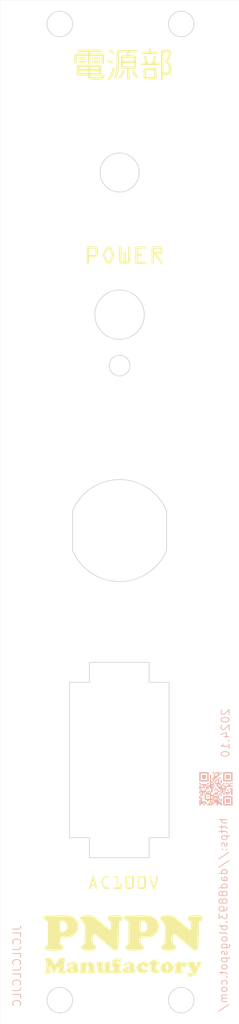
<source format=kicad_pcb>
(kicad_pcb (version 20240108) (generator "pcbnew") (generator_version "8.0")
  (title_block (title "ERK01_PWR_Panel") (date "2024-10-29") (rev "1.0") (company "PNPN Manufactory"))
  (layers (0 "F.Cu" signal) (31 "B.Cu" signal) (34 "B.Paste" user) (35 "F.Paste" user) (36 "B.SilkS" user "B.Silkscreen") (37 "F.SilkS" user "F.Silkscreen") (38 "B.Mask" user) (39 "F.Mask" user) (44 "Edge.Cuts" user))
  (net 0 "")
  (footprint "myfootprint:Silk_PNPN_Manufactory_400dpi" (layer "F.Cu") (at 143.51 155.702)
    (property "Reference" "G***" (hide yes))
    (property "Value" "LOGO" (hide yes))
  )
  (footprint "myfootprint:QR_Blog_5" (layer "B.Cu") (at 155.194 136.398 180)
    (property "Reference" "G***")
    (property "Value" "LOGO" (hide yes))
  )
  (gr_poly (pts (xy 148.08793 68.324453) (xy 148.108812 68.325828) (xy 148.129608 68.328105) (xy 148.150278 68.331273) (xy 148.191078 68.340233) (xy 148.230886 68.352611) (xy 148.250317 68.360053) (xy 148.269377 68.368313) (xy 148.288028 68.377381) (xy 148.306227 68.387244) (xy 148.323934 68.397891) (xy 148.34111 68.409309) (xy 148.357712 68.421486) (xy 148.3737 68.434412) (xy 148.389035 68.448073) (xy 148.403674 68.462459) (xy 148.417578 68.477556) (xy 148.430706 68.493354) (xy 148.443018 68.50984) (xy 148.454471 68.527002) (xy 148.465027 68.544829) (xy 148.474644 68.563309) (xy 148.483282 68.58243) (xy 148.4909 68.602179) (xy 148.497458 68.622546) (xy 148.502914 68.643517) (xy 148.507229 68.665082) (xy 148.510361 68.687228) (xy 148.51227 68.709944) (xy 148.512915 68.733217) (xy 148.512915 68.92795) (xy 148.512278 68.952408) (xy 148.510392 68.976107) (xy 148.507296 68.999044) (xy 148.50303 69.02122) (xy 148.497632 69.042633) (xy 148.491142 69.063282) (xy 148.483599 69.083165) (xy 148.475041 69.102283) (xy 148.465509 69.120632) (xy 148.45504 69.138214) (xy 148.443674 69.155026) (xy 148.43145 69.171067) (xy 148.418408 69.186336) (xy 148.404586 69.200832) (xy 148.390023 69.214555) (xy 148.374759 69.227502) (xy 148.358832 69.239673) (xy 148.342281 69.251067) (xy 148.325147 69.261683) (xy 148.307467 69.271519) (xy 148.289281 69.280575) (xy 148.270628 69.288848) (xy 148.251546 69.296339) (xy 148.232076 69.303047) (xy 148.212256 69.308969) (xy 148.192126 69.314105) (xy 148.171723 69.318454) (xy 148.151088 69.322015) (xy 148.13026 69.324786) (xy 148.109277 69.326767) (xy 148.067004 69.328353) (xy 147.808065 69.328353) (xy 148.442712 70.236754) (xy 148.454642 70.253122) (xy 148.466779 70.27039) (xy 148.472751 70.279324) (xy 148.478568 70.288436) (xy 148.484159 70.297711) (xy 148.489456 70.307134) (xy 148.494389 70.31669) (xy 148.498888 70.326362) (xy 148.502886 70.336135) (xy 148.506312 70.345994) (xy 148.509097 70.355923) (xy 148.511172 70.365907) (xy 148.511922 70.370915) (xy 148.512468 70.375931) (xy 148.512802 70.380952) (xy 148.512915 70.385978) (xy 148.512727 70.393311) (xy 148.512167 70.40049) (xy 148.511246 70.40751) (xy 148.509972 70.414365) (xy 148.508355 70.421051) (xy 148.506404 70.427563) (xy 148.504129 70.433894) (xy 148.501538 70.440041) (xy 148.498642 70.445997) (xy 148.495449 70.451758) (xy 148.491969 70.457319) (xy 148.48821 70.462674) (xy 148.484183 70.467818) (xy 148.479897 70.472746) (xy 148.47536 70.477453) (xy 148.470583 70.481933) (xy 148.465574 70.486182) (xy 148.460342 70.490195) (xy 148.454898 70.493965) (xy 148.449251 70.497489) (xy 148.443409 70.50076) (xy 148.437382 70.503774) (xy 148.431179 70.506525) (xy 148.42481 70.509009) (xy 148.418283 70.51122) (xy 148.411609 70.513153) (xy 148.404797 70.514802) (xy 148.397855 70.516164) (xy 148.390793 70.517232) (xy 148.383621 70.518001) (xy 148.376347 70.518466) (xy 148.368982 70.518622) (xy 148.363748 70.518524) (xy 148.358626 70.518231) (xy 148.353616 70.517748) (xy 148.348714 70.517079) (xy 148.343916 70.516228) (xy 148.339222 70.515199) (xy 148.334628 70.513997) (xy 148.330132 70.512625) (xy 148.321422 70.509389) (xy 148.313072 70.505525) (xy 148.305061 70.501066) (xy 148.297368 70.496045) (xy 148.289972 70.490494) (xy 148.282854 70.484447) (xy 148.275992 70.477938) (xy 148.269366 70.470998) (xy 148.262954 70.463662) (xy 148.256737 70.455961) (xy 148.250694 70.44793) (xy 148.244803 70.439602) (xy 147.466224 69.32835) (xy 147.400961 69.32835) (xy 147.400961 70.377511) (xy 147.400496 70.393979) (xy 147.39908 70.409503) (xy 147.398005 70.416907) (xy 147.396679 70.424069) (xy 147.395099 70.430987) (xy 147.39326 70.437659) (xy 147.391158 70.444083) (xy 147.388789 70.450257) (xy 147.386148 70.456179) (xy 147.383231 70.461846) (xy 147.380035 70.467258) (xy 147.376555 70.47241) (xy 147.372786 70.477303) (xy 147.368725 70.481933) (xy 147.364368 70.486298) (xy 147.359709 70.490397) (xy 147.354746 70.494227) (xy 147.349473 70.497786) (xy 147.343887 70.501072) (xy 147.337984 70.504084) (xy 147.331758 70.506818) (xy 147.325207 70.509273) (xy 147.318325 70.511448) (xy 147.311109 70.513339) (xy 147.303555 70.514944) (xy 147.295657 70.516263) (xy 147.287413 70.517292) (xy 147.278817 70.51803) (xy 147.269866 70.518474) (xy 147.260556 70.518622) (xy 147.251181 70.518474) (xy 147.242169 70.51803) (xy 147.233517 70.517292) (xy 147.22522 70.516263) (xy 147.217274 70.514945) (xy 147.209674 70.513339) (xy 147.202416 70.511448) (xy 147.195495 70.509274) (xy 147.188908 70.506818) (xy 147.18265 70.504084) (xy 147.176716 70.501073) (xy 147.171103 70.497787) (xy 147.165806 70.494227) (xy 147.16082 70.490398) (xy 147.156142 70.486299) (xy 147.151767 70.481934) (xy 147.14769 70.477304) (xy 147.143908 70.472412) (xy 147.140416 70.467259) (xy 147.13721 70.461848) (xy 147.134285 70.45618) (xy 147.131637 70.450258) (xy 147.129262 70.444084) (xy 147.127155 70.43766) (xy 147.125312 70.430988) (xy 147.123729 70.42407) (xy 147.122402 70.416908) (xy 147.121325 70.409504) (xy 147.119908 70.393979) (xy 147.119444 70.377511) (xy 147.119444 69.046129) (xy 147.400961 69.046129) (xy 148.027142 69.046129) (xy 148.058662 69.045667) (xy 148.075369 69.044866) (xy 148.092378 69.043489) (xy 148.109442 69.041386) (xy 148.126317 69.038409) (xy 148.142754 69.03441) (xy 148.158507 69.02924) (xy 148.16605 69.02617) (xy 148.17333 69.022752) (xy 148.180316 69.018967) (xy 148.186977 69.014797) (xy 148.193282 69.010223) (xy 148.1992 69.005226) (xy 148.204701 68.999788) (xy 148.209754 68.993891) (xy 148.214327 68.987516) (xy 148.218391 68.980645) (xy 148.221914 68.973258) (xy 148.224866 68.965338) (xy 148.227215 68.956865) (xy 148.228932 68.947822) (xy 148.229984 68.93819) (xy 148.230342 68.92795) (xy 148.230342 68.733217) (xy 148.230007 68.722921) (xy 148.229022 68.713187) (xy 148.227412 68.704002) (xy 148.225204 68.695348) (xy 148.222427 68.687212) (xy 148.219105 68.679577) (xy 148.215267 68.672427) (xy 148.210939 68.665748) (xy 148.206148 68.659523) (xy 148.200921 68.653738) (xy 148.195284 68.648377) (xy 148.189265 68.643423) (xy 148.182891 68.638863) (xy 148.176188 68.63468) (xy 148.169183 68.630858) (xy 148.161903 68.627383) (xy 148.154375 68.624238) (xy 148.146626 68.621409) (xy 148.138682 68.618879) (xy 148.130572 68.616634) (xy 148.12232 68.614657) (xy 148.113955 68.612934) (xy 148.096991 68.610185) (xy 148.079895 68.608262) (xy 148.062882 68.607043) (xy 148.046166 68.606402) (xy 148.029963 68.606216) (xy 147.400961 68.606216) (xy 147.400961 69.046129) (xy 147.119444 69.046129) (xy 147.119444 68.323992) (xy 148.067004 68.323992)) (stroke (width -0.000001)) (fill solid) (layer "F.SilkS"))
  (gr_poly (pts (xy 142.343774 45.861239) (xy 142.351552 45.861824) (xy 142.359212 45.862786) (xy 142.366744 45.864118) (xy 142.374141 45.865809) (xy 142.381392 45.867851) (xy 142.388487 45.870234) (xy 142.395419 45.872949) (xy 142.402176 45.875986) (xy 142.408751 45.879336) (xy 142.415134 45.88299) (xy 142.421315 45.886938) (xy 142.427285 45.891172) (xy 142.433035 45.895682) (xy 142.438556 45.900458) (xy 142.443837 45.905492) (xy 142.448871 45.910774) (xy 142.453648 45.916295) (xy 142.458157 45.922045) (xy 142.462391 45.928015) (xy 142.46634 45.934196) (xy 142.469994 45.940578) (xy 142.473344 45.947153) (xy 142.476381 45.953911) (xy 142.479095 45.960842) (xy 142.481478 45.967938) (xy 142.48352 45.975189) (xy 142.485211 45.982585) (xy 142.486543 45.990118) (xy 142.487506 45.997778) (xy 142.48809 46.005556) (xy 142.488287 46.013442) (xy 142.488279 46.015426) (xy 142.488221 46.018204) (xy 142.488064 46.021776) (xy 142.487758 46.026142) (xy 142.487534 46.028622) (xy 142.487254 46.031301) (xy 142.486911 46.034179) (xy 142.486501 46.037254) (xy 142.486016 46.040529) (xy 142.485451 46.044001) (xy 142.484799 46.047672) (xy 142.484054 46.051542) (xy 142.462748 46.158591) (xy 142.44001 46.261016) (xy 142.415698 46.359143) (xy 142.389669 46.4533) (xy 142.361783 46.543816) (xy 142.331896 46.631016) (xy 142.299866 46.71523) (xy 142.265552 46.796785) (xy 142.228811 46.876007) (xy 142.189502 46.953226) (xy 142.147481 47.028769) (xy 142.102607 47.102962) (xy 142.054738 47.176135) (xy 142.003732 47.248614) (xy 141.949447 47.320727) (xy 141.89174 47.392802) (xy 141.886037 47.399002) (xy 141.880049 47.404891) (xy 141.873788 47.410457) (xy 141.867266 47.415689) (xy 141.860497 47.420573) (xy 141.853492 47.425098) (xy 141.846263 47.429251) (xy 141.838824 47.433019) (xy 141.831186 47.436391) (xy 141.823362 47.439353) (xy 141.815365 47.441893) (xy 141.807206 47.443999) (xy 141.798899 47.445659) (xy 141.790455 47.44686) (xy 141.781887 47.44759) (xy 141.773207 47.447836) (xy 141.765321 47.447639) (xy 141.757543 47.447055) (xy 141.749883 47.446092) (xy 141.74235 47.44476) (xy 141.734954 47.443069) (xy 141.727703 47.441027) (xy 141.720607 47.438644) (xy 141.713676 47.43593) (xy 141.706918 47.432893) (xy 141.700344 47.429543) (xy 141.693961 47.425889) (xy 141.68778 47.42194) (xy 141.68181 47.417706) (xy 141.67606 47.413197) (xy 141.670539 47.40842) (xy 141.665257 47.403386) (xy 141.660224 47.398105) (xy 141.655447 47.392584) (xy 141.650937 47.386834) (xy 141.646703 47.380864) (xy 141.642755 47.374683) (xy 141.639101 47.3683) (xy 141.635751 47.361725) (xy 141.632714 47.354968) (xy 141.629999 47.348036) (xy 141.627616 47.340941) (xy 141.625574 47.33369) (xy 141.623883 47.326293) (xy 141.622551 47.31876) (xy 141.621589 47.3111) (xy 141.621004 47.303323) (xy 141.620807 47.295436) (xy 141.620956 47.288342) (xy 141.621403 47.281347) (xy 141.622147 47.274451) (xy 141.623189 47.267655) (xy 141.624528 47.260958) (xy 141.626165 47.25436) (xy 141.6281 47.247861) (xy 141.630333 47.241461) (xy 141.632863 47.235161) (xy 141.635691 47.22896) (xy 141.638816 47.222858) (xy 141.642239 47.216855) (xy 141.64596 47.210951) (xy 141.649978 47.205147) (xy 141.654295 47.199442) (xy 141.658908 47.193836) (xy 141.711169 47.129097) (xy 141.760105 47.06468) (xy 141.805872 47.000218) (xy 141.848626 46.935349) (xy 141.888523 46.869707) (xy 141.92572 46.802927) (xy 141.960372 46.734644) (xy 141.992636 46.664493) (xy 142.022667 46.59211) (xy 142.050622 46.51713) (xy 142.076657 46.439188) (xy 142.100927 46.357918) (xy 142.123589 46.272957) (xy 142.144799 46.18394) (xy 142.164714 46.090501) (xy 142.183488 45.992275) (xy 142.184826 45.985195) (xy 142.186455 45.978244) (xy 142.188368 45.97143) (xy 142.190557 45.964759) (xy 142.193016 45.958236) (xy 142.195738 45.951869) (xy 142.198716 45.945662) (xy 142.201942 45.939624) (xy 142.205411 45.933758) (xy 142.209114 45.928073) (xy 142.213045 45.922573) (xy 142.217197 45.917266) (xy 142.221563 45.912158) (xy 142.226136 45.907253) (xy 142.230909 45.90256) (xy 142.235875 45.898084) (xy 142.241027 45.893831) (xy 142.246358 45.889807) (xy 142.251861 45.88602) (xy 142.25753 45.882474) (xy 142.263356 45.879176) (xy 142.269333 45.876132) (xy 142.275455 45.873349) (xy 142.281714 45.870832) (xy 142.288103 45.868588) (xy 142.294616 45.866623) (xy 142.301244 45.864944) (xy 142.307982 45.863556) (xy 142.314822 45.862465) (xy 142.321758 45.861679) (xy 142.328782 45.861203) (xy 142.335887 45.861042)) (stroke (width -0.000001)) (fill solid) (layer "F.SilkS"))
  (gr_poly (pts (xy 146.942552 43.495514) (xy 146.950303 43.496101) (xy 146.95794 43.497068) (xy 146.965453 43.498406) (xy 146.972833 43.500105) (xy 146.98007 43.502155) (xy 146.987155 43.504547) (xy 146.994079 43.507272) (xy 147.000832 43.510319) (xy 147.007404 43.51368) (xy 147.013786 43.517345) (xy 147.019969 43.521305) (xy 147.025943 43.52555) (xy 147.031698 43.53007) (xy 147.037225 43.534856) (xy 147.042514 43.539898) (xy 147.047557 43.545188) (xy 147.052343 43.550715) (xy 147.056863 43.55647) (xy 147.061108 43.562444) (xy 147.065067 43.568626) (xy 147.068732 43.575008) (xy 147.072093 43.581581) (xy 147.075141 43.588333) (xy 147.077865 43.595257) (xy 147.080258 43.602343) (xy 147.082308 43.60958) (xy 147.084006 43.61696) (xy 147.085344 43.624473) (xy 147.086311 43.63211) (xy 147.086899 43.63986) (xy 147.087097 43.647715) (xy 147.087097 43.881254) (xy 147.814525 43.881254) (xy 147.822349 43.881452) (xy 147.830073 43.88204) (xy 147.837686 43.883007) (xy 147.845179 43.884345) (xy 147.852543 43.886043) (xy 147.859767 43.888093) (xy 147.866842 43.890486) (xy 147.873758 43.89321) (xy 147.880506 43.896258) (xy 147.887076 43.899619) (xy 147.893457 43.903284) (xy 147.899642 43.907244) (xy 147.905619 43.911488) (xy 147.911379 43.916008) (xy 147.916913 43.920794) (xy 147.92221 43.925837) (xy 147.927261 43.931126) (xy 147.932057 43.936653) (xy 147.936587 43.942409) (xy 147.940842 43.948382) (xy 147.944813 43.954565) (xy 147.948489 43.960947) (xy 147.951861 43.967519) (xy 147.954919 43.974272) (xy 147.957654 43.981196) (xy 147.960055 43.988281) (xy 147.962114 43.995519) (xy 147.96382 44.002899) (xy 147.965164 44.010412) (xy 147.966135 44.018048) (xy 147.966726 44.025799) (xy 147.966925 44.033654) (xy 147.966727 44.041509) (xy 147.966139 44.04926) (xy 147.965172 44.056897) (xy 147.963834 44.06441) (xy 147.962136 44.07179) (xy 147.960085 44.079027) (xy 147.957693 44.086113) (xy 147.954969 44.093037) (xy 147.951921 44.099789) (xy 147.94856 44.106362) (xy 147.944895 44.112744) (xy 147.940936 44.118926) (xy 147.936691 44.1249) (xy 147.932171 44.130655) (xy 147.927385 44.136182) (xy 147.922342 44.141472) (xy 147.917053 44.146514) (xy 147.911526 44.1513) (xy 147.905771 44.15582) (xy 147.899797 44.160065) (xy 147.893614 44.164024) (xy 147.887232 44.167689) (xy 147.88066 44.17105) (xy 147.873907 44.174098) (xy 147.866983 44.176823) (xy 147.859898 44.179215) (xy 147.852661 44.181265) (xy 147.845281 44.182963) (xy 147.837768 44.184301) (xy 147.830131 44.185268) (xy 147.82238 44.185856) (xy 147.814525 44.186054) (xy 146.055223 44.186054) (xy 146.047398 44.185856) (xy 146.039675 44.185268) (xy 146.032062 44.184301) (xy 146.024568 44.182963) (xy 146.017205 44.181265) (xy 146.009981 44.179215) (xy 146.002906 44.176822) (xy 145.995989 44.174098) (xy 145.989242 44.17105) (xy 145.982672 44.167689) (xy 145.97629 44.164024) (xy 145.970106 44.160065) (xy 145.964129 44.15582) (xy 145.958369 44.1513) (xy 145.952835 44.146514) (xy 145.947538 44.141471) (xy 145.942486 44.136182) (xy 145.937691 44.130655) (xy 145.93316 44.1249) (xy 145.928905 44.118926) (xy 145.924935 44.112743) (xy 145.921259 44.106361) (xy 145.917887 44.099789) (xy 145.914828 44.093036) (xy 145.912094 44.086112) (xy 145.909692 44.079027) (xy 145.907634 44.07179) (xy 145.905928 44.06441) (xy 145.904584 44.056897) (xy 145.903612 44.04926) (xy 145.903022 44.041509) (xy 145.902823 44.033654) (xy 145.903021 44.02583) (xy 145.903608 44.018106) (xy 145.904575 44.010493) (xy 145.905913 44.002999) (xy 145.907612 43.995636) (xy 145.909662 43.988412) (xy 145.912054 43.981337) (xy 145.914779 43.97442) (xy 145.917826 43.967672) (xy 145.921187 43.961103) (xy 145.924852 43.954721) (xy 145.928812 43.948537) (xy 145.933057 43.94256) (xy 145.937577 43.936799) (xy 145.942363 43.931266) (xy 145.947405 43.925969) (xy 145.952695 43.920917) (xy 145.958222 43.916122) (xy 145.963977 43.911591) (xy 145.96995 43.907336) (xy 145.976133 43.903366) (xy 145.982515 43.89969) (xy 145.989088 43.896318) (xy 145.99584 43.89326) (xy 146.002764 43.890525) (xy 146.009849 43.888124) (xy 146.017087 43.886065) (xy 146.024467 43.884359) (xy 146.03198 43.883015) (xy 146.039617 43.882043) (xy 146.047367 43.881453) (xy 146.055223 43.881254) (xy 146.782297 43.881254) (xy 146.782297 43.647715) (xy 146.782495 43.63986) (xy 146.783083 43.632109) (xy 146.78405 43.624473) (xy 146.785388 43.61696) (xy 146.787086 43.60958) (xy 146.789137 43.602342) (xy 146.791529 43.595257) (xy 146.794253 43.588333) (xy 146.797301 43.58158) (xy 146.800662 43.575008) (xy 146.804327 43.568626) (xy 146.808287 43.562443) (xy 146.812531 43.55647) (xy 146.817051 43.550715) (xy 146.821837 43.545188) (xy 146.82688 43.539898) (xy 146.83217 43.534855) (xy 146.837697 43.530069) (xy 146.843452 43.525549) (xy 146.849425 43.521305) (xy 146.855608 43.517345) (xy 146.86199 43.51368) (xy 146.868563 43.510319) (xy 146.875315 43.507272) (xy 146.882239 43.504547) (xy 146.889324 43.502155) (xy 146.896562 43.500105) (xy 146.903942 43.498406) (xy 146.911455 43.497068) (xy 146.919091 43.496101) (xy 146.926842 43.495514) (xy 146.934697 43.495316)) (stroke (width -0.000001)) (fill solid) (layer "F.SilkS"))
  (gr_poly (pts (xy 144.834939 46.195611) (xy 144.841538 46.196015) (xy 144.848054 46.196682) (xy 144.85448 46.197609) (xy 144.860813 46.198789) (xy 144.867046 46.200219) (xy 144.873173 46.201894) (xy 144.87919 46.20381) (xy 144.890868 46.208343) (xy 144.902038 46.213781) (xy 144.912655 46.220088) (xy 144.922675 46.227225) (xy 144.932054 46.235157) (xy 144.940749 46.243845) (xy 144.948715 46.253252) (xy 144.955908 46.263341) (xy 144.962285 46.274075) (xy 144.965153 46.279672) (xy 144.967801 46.285417) (xy 144.970223 46.291304) (xy 144.972413 46.297329) (xy 144.974366 46.303488) (xy 144.976077 46.309775) (xy 144.992414 46.363274) (xy 145.009737 46.414328) (xy 145.028139 46.463082) (xy 145.047713 46.509679) (xy 145.068552 46.554262) (xy 145.090749 46.596976) (xy 145.114397 46.637964) (xy 145.139589 46.677369) (xy 145.166419 46.715336) (xy 145.194978 46.752008) (xy 145.225361 46.787528) (xy 145.257659 46.822041) (xy 145.291967 46.85569) (xy 145.328377 46.888618) (xy 145.366983 46.92097) (xy 145.407876 46.952889) (xy 145.41481 46.958593) (xy 145.421442 46.964588) (xy 145.427753 46.970869) (xy 145.433722 46.977429) (xy 145.43933 46.984261) (xy 145.444556 46.991361) (xy 145.449379 46.99872) (xy 145.453781 47.006334) (xy 145.45774 47.014196) (xy 145.461237 47.0223) (xy 145.464251 47.03064) (xy 145.466762 47.039209) (xy 145.46875 47.048001) (xy 145.469542 47.052479) (xy 145.470195 47.05701) (xy 145.470708 47.061594) (xy 145.471077 47.06623) (xy 145.471301 47.070917) (xy 145.471376 47.075655) (xy 145.47118 47.083541) (xy 145.470598 47.091319) (xy 145.46964 47.098979) (xy 145.468314 47.106512) (xy 145.46663 47.113908) (xy 145.464597 47.121159) (xy 145.462224 47.128255) (xy 145.459519 47.135186) (xy 145.456493 47.141944) (xy 145.453153 47.148519) (xy 145.44951 47.154901) (xy 145.445573 47.161082) (xy 145.44135 47.167052) (xy 145.43685 47.172802) (xy 145.432083 47.178323) (xy 145.427058 47.183605) (xy 145.421784 47.188639) (xy 145.41627 47.193415) (xy 145.410525 47.197925) (xy 145.404558 47.202159) (xy 145.398379 47.206107) (xy 145.391996 47.209761) (xy 145.385419 47.213111) (xy 145.378656 47.216148) (xy 145.371717 47.218863) (xy 145.364611 47.221246) (xy 145.357347 47.223287) (xy 145.349934 47.224979) (xy 145.342382 47.226311) (xy 145.334698 47.227273) (xy 145.326893 47.227858) (xy 145.318976 47.228055) (xy 145.313313 47.227895) (xy 145.307572 47.22754) (xy 145.301758 47.226973) (xy 145.295875 47.226181) (xy 145.289928 47.225149) (xy 145.283921 47.223863) (xy 145.27786 47.222309) (xy 145.271748 47.220471) (xy 145.265591 47.218335) (xy 145.259393 47.215887) (xy 145.253159 47.213113) (xy 145.246894 47.209998) (xy 145.240602 47.206527) (xy 145.234287 47.202686) (xy 145.227955 47.19846) (xy 145.22161 47.193836) (xy 145.17204 47.15523) (xy 145.124889 47.115551) (xy 145.080095 47.074713) (xy 145.037597 47.032628) (xy 144.997334 46.989207) (xy 144.959244 46.944363) (xy 144.923265 46.898008) (xy 144.889337 46.850054) (xy 144.857397 46.800414) (xy 144.827384 46.748999) (xy 144.799236 46.695721) (xy 144.772893 46.640493) (xy 144.748292 46.583227) (xy 144.725372 46.523836) (xy 144.704071 46.46223) (xy 144.684329 46.398323) (xy 144.681486 46.387684) (xy 144.679294 46.377208) (xy 144.677737 46.366907) (xy 144.676796 46.35679) (xy 144.676454 46.34687) (xy 144.676692 46.337159) (xy 144.677493 46.327668) (xy 144.678839 46.318408) (xy 144.680712 46.30939) (xy 144.683094 46.300628) (xy 144.685967 46.292131) (xy 144.689315 46.283911) (xy 144.693118 46.27598) (xy 144.697359 46.26835) (xy 144.70202 46.261032) (xy 144.707083 46.254037) (xy 144.712531 46.247376) (xy 144.718346 46.241063) (xy 144.724509 46.235107) (xy 144.731003 46.22952) (xy 144.737811 46.224314) (xy 144.744914 46.219501) (xy 144.752294 46.215091) (xy 144.759934 46.211097) (xy 144.767816 46.20753) (xy 144.775921 46.204401) (xy 144.784234 46.201721) (xy 144.792734 46.199503) (xy 144.801405 46.197758) (xy 144.810228 46.196498) (xy 144.819187 46.195733) (xy 144.828262 46.195475)) (stroke (width -0.000001)) (fill solid) (layer "F.SilkS"))
  (gr_poly (pts (xy 139.951638 68.324237) (xy 139.974755 68.325028) (xy 139.997139 68.326447) (xy 140.018857 68.328578) (xy 140.039974 68.331502) (xy 140.06056 68.335303) (xy 140.080681 68.340062) (xy 140.100403 68.345864) (xy 140.119795 68.35279) (xy 140.138924 68.360923) (xy 140.157856 68.370346) (xy 140.176658 68.381142) (xy 140.195399 68.393393) (xy 140.214145 68.407182) (xy 140.232963 68.422591) (xy 140.251921 68.439704) (xy 140.273409 68.460785) (xy 140.292463 68.48175) (xy 140.309226 68.502681) (xy 140.316794 68.513159) (xy 140.323844 68.52366) (xy 140.330393 68.534193) (xy 140.33646 68.544769) (xy 140.347221 68.56609) (xy 140.35627 68.587706) (xy 140.363752 68.609699) (xy 140.369812 68.63215) (xy 140.374594 68.655143) (xy 140.378244 68.678758) (xy 140.380905 68.70308) (xy 140.382724 68.728188) (xy 140.383843 68.754166) (xy 140.384566 68.809061) (xy 140.384566 69.192529) (xy 140.383876 69.244615) (xy 140.382835 69.269367) (xy 140.38117 69.293369) (xy 140.37876 69.316706) (xy 140.375487 69.33946) (xy 140.371229 69.361717) (xy 140.365868 69.383559) (xy 140.359283 69.40507) (xy 140.351354 69.426335) (xy 140.341962 69.447436) (xy 140.330987 69.468458) (xy 140.318308 69.489483) (xy 140.303807 69.510597) (xy 140.287362 69.531882) (xy 140.268854 69.553423) (xy 140.258518 69.564736) (xy 140.248143 69.575408) (xy 140.237724 69.585454) (xy 140.227255 69.594896) (xy 140.21673 69.60375) (xy 140.206144 69.612036) (xy 140.195492 69.619771) (xy 140.184766 69.626976) (xy 140.173963 69.633668) (xy 140.163077 69.639866) (xy 140.14103 69.650855) (xy 140.118581 69.660091) (xy 140.095685 69.667722) (xy 140.072297 69.673899) (xy 140.048372 69.678769) (xy 140.023865 69.682482) (xy 139.998732 69.685186) (xy 139.972926 69.68703) (xy 139.946404 69.688162) (xy 139.89103 69.68889) (xy 139.273317 69.68889) (xy 139.273317 70.377511) (xy 139.273316 70.377511) (xy 139.272847 70.393979) (xy 139.27142 70.409503) (xy 139.270336 70.416907) (xy 139.269 70.424069) (xy 139.267408 70.430987) (xy 139.265555 70.437659) (xy 139.263437 70.444083) (xy 139.261051 70.450257) (xy 139.258392 70.456179) (xy 139.255456 70.461846) (xy 139.252239 70.467258) (xy 139.248737 70.47241) (xy 139.244945 70.477303) (xy 139.24086 70.481933) (xy 139.236477 70.486298) (xy 139.231793 70.490397) (xy 139.226802 70.494227) (xy 139.221502 70.497786) (xy 139.215887 70.501072) (xy 139.209954 70.504084) (xy 139.203698 70.506818) (xy 139.197116 70.509273) (xy 139.190203 70.511448) (xy 139.182955 70.513339) (xy 139.175368 70.514944) (xy 139.167438 70.516263) (xy 139.159161 70.517292) (xy 139.150532 70.51803) (xy 139.141548 70.518474) (xy 139.132205 70.518622) (xy 139.122861 70.518474) (xy 139.113877 70.51803) (xy 139.105248 70.517292) (xy 139.096971 70.516263) (xy 139.089041 70.514945) (xy 139.081454 70.513339) (xy 139.074206 70.511448) (xy 139.067294 70.509274) (xy 139.060711 70.506818) (xy 139.054456 70.504084) (xy 139.048523 70.501073) (xy 139.042908 70.497787) (xy 139.037607 70.494227) (xy 139.032617 70.490398) (xy 139.027932 70.486299) (xy 139.023549 70.481934) (xy 139.019464 70.477304) (xy 139.015672 70.472412) (xy 139.01217 70.467259) (xy 139.008953 70.461848) (xy 139.006017 70.45618) (xy 139.003358 70.450258) (xy 139.000972 70.444084) (xy 138.998855 70.43766) (xy 138.997002 70.430988) (xy 138.99541 70.42407) (xy 138.994074 70.416908) (xy 138.99299 70.409504) (xy 138.991562 70.393979) (xy 138.991094 70.377511) (xy 138.991094 69.40702) (xy 139.273316 69.40702) (xy 139.899496 69.40702) (xy 139.929218 69.406505) (xy 139.956034 69.404886) (xy 139.98008 69.402053) (xy 139.991107 69.400145) (xy 140.001493 69.397892) (xy 140.011254 69.395279) (xy 140.020409 69.392292) (xy 140.028973 69.388918) (xy 140.036964 69.385142) (xy 140.044399 69.380951) (xy 140.051295 69.37633) (xy 140.057669 69.371266) (xy 140.063538 69.365745) (xy 140.068919 69.359752) (xy 140.07383 69.353274) (xy 140.078287 69.346297) (xy 140.082307 69.338807) (xy 140.085907 69.33079) (xy 140.089105 69.322232) (xy 140.091918 69.313118) (xy 140.094362 69.303436) (xy 140.096455 69.293171) (xy 140.098213 69.282309) (xy 140.100795 69.258738) (xy 140.102244 69.232613) (xy 140.102696 69.203821) (xy 140.102696 68.809061) (xy 140.102244 68.780269) (xy 140.100795 68.754144) (xy 140.098213 68.730573) (xy 140.096455 68.719711) (xy 140.094362 68.709446) (xy 140.091918 68.699764) (xy 140.089105 68.69065) (xy 140.085907 68.682092) (xy 140.082307 68.674075) (xy 140.078287 68.666584) (xy 140.07383 68.659607) (xy 140.068919 68.65313) (xy 140.063538 68.647137) (xy 140.057669 68.641616) (xy 140.051295 68.636552) (xy 140.044399 68.631931) (xy 140.036964 68.62774) (xy 140.028973 68.623964) (xy 140.020409 68.62059) (xy 140.011254 68.617603) (xy 140.001493 68.61499) (xy 139.991107 68.612737) (xy 139.98008 68.610829) (xy 139.956034 68.607995) (xy 139.929218 68.606377) (xy 139.899496 68.605862) (xy 139.273316 68.605862) (xy 139.273316 69.40702) (xy 138.991094 69.40702) (xy 138.991094 68.323992) (xy 139.927719 68.323992)) (stroke (width -0.000001)) (fill solid) (layer "F.SilkS"))
  (gr_poly (pts (xy 138.753142 44.590536) (xy 138.760866 44.591123) (xy 138.768479 44.59209) (xy 138.775972 44.593428) (xy 138.783336 44.595127) (xy 138.79056 44.597177) (xy 138.797635 44.599569) (xy 138.804551 44.602294) (xy 138.811299 44.605341) (xy 138.817869 44.608702) (xy 138.824251 44.612367) (xy 138.830435 44.616327) (xy 138.836412 44.620571) (xy 138.842172 44.625092) (xy 138.847706 44.629878) (xy 138.853003 44.63492) (xy 138.858054 44.64021) (xy 138.86285 44.645737) (xy 138.86738 44.651492) (xy 138.871636 44.657466) (xy 138.875606 44.663648) (xy 138.879282 44.67003) (xy 138.882654 44.676603) (xy 138.885712 44.683355) (xy 138.888447 44.690279) (xy 138.890848 44.697365) (xy 138.892907 44.704602) (xy 138.894613 44.711982) (xy 138.895957 44.719495) (xy 138.896928 44.727132) (xy 138.897519 44.734882) (xy 138.897717 44.742737) (xy 138.89752 44.750562) (xy 138.896932 44.758285) (xy 138.895965 44.765899) (xy 138.894627 44.773392) (xy 138.892928 44.780756) (xy 138.890878 44.78798) (xy 138.888486 44.795055) (xy 138.885762 44.801971) (xy 138.882714 44.808719) (xy 138.879353 44.815289) (xy 138.875688 44.82167) (xy 138.871728 44.827855) (xy 138.867484 44.833832) (xy 138.862964 44.839592) (xy 138.858178 44.845126) (xy 138.853135 44.850423) (xy 138.847845 44.855474) (xy 138.842318 44.86027) (xy 138.836563 44.8648) (xy 138.83059 44.869055) (xy 138.824407 44.873026) (xy 138.818025 44.876702) (xy 138.811453 44.880074) (xy 138.8047 44.883132) (xy 138.797776 44.885866) (xy 138.790691 44.888268) (xy 138.783453 44.890326) (xy 138.776073 44.892032) (xy 138.76856 44.893376) (xy 138.760924 44.894348) (xy 138.753173 44.894938) (xy 138.745318 44.895137) (xy 138.111376 44.895137) (xy 138.103551 44.894939) (xy 138.095828 44.894352) (xy 138.088214 44.893385) (xy 138.080721 44.892047) (xy 138.073358 44.890348) (xy 138.066133 44.888298) (xy 138.059058 44.885906) (xy 138.052142 44.883181) (xy 138.045394 44.880134) (xy 138.038824 44.876772) (xy 138.032443 44.873107) (xy 138.026258 44.869148) (xy 138.020281 44.864903) (xy 138.014521 44.860383) (xy 138.008988 44.855597) (xy 138.00369 44.850555) (xy 137.998639 44.845265) (xy 137.993843 44.839738) (xy 137.989313 44.833983) (xy 137.985058 44.828009) (xy 137.981087 44.821827) (xy 137.977411 44.815444) (xy 137.974039 44.808872) (xy 137.970981 44.802119) (xy 137.968247 44.795196) (xy 137.965845 44.78811) (xy 137.963787 44.780873) (xy 137.962081 44.773493) (xy 137.960737 44.76598) (xy 137.959765 44.758343) (xy 137.959175 44.750593) (xy 137.958976 44.742737) (xy 137.959174 44.734882) (xy 137.959761 44.727131) (xy 137.960729 44.719495) (xy 137.962066 44.711982) (xy 137.963765 44.704602) (xy 137.965815 44.697364) (xy 137.968207 44.690279) (xy 137.970932 44.683355) (xy 137.97398 44.676602) (xy 137.977341 44.67003) (xy 137.981006 44.663648) (xy 137.984965 44.657465) (xy 137.98921 44.651492) (xy 137.99373 44.645737) (xy 137.998516 44.640209) (xy 138.003558 44.63492) (xy 138.008848 44.629877) (xy 138.014375 44.625091) (xy 138.02013 44.620571) (xy 138.026104 44.616327) (xy 138.032286 44.612367) (xy 138.038669 44.608702) (xy 138.045241 44.605341) (xy 138.051994 44.602294) (xy 138.058917 44.599569) (xy 138.066003 44.597177) (xy 138.07324 44.595127) (xy 138.08062 44.593428) (xy 138.088133 44.59209) (xy 138.09577 44.591123) (xy 138.10352 44.590536) (xy 138.111376 44.590338) (xy 138.745318 44.590338)) (stroke (width -0.000001)) (fill solid) (layer "F.SilkS"))
  (gr_poly (pts (xy 144.316477 68.323789) (xy 144.325488 68.324233) (xy 144.33414 68.324971) (xy 144.342437 68.326) (xy 144.350384 68.327318) (xy 144.357984 68.328924) (xy 144.365242 68.330815) (xy 144.372163 68.332989) (xy 144.37875 68.335445) (xy 144.385008 68.338179) (xy 144.390942 68.34119) (xy 144.396555 68.344476) (xy 144.401852 68.348036) (xy 144.406838 68.351865) (xy 144.411516 68.355964) (xy 144.415891 68.360329) (xy 144.419967 68.364959) (xy 144.423749 68.369851) (xy 144.427241 68.375004) (xy 144.430448 68.380415) (xy 144.433373 68.386083) (xy 144.436021 68.392005) (xy 144.438396 68.398179) (xy 144.440503 68.404603) (xy 144.442345 68.411275) (xy 144.443928 68.418193) (xy 144.445256 68.425355) (xy 144.446332 68.432759) (xy 144.447749 68.448284) (xy 144.448214 68.464752) (xy 144.448214 70.100936) (xy 144.448022 70.126437) (xy 144.447714 70.137164) (xy 144.447205 70.146791) (xy 144.446451 70.155507) (xy 144.445405 70.163499) (xy 144.444024 70.170955) (xy 144.442261 70.178062) (xy 144.440073 70.185007) (xy 144.437414 70.191979) (xy 144.434239 70.199165) (xy 144.430504 70.206752) (xy 144.426163 70.214928) (xy 144.421171 70.223881) (xy 144.409056 70.244867) (xy 144.310631 70.417022) (xy 144.301814 70.432115) (xy 144.293394 70.445696) (xy 144.285231 70.457837) (xy 144.277183 70.468615) (xy 144.273158 70.473516) (xy 144.26911 70.478103) (xy 144.265021 70.482386) (xy 144.260872 70.486375) (xy 144.256647 70.490079) (xy 144.252329 70.493507) (xy 144.247898 70.496668) (xy 144.243338 70.499572) (xy 144.238632 70.502227) (xy 144.233761 70.504644) (xy 144.228708 70.506832) (xy 144.223456 70.508799) (xy 144.217987 70.510556) (xy 144.212283 70.512111) (xy 144.206327 70.513473) (xy 144.200101 70.514653) (xy 144.193588 70.515659) (xy 144.18677 70.516501) (xy 144.172149 70.517729) (xy 144.156098 70.518411) (xy 144.138476 70.518622) (xy 143.926806 70.518622) (xy 143.909335 70.518376) (xy 143.892771 70.517575) (xy 143.877113 70.516129) (xy 143.862358 70.513948) (xy 143.848504 70.51094) (xy 143.83555 70.507014) (xy 143.829409 70.504678) (xy 143.823492 70.502079) (xy 143.817799 70.499205) (xy 143.81233 70.496045) (xy 143.807084 70.492587) (xy 143.80206 70.48882) (xy 143.79726 70.484732) (xy 143.792682 70.480313) (xy 143.788326 70.475551) (xy 143.784192 70.470434) (xy 143.78028 70.464951) (xy 143.776589 70.459091) (xy 143.77312 70.452843) (xy 143.769871 70.446194) (xy 143.766843 70.439134) (xy 143.764035 70.431651) (xy 143.761448 70.423735) (xy 143.75908 70.415373) (xy 143.756932 70.406554) (xy 143.755004 70.397267) (xy 143.749007 70.397267) (xy 143.747047 70.406554) (xy 143.744872 70.415373) (xy 143.742481 70.423735) (xy 143.739874 70.431651) (xy 143.73705 70.439134) (xy 143.734009 70.446194) (xy 143.73075 70.452843) (xy 143.727273 70.459091) (xy 143.723577 70.464951) (xy 143.719662 70.470434) (xy 143.715528 70.475551) (xy 143.711174 70.480313) (xy 143.706599 70.484732) (xy 143.701804 70.48882) (xy 143.696787 70.492587) (xy 143.691549 70.496045) (xy 143.686088 70.499205) (xy 143.680404 70.502079) (xy 143.674498 70.504678) (xy 143.668368 70.507014) (xy 143.662014 70.509097) (xy 143.655435 70.51094) (xy 143.648632 70.512553) (xy 143.641603 70.513948) (xy 143.626867 70.516129) (xy 143.611225 70.517575) (xy 143.594672 70.518376) (xy 143.577204 70.518622) (xy 143.365538 70.518622) (xy 143.347854 70.518411) (xy 143.331749 70.517729) (xy 143.317082 70.516501) (xy 143.303714 70.514654) (xy 143.291503 70.512111) (xy 143.285788 70.510556) (xy 143.280309 70.5088) (xy 143.27505 70.506832) (xy 143.269992 70.504645) (xy 143.265118 70.502228) (xy 143.26041 70.499573) (xy 143.255852 70.496669) (xy 143.251424 70.493508) (xy 143.24711 70.49008) (xy 143.242893 70.486376) (xy 143.238753 70.482388) (xy 143.234675 70.478104) (xy 143.226632 70.468616) (xy 143.218621 70.457838) (xy 143.210503 70.445696) (xy 143.202137 70.432115) (xy 143.193382 70.417022) (xy 143.094958 70.244867) (xy 143.082727 70.223981) (xy 143.077688 70.215057) (xy 143.073307 70.206898) (xy 143.069537 70.199318) (xy 143.066334 70.192131) (xy 143.063651 70.185151) (xy 143.061444 70.178191) (xy 143.059667 70.171066) (xy 143.058275 70.16359) (xy 143.057221 70.155576) (xy 143.056461 70.146839) (xy 143.055949 70.137193) (xy 143.05564 70.126451) (xy 143.055447 70.100936) (xy 143.055447 68.464752) (xy 143.055915 68.448284) (xy 143.057343 68.43276) (xy 143.058427 68.425356) (xy 143.059763 68.418194) (xy 143.061355 68.411276) (xy 143.063208 68.404604) (xy 143.065325 68.39818) (xy 143.067711 68.392006) (xy 143.07037 68.386084) (xy 143.073306 68.380417) (xy 143.076523 68.375005) (xy 143.080026 68.369853) (xy 143.083817 68.36496) (xy 143.087903 68.36033) (xy 143.092285 68.355965) (xy 143.09697 68.351866) (xy 143.101961 68.348036) (xy 143.107261 68.344477) (xy 143.112876 68.341191) (xy 143.118809 68.338179) (xy 143.125065 68.335445) (xy 143.131647 68.33299) (xy 143.13856 68.330815) (xy 143.145808 68.328924) (xy 143.153395 68.327319) (xy 143.161325 68.326) (xy 143.169602 68.324971) (xy 143.178231 68.324233) (xy 143.187215 68.323789) (xy 143.196559 68.323641) (xy 143.20587 68.323789) (xy 143.214825 68.324233) (xy 143.223425 68.324971) (xy 143.231676 68.326) (xy 143.239581 68.327318) (xy 143.247145 68.328924) (xy 143.254372 68.330815) (xy 143.261266 68.332989) (xy 143.26783 68.335445) (xy 143.274069 68.338179) (xy 143.279987 68.34119) (xy 143.285589 68.344476) (xy 143.290877 68.348036) (xy 143.295856 68.351865) (xy 143.300531 68.355964) (xy 143.304905 68.360329) (xy 143.308982 68.364959) (xy 143.312767 68.369851) (xy 143.316264 68.375004) (xy 143.319476 68.380415) (xy 143.322407 68.386083) (xy 143.325062 68.392005) (xy 143.327446 68.398179) (xy 143.329561 68.404603) (xy 143.331411 68.411275) (xy 143.333002 68.418193) (xy 143.334337 68.425355) (xy 143.335421 68.432759) (xy 143.336848 68.448284) (xy 143.337316 68.464752) (xy 143.337316 70.100936) (xy 143.413516 70.236403) (xy 143.534873 70.236403) (xy 143.611073 70.100936) (xy 143.611073 69.21229) (xy 143.611541 69.196001) (xy 143.612969 69.180015) (xy 143.615389 69.164434) (xy 143.618834 69.149362) (xy 143.623337 69.134901) (xy 143.628932 69.121156) (xy 143.632149 69.114584) (xy 143.635651 69.108229) (xy 143.639443 69.102105) (xy 143.643528 69.096225) (xy 143.647911 69.0906) (xy 143.652596 69.085245) (xy 143.657586 69.080172) (xy 143.662887 69.075394) (xy 143.668502 69.070924) (xy 143.674435 69.066776) (xy 143.680691 69.06296) (xy 143.687273 69.059492) (xy 143.694186 69.056383) (xy 143.701434 69.053647) (xy 143.709021 69.051297) (xy 143.716951 69.049344) (xy 143.725228 69.047803) (xy 143.733857 69.046687) (xy 143.742841 69.046007) (xy 143.752185 69.045778) (xy 143.761496 69.046007) (xy 143.77045 69.046687) (xy 143.77905 69.047803) (xy 143.787301 69.049344) (xy 143.795207 69.051297) (xy 143.802771 69.053647) (xy 143.809997 69.056383) (xy 143.816891 69.059492) (xy 143.823455 69.06296) (xy 143.829694 69.066776) (xy 143.835613 69.070924) (xy 143.841214 69.075394) (xy 143.846502 69.080172) (xy 143.851482 69.085245) (xy 143.856156 69.0906) (xy 143.86053 69.096225) (xy 143.864608 69.102105) (xy 143.868393 69.108229) (xy 143.871889 69.114584) (xy 143.875101 69.121156) (xy 143.878033 69.127933) (xy 143.880688 69.134901) (xy 143.883071 69.142049) (xy 143.885186 69.149362) (xy 143.887037 69.156828) (xy 143.888628 69.164434) (xy 143.891046 69.180015) (xy 143.892473 69.196001) (xy 143.892942 69.21229) (xy 143.892942 70.100936) (xy 143.968789 70.236403) (xy 144.090145 70.236403) (xy 144.166697 70.100936) (xy 144.166697 68.464752) (xy 144.167162 68.448284) (xy 144.168577 68.43276) (xy 144.169653 68.425356) (xy 144.170978 68.418194) (xy 144.172559 68.411276) (xy 144.174398 68.404604) (xy 144.1765 68.39818) (xy 144.178869 68.392006) (xy 144.18151 68.386084) (xy 144.184426 68.380417) (xy 144.187623 68.375005) (xy 144.191103 68.369853) (xy 144.194871 68.36496) (xy 144.198932 68.36033) (xy 144.20329 68.355965) (xy 144.207948 68.351866) (xy 144.212912 68.348036) (xy 144.218184 68.344477) (xy 144.22377 68.341191) (xy 144.229674 68.338179) (xy 144.235899 68.335445) (xy 144.242451 68.33299) (xy 144.249332 68.330815) (xy 144.256548 68.328924) (xy 144.264103 68.327319) (xy 144.272 68.326) (xy 144.280245 68.324971) (xy 144.28884 68.324233) (xy 144.297791 68.323789) (xy 144.307102 68.323641)) (stroke (width -0.000001)) (fill solid) (layer "F.SilkS"))
  (gr_poly (pts (xy 142.942754 148.751234) (xy 143.14807 148.751234) (xy 143.14807 148.324364) (xy 143.148398 148.313004) (xy 143.149406 148.302095) (xy 143.151126 148.291677) (xy 143.152264 148.286664) (xy 143.153593 148.281788) (xy 143.155118 148.277055) (xy 143.156842 148.272468) (xy 143.15877 148.268033) (xy 143.160907 148.263755) (xy 143.163255 148.259638) (xy 143.165821 148.255687) (xy 143.168607 148.251908) (xy 143.171618 148.248304) (xy 143.174859 148.244882) (xy 143.178334 148.241645) (xy 143.182046 148.238599) (xy 143.186001 148.235748) (xy 143.190202 148.233097) (xy 143.194654 148.230651) (xy 143.199361 148.228415) (xy 143.204327 148.226394) (xy 143.209557 148.224593) (xy 143.215055 148.223016) (xy 143.220825 148.221668) (xy 143.226871 148.220555) (xy 143.233197 148.21968) (xy 143.239809 148.21905) (xy 143.24671 148.218668) (xy 143.253904 148.21854) (xy 143.261097 148.218668) (xy 143.267995 148.21905) (xy 143.274601 148.21968) (xy 143.280922 148.220555) (xy 143.28696 148.221668) (xy 143.29272 148.223016) (xy 143.298207 148.224593) (xy 143.303425 148.226394) (xy 143.308378 148.228415) (xy 143.313072 148.230651) (xy 143.317509 148.233097) (xy 143.321695 148.235748) (xy 143.325634 148.238599) (xy 143.32933 148.241645) (xy 143.332789 148.244882) (xy 143.336013 148.248304) (xy 143.339008 148.251908) (xy 143.341777 148.255687) (xy 143.344327 148.259638) (xy 143.346659 148.263755) (xy 143.34878 148.268033) (xy 143.350694 148.272468) (xy 143.352404 148.277055) (xy 143.353916 148.281788) (xy 143.355233 148.286664) (xy 143.356361 148.291677) (xy 143.358064 148.302095) (xy 143.35906 148.313004) (xy 143.359384 148.324364) (xy 143.359384 148.857405) (xy 143.359237 148.864413) (xy 143.3588 148.871151) (xy 143.358083 148.877623) (xy 143.357094 148.883831) (xy 143.355842 148.889778) (xy 143.354335 148.895468) (xy 143.352583 148.900904) (xy 143.350592 148.906089) (xy 143.348373 148.911026) (xy 143.345933 148.915718) (xy 143.343282 148.920168) (xy 143.340427 148.924379) (xy 143.337378 148.928354) (xy 143.334143 148.932097) (xy 143.33073 148.935611) (xy 143.327149 148.938898) (xy 143.323407 148.941962) (xy 143.319514 148.944806) (xy 143.315478 148.947432) (xy 143.311308 148.949845) (xy 143.307011 148.952047) (xy 143.302598 148.954041) (xy 143.298075 148.955831) (xy 143.293453 148.957419) (xy 143.283943 148.960003) (xy 143.274135 148.961817) (xy 143.264099 148.962888) (xy 143.253904 148.963239) (xy 142.42029 148.963239) (xy 142.410032 148.962888) (xy 142.399942 148.961817) (xy 142.390087 148.960002) (xy 142.380537 148.957417) (xy 142.375897 148.955829) (xy 142.371358 148.954039) (xy 142.36693 148.952045) (xy 142.36262 148.949842) (xy 142.358437 148.947429) (xy 142.35439 148.944802) (xy 142.350487 148.941958) (xy 142.346736 148.938894) (xy 142.343147 148.935607) (xy 142.339728 148.932093) (xy 142.336487 148.92835) (xy 142.333433 148.924374) (xy 142.330574 148.920163) (xy 142.327919 148.915713) (xy 142.325476 148.911021) (xy 142.323255 148.906085) (xy 142.321262 148.9009) (xy 142.319508 148.895465) (xy 142.318 148.889775) (xy 142.316748 148.883828) (xy 142.315758 148.87762) (xy 142.315041 148.871149) (xy 142.314605 148.864412) (xy 142.314457 148.857405) (xy 142.314605 148.850397) (xy 142.315041 148.84366) (xy 142.315758 148.837189) (xy 142.316748 148.830982) (xy 142.318 148.825035) (xy 142.319508 148.819345) (xy 142.321262 148.81391) (xy 142.323255 148.808726) (xy 142.325476 148.80379) (xy 142.327919 148.799098) (xy 142.330574 148.794649) (xy 142.333433 148.790438) (xy 142.336487 148.786463) (xy 142.339728 148.78272) (xy 142.343147 148.779207) (xy 142.346736 148.77592) (xy 142.350487 148.772856) (xy 142.35439 148.770013) (xy 142.358437 148.767386) (xy 142.36262 148.764974) (xy 142.36693 148.762772) (xy 142.371358 148.760778) (xy 142.375897 148.758988) (xy 142.380537 148.7574) (xy 142.390087 148.754817) (xy 142.399942 148.753002) (xy 142.410032 148.751931) (xy 142.42029 148.75158) (xy 142.731087 148.75158) (xy 142.731087 147.528853) (xy 142.42029 147.528853) (xy 142.410032 147.528501) (xy 142.399942 147.52743) (xy 142.390087 147.525615) (xy 142.380537 147.52303) (xy 142.375897 147.521442) (xy 142.371358 147.519652) (xy 142.36693 147.517658) (xy 142.36262 147.515456) (xy 142.358437 147.513042) (xy 142.35439 147.510415) (xy 142.350487 147.507571) (xy 142.346736 147.504507) (xy 142.343147 147.50122) (xy 142.339728 147.497706) (xy 142.336487 147.493963) (xy 142.333433 147.489987) (xy 142.330574 147.485776) (xy 142.327919 147.481326) (xy 142.325476 147.476635) (xy 142.323255 147.471698) (xy 142.321262 147.466513) (xy 142.319508 147.461078) (xy 142.318 147.455388) (xy 142.316748 147.449441) (xy 142.315758 147.443233) (xy 142.315041 147.436762) (xy 142.314605 147.430025) (xy 142.314457 147.423018) (xy 142.314605 147.416011) (xy 142.315041 147.409273) (xy 142.315758 147.402802) (xy 142.316748 147.396595) (xy 142.318 147.390648) (xy 142.319508 147.384959) (xy 142.321262 147.379523) (xy 142.323255 147.374339) (xy 142.325476 147.369403) (xy 142.327919 147.364711) (xy 142.330574 147.360262) (xy 142.333433 147.356051) (xy 142.336487 147.352076) (xy 142.339728 147.348333) (xy 142.343147 147.34482) (xy 142.346736 147.341533) (xy 142.350487 147.33847) (xy 142.35439 147.335626) (xy 142.358437 147.332999) (xy 142.36262 147.330587) (xy 142.36693 147.328385) (xy 142.371358 147.326391) (xy 142.375897 147.324601) (xy 142.380537 147.323014) (xy 142.390087 147.32043) (xy 142.399942 147.318615) (xy 142.410032 147.317544) (xy 142.42029 147.317193) (xy 142.942754 147.317193)) (stroke (width -0.000001)) (fill solid) (layer "F.SilkS"))
  (gr_poly (pts (xy 141.759313 44.96861) (xy 141.795581 44.969957) (xy 141.831261 44.972209) (xy 141.866402 44.975372) (xy 141.901053 44.979454) (xy 141.935263 44.984459) (xy 141.969081 44.990395) (xy 142.002557 44.997267) (xy 142.035739 45.005081) (xy 142.068677 45.013844) (xy 142.10142 45.023563) (xy 142.134017 45.034242) (xy 142.166516 45.045889) (xy 142.198967 45.058509) (xy 142.231419 45.07211) (xy 142.263922 45.086696) (xy 142.269403 45.089163) (xy 142.274735 45.091799) (xy 142.279914 45.0946) (xy 142.28494 45.09756) (xy 142.28981 45.100676) (xy 142.294524 45.103941) (xy 142.299081 45.107353) (xy 142.303477 45.110905) (xy 142.307712 45.114594) (xy 142.311784 45.118415) (xy 142.315692 45.122363) (xy 142.319435 45.126433) (xy 142.323009 45.130621) (xy 142.326415 45.134922) (xy 142.32965 45.139332) (xy 142.332713 45.143846) (xy 142.335603 45.148459) (xy 142.338317 45.153166) (xy 142.340855 45.157964) (xy 142.343214 45.162846) (xy 142.345393 45.16781) (xy 142.347392 45.172849) (xy 142.349207 45.177959) (xy 142.350837 45.183137) (xy 142.352282 45.188376) (xy 142.353539 45.193672) (xy 142.354607 45.199022) (xy 142.355484 45.204419) (xy 142.356169 45.20986) (xy 142.35666 45.215339) (xy 142.356956 45.220853) (xy 142.357055 45.226396) (xy 142.356858 45.234282) (xy 142.356274 45.24206) (xy 142.355311 45.24972) (xy 142.353979 45.257253) (xy 142.352288 45.264649) (xy 142.350246 45.2719) (xy 142.347863 45.278996) (xy 142.345149 45.285927) (xy 142.342112 45.292685) (xy 142.338762 45.299259) (xy 142.335107 45.305642) (xy 142.331159 45.311823) (xy 142.326925 45.317793) (xy 142.322415 45.323543) (xy 142.317639 45.329064) (xy 142.312605 45.334346) (xy 142.307323 45.339379) (xy 142.301803 45.344156) (xy 142.296052 45.348666) (xy 142.290082 45.352899) (xy 142.283901 45.356848) (xy 142.277519 45.360502) (xy 142.270944 45.363852) (xy 142.264186 45.366889) (xy 142.257255 45.369604) (xy 142.250159 45.371987) (xy 142.242909 45.374028) (xy 142.235512 45.37572) (xy 142.227979 45.377051) (xy 142.220319 45.378014) (xy 142.212542 45.378599) (xy 142.204655 45.378795) (xy 142.200638 45.378745) (xy 142.196527 45.378589) (xy 142.19233 45.378321) (xy 142.188052 45.377935) (xy 142.1837 45.377426) (xy 142.17928 45.376786) (xy 142.174797 45.37601) (xy 142.170259 45.375091) (xy 142.165671 45.374023) (xy 142.16104 45.372801) (xy 142.156371 45.371417) (xy 142.151672 45.369866) (xy 142.146947 45.368141) (xy 142.142204 45.366236) (xy 142.137449 45.364145) (xy 142.132687 45.361862) (xy 142.107519 45.350399) (xy 142.082748 45.339811) (xy 142.058276 45.330078) (xy 142.034004 45.321182) (xy 142.009833 45.313105) (xy 141.985664 45.305828) (xy 141.9614 45.299332) (xy 141.93694 45.293599) (xy 141.912187 45.28861) (xy 141.887042 45.284347) (xy 141.861406 45.280791) (xy 141.835181 45.277923) (xy 141.808267 45.275724) (xy 141.780566 45.274177) (xy 141.751979 45.273262) (xy 141.722408 45.272962) (xy 141.714521 45.272765) (xy 141.706744 45.27218) (xy 141.699084 45.271218) (xy 141.691551 45.269886) (xy 141.684154 45.268195) (xy 141.676904 45.266153) (xy 141.669808 45.26377) (xy 141.662876 45.261056) (xy 141.656119 45.258019) (xy 141.649544 45.254668) (xy 141.643161 45.251014) (xy 141.63698 45.247066) (xy 141.63101 45.242832) (xy 141.62526 45.238322) (xy 141.61974 45.233546) (xy 141.614458 45.228512) (xy 141.609424 45.22323) (xy 141.604648 45.217709) (xy 141.600138 45.211959) (xy 141.595904 45.205989) (xy 141.591955 45.199808) (xy 141.588301 45.193426) (xy 141.584951 45.186851) (xy 141.581914 45.180093) (xy 141.5792 45.173162) (xy 141.576817 45.166066) (xy 141.574775 45.158815) (xy 141.573084 45.151419) (xy 141.571752 45.143886) (xy 141.57079 45.136226) (xy 141.570205 45.128448) (xy 141.570008 45.120562) (xy 141.570204 45.112676) (xy 141.570786 45.104898) (xy 141.571744 45.097238) (xy 141.57307 45.089705) (xy 141.574754 45.082309) (xy 141.576787 45.075058) (xy 141.57916 45.067962) (xy 141.581865 45.061031) (xy 141.584891 45.054273) (xy 141.588231 45.047698) (xy 141.591874 45.041316) (xy 141.595812 45.035135) (xy 141.600035 45.029165) (xy 141.604534 45.023415) (xy 141.609301 45.017894) (xy 141.614326 45.012612) (xy 141.6196 45.007578) (xy 141.625114 45.002802) (xy 141.630859 44.998292) (xy 141.636826 44.994058) (xy 141.643006 44.99011) (xy 141.649388 44.986456) (xy 141.655966 44.983106) (xy 141.662728 44.980069) (xy 141.669667 44.977354) (xy 141.676773 44.974971) (xy 141.684037 44.97293) (xy 141.69145 44.971238) (xy 141.699003 44.969906) (xy 141.706686 44.968944) (xy 141.714491 44.968359) (xy 141.722408 44.968162)) (stroke (width -0.000001)) (fill solid) (layer "F.SilkS"))
  (gr_poly (pts (xy 141.887193 43.673517) (xy 141.891013 43.673659) (xy 141.894734 43.673887) (xy 141.898355 43.674196) (xy 141.901878 43.674579) (xy 141.905301 43.675031) (xy 141.911849 43.676114) (xy 141.918001 43.677396) (xy 141.923756 43.678826) (xy 141.929113 43.680356) (xy 141.934074 43.681935) (xy 141.969353 43.693302) (xy 142.003793 43.705202) (xy 142.037459 43.717672) (xy 142.070412 43.730751) (xy 142.102716 43.744474) (xy 142.134434 43.758879) (xy 142.165629 43.774004) (xy 142.196364 43.789885) (xy 142.226703 43.80656) (xy 142.256707 43.824066) (xy 142.286441 43.84244) (xy 142.315967 43.86172) (xy 142.345348 43.881942) (xy 142.374648 43.903143) (xy 142.403929 43.925362) (xy 142.433255 43.948635) (xy 142.440944 43.955083) (xy 142.448138 43.961724) (xy 142.454835 43.96855) (xy 142.461036 43.975557) (xy 142.466741 43.982737) (xy 142.47195 43.990084) (xy 142.476663 43.997592) (xy 142.480879 44.005256) (xy 142.4846 44.013068) (xy 142.487825 44.021024) (xy 142.490553 44.029115) (xy 142.492786 44.037337) (xy 142.494522 44.045682) (xy 142.495762 44.054146) (xy 142.496506 44.062721) (xy 142.496754 44.071402) (xy 142.496557 44.079288) (xy 142.495973 44.087066) (xy 142.49501 44.094726) (xy 142.493679 44.102259) (xy 142.491987 44.109655) (xy 142.489945 44.116906) (xy 142.487563 44.124001) (xy 142.484848 44.130933) (xy 142.481811 44.137691) (xy 142.478461 44.144265) (xy 142.474807 44.150648) (xy 142.470858 44.156829) (xy 142.466624 44.162799) (xy 142.462114 44.168549) (xy 142.457338 44.17407) (xy 142.452304 44.179351) (xy 142.447022 44.184385) (xy 142.441502 44.189162) (xy 142.435752 44.193672) (xy 142.429782 44.197905) (xy 142.423601 44.201854) (xy 142.417218 44.205508) (xy 142.410643 44.208858) (xy 142.403886 44.211895) (xy 142.396954 44.21461) (xy 142.389859 44.216992) (xy 142.382608 44.219034) (xy 142.375211 44.220726) (xy 142.367679 44.222057) (xy 142.360019 44.22302) (xy 142.352241 44.223604) (xy 142.344355 44.223801) (xy 142.337307 44.223653) (xy 142.330439 44.223206) (xy 142.323733 44.222462) (xy 142.317169 44.22142) (xy 142.310729 44.220081) (xy 142.304394 44.218443) (xy 142.298146 44.216509) (xy 142.291967 44.214276) (xy 142.285837 44.211746) (xy 142.279738 44.208918) (xy 142.273652 44.205793) (xy 142.267559 44.20237) (xy 142.261441 44.198649) (xy 142.255281 44.194631) (xy 142.249058 44.190315) (xy 142.242754 44.185701) (xy 142.218333 44.166395) (xy 142.194229 44.148131) (xy 142.170361 44.130858) (xy 142.14665 44.114529) (xy 142.123015 44.099092) (xy 142.099377 44.084498) (xy 142.075655 44.070699) (xy 142.051769 44.057643) (xy 142.02764 44.045282) (xy 142.003186 44.033566) (xy 141.978328 44.022445) (xy 141.952987 44.01187) (xy 141.92708 44.001791) (xy 141.90053 43.992159) (xy 141.873255 43.982923) (xy 141.845175 43.974035) (xy 141.838515 43.97194) (xy 141.832032 43.969627) (xy 141.825726 43.967101) (xy 141.819601 43.964369) (xy 141.813659 43.961435) (xy 141.807903 43.958306) (xy 141.802334 43.954985) (xy 141.796954 43.951479) (xy 141.791768 43.947793) (xy 141.786775 43.943933) (xy 141.78198 43.939904) (xy 141.777383 43.935712) (xy 141.772989 43.931361) (xy 141.768798 43.926857) (xy 141.764813 43.922207) (xy 141.761037 43.917414) (xy 141.757472 43.912485) (xy 141.754119 43.907425) (xy 141.750983 43.902239) (xy 141.748064 43.896933) (xy 141.745365 43.891513) (xy 141.742889 43.885983) (xy 141.740637 43.88035) (xy 141.738613 43.874618) (xy 141.736818 43.868792) (xy 141.735255 43.86288) (xy 141.733926 43.856885) (xy 141.732834 43.850813) (xy 141.73198 43.84467) (xy 141.731367 43.838462) (xy 141.730998 43.832192) (xy 141.730874 43.825868) (xy 141.731071 43.817982) (xy 141.731655 43.810204) (xy 141.732618 43.802544) (xy 141.73395 43.795011) (xy 141.735641 43.787615) (xy 141.737683 43.780364) (xy 141.740066 43.773268) (xy 141.74278 43.766337) (xy 141.745817 43.759579) (xy 141.749167 43.753004) (xy 141.752822 43.746622) (xy 141.75677 43.740441) (xy 141.761004 43.734471) (xy 141.765514 43.728721) (xy 141.77029 43.7232) (xy 141.775324 43.717918) (xy 141.780606 43.712885) (xy 141.786126 43.708108) (xy 141.791877 43.703598) (xy 141.797847 43.699364) (xy 141.804028 43.695416) (xy 141.81041 43.691762) (xy 141.816985 43.688412) (xy 141.823743 43.685375) (xy 141.830674 43.68266) (xy 141.83777 43.680277) (xy 141.84502 43.678236) (xy 141.852417 43.676544) (xy 141.85995 43.675213) (xy 141.86761 43.67425) (xy 141.875387 43.673665) (xy 141.883274 43.673468)) (stroke (width -0.000001)) (fill solid) (layer "F.SilkS"))
  (gr_poly (pts (xy 147.56323 44.39127) (xy 147.571802 44.392018) (xy 147.580231 44.393247) (xy 147.588504 44.394942) (xy 147.596607 44.397087) (xy 147.604529 44.399668) (xy 147.612255 44.402669) (xy 147.619774 44.406076) (xy 147.627072 44.409874) (xy 147.634136 44.414048) (xy 147.640954 44.418582) (xy 147.647513 44.423462) (xy 147.6538 44.428672) (xy 147.659801 44.434199) (xy 147.665506 44.440026) (xy 147.670899 44.446139) (xy 147.675969 44.452522) (xy 147.680702 44.459162) (xy 147.685087 44.466042) (xy 147.689109 44.473148) (xy 147.692756 44.480465) (xy 147.696016 44.487978) (xy 147.698875 44.495672) (xy 147.701321 44.503531) (xy 147.70334 44.511542) (xy 147.70492 44.519688) (xy 147.706048 44.527956) (xy 147.706711 44.536329) (xy 147.706896 44.544793) (xy 147.706591 44.553333) (xy 147.705782 44.561934) (xy 147.704457 44.570581) (xy 147.688295 44.663188) (xy 147.669946 44.75429) (xy 147.649372 44.844004) (xy 147.626537 44.932443) (xy 147.601404 45.019726) (xy 147.573934 45.105966) (xy 147.544092 45.191281) (xy 147.511839 45.275785) (xy 147.972214 45.275785) (xy 147.980039 45.275982) (xy 147.987762 45.27657) (xy 147.995376 45.277537) (xy 148.002869 45.278875) (xy 148.010232 45.280574) (xy 148.017457 45.282624) (xy 148.024532 45.285016) (xy 148.031448 45.28774) (xy 148.038196 45.290788) (xy 148.044766 45.294149) (xy 148.051147 45.297814) (xy 148.057332 45.301774) (xy 148.063309 45.306018) (xy 148.069069 45.310538) (xy 148.074602 45.315324) (xy 148.0799 45.320367) (xy 148.084951 45.325656) (xy 148.089747 45.331183) (xy 148.094277 45.336939) (xy 148.098532 45.342912) (xy 148.102502 45.349095) (xy 148.106179 45.355477) (xy 148.10955 45.362049) (xy 148.112609 45.368802) (xy 148.115343 45.375726) (xy 148.117745 45.382811) (xy 148.119803 45.390049) (xy 148.121509 45.397429) (xy 148.122853 45.404942) (xy 148.123825 45.412578) (xy 148.124415 45.420329) (xy 148.124614 45.428184) (xy 148.124416 45.436039) (xy 148.123829 45.44379) (xy 148.122861 45.451427) (xy 148.121524 45.45894) (xy 148.119825 45.46632) (xy 148.117775 45.473557) (xy 148.115383 45.480642) (xy 148.112658 45.487566) (xy 148.109611 45.494319) (xy 148.106249 45.500891) (xy 148.102584 45.507273) (xy 148.098625 45.513456) (xy 148.09438 45.51943) (xy 148.08986 45.525185) (xy 148.085074 45.530712) (xy 148.080032 45.536001) (xy 148.074742 45.541044) (xy 148.069215 45.54583) (xy 148.06346 45.55035) (xy 148.057486 45.554595) (xy 148.051304 45.558554) (xy 148.044922 45.562219) (xy 148.038349 45.56558) (xy 148.031597 45.568628) (xy 148.024673 45.571353) (xy 148.017587 45.573745) (xy 148.01035 45.575795) (xy 148.00297 45.577494) (xy 147.995457 45.578831) (xy 147.98782 45.579799) (xy 147.98007 45.580386) (xy 147.972214 45.580584) (xy 145.897532 45.580584) (xy 145.889708 45.580386) (xy 145.881984 45.579799) (xy 145.874371 45.578831) (xy 145.866877 45.577494) (xy 145.859514 45.575795) (xy 145.85229 45.573745) (xy 145.845215 45.571353) (xy 145.838298 45.568628) (xy 145.83155 45.56558) (xy 145.824981 45.562219) (xy 145.818599 45.558554) (xy 145.812415 45.554595) (xy 145.806438 45.55035) (xy 145.800677 45.54583) (xy 145.795144 45.541044) (xy 145.789847 45.536001) (xy 145.784795 45.530712) (xy 145.78 45.525185) (xy 145.775469 45.51943) (xy 145.771214 45.513456) (xy 145.767244 45.507273) (xy 145.763568 45.500891) (xy 145.760196 45.494319) (xy 145.757138 45.487566) (xy 145.754403 45.480642) (xy 145.752002 45.473557) (xy 145.749943 45.46632) (xy 145.748237 45.45894) (xy 145.746893 45.451427) (xy 145.745921 45.44379) (xy 145.745331 45.436039) (xy 145.745132 45.428184) (xy 145.74533 45.42036) (xy 145.745918 45.412636) (xy 145.746885 45.405023) (xy 145.748223 45.39753) (xy 145.749921 45.390166) (xy 145.751971 45.382942) (xy 145.754364 45.375867) (xy 145.757088 45.368951) (xy 145.760136 45.362203) (xy 145.763497 45.355633) (xy 145.767162 45.349251) (xy 145.771121 45.343067) (xy 145.775366 45.33709) (xy 145.779886 45.33133) (xy 145.784672 45.325796) (xy 145.789714 45.320499) (xy 145.795004 45.315448) (xy 145.800531 45.310652) (xy 145.806286 45.306122) (xy 145.81226 45.301867) (xy 145.818442 45.297896) (xy 145.824825 45.29422) (xy 145.831397 45.290848) (xy 145.83815 45.28779) (xy 145.845073 45.285055) (xy 145.852159 45.282654) (xy 145.859396 45.280595) (xy 145.866776 45.278889) (xy 145.874289 45.277546) (xy 145.881926 45.276574) (xy 145.889677 45.275983) (xy 145.897532 45.275785) (xy 146.357906 45.275785) (xy 146.325654 45.191382) (xy 146.295807 45.106115) (xy 146.268325 45.019881) (xy 146.243166 44.932576) (xy 146.220289 44.844097) (xy 146.199653 44.75434) (xy 146.181216 44.663203) (xy 146.164937 44.570581) (xy 146.163642 44.561996) (xy 146.162857 44.55345) (xy 146.162571 44.544956) (xy 146.162771 44.536532) (xy 146.163443 44.528191) (xy 146.164577 44.519951) (xy 146.166159 44.511825) (xy 146.168178 44.503829) (xy 146.17062 44.49598) (xy 146.173474 44.488291) (xy 146.176726 44.480779) (xy 146.180365 44.473459) (xy 146.184378 44.466346) (xy 146.188753 44.459455) (xy 146.193477 44.452803) (xy 146.198539 44.446404) (xy 146.203924 44.440273) (xy 146.209622 44.434427) (xy 146.21562 44.42888) (xy 146.221905 44.423648) (xy 146.228464 44.418746) (xy 146.235287 44.41419) (xy 146.242359 44.409995) (xy 146.249669 44.406176) (xy 146.257205 44.402749) (xy 146.264953 44.399728) (xy 146.272902 44.397131) (xy 146.281039 44.394971) (xy 146.289351 44.393264) (xy 146.297827 44.392026) (xy 146.306454 44.391272) (xy 146.31522 44.391017) (xy 146.322356 44.391182) (xy 146.329407 44.391673) (xy 146.336364 44.392482) (xy 146.343222 44.393602) (xy 146.349974 44.395025) (xy 146.356611 44.396745) (xy 146.363126 44.398754) (xy 146.369514 44.401044) (xy 146.375766 44.403609) (xy 146.381876 44.406441) (xy 146.387836 44.409532) (xy 146.393639 44.412876) (xy 146.399279 44.416466) (xy 146.404748 44.420293) (xy 146.410038 44.424351) (xy 146.415144 44.428632) (xy 146.420057 44.433129) (xy 146.424771 44.437835) (xy 146.429278 44.442743) (xy 146.433572 44.447844) (xy 146.437646 44.453132) (xy 146.441491 44.4586) (xy 146.445102 44.46424) (xy 146.44847 44.470045) (xy 146.45159 44.476008) (xy 146.454453 44.48212) (xy 146.457053 44.488376) (xy 146.459383 44.494768) (xy 146.461435 44.501288) (xy 146.463203 44.507929) (xy 146.464679 44.514684) (xy 146.465856 44.521545) (xy 146.483596 44.622018) (xy 146.50406 44.720159) (xy 146.527327 44.81625) (xy 146.553476 44.910571) (xy 146.582585 45.003404) (xy 146.614733 45.09503) (xy 146.649998 45.18573) (xy 146.688458 45.275785) (xy 147.181288 45.275785) (xy 147.219734 45.185715) (xy 147.254964 45.09498) (xy 147.287068 45.003311) (xy 147.316138 44.910439) (xy 147.342264 44.816095) (xy 147.365538 44.72001) (xy 147.386049 44.621917) (xy 147.403891 44.521545) (xy 147.405037 44.514684) (xy 147.406485 44.507929) (xy 147.40823 44.501288) (xy 147.410262 44.494768) (xy 147.412575 44.488377) (xy 147.415162 44.482121) (xy 147.418015 44.476008) (xy 147.421127 44.470045) (xy 147.424491 44.46424) (xy 147.428099 44.4586) (xy 147.431944 44.453133) (xy 147.436019 44.447844) (xy 147.440316 44.442743) (xy 147.444829 44.437836) (xy 147.449549 44.43313) (xy 147.45447 44.428632) (xy 147.459584 44.424351) (xy 147.464884 44.420293) (xy 147.470363 44.416466) (xy 147.476013 44.412877) (xy 147.481828 44.409532) (xy 147.487799 44.406441) (xy 147.493919 44.403609) (xy 147.500182 44.401044) (xy 147.50658 44.398754) (xy 147.513105 44.396745) (xy 147.51975 44.395025) (xy 147.526509 44.393602) (xy 147.533373 44.392482) (xy 147.540336 44.391673) (xy 147.547389 44.391182) (xy 147.554527 44.391017)) (stroke (width -0.000001)) (fill solid) (layer "F.SilkS"))
  (gr_poly (pts (xy 146.352834 68.324109) (xy 146.366331 68.325537) (xy 146.379501 68.327957) (xy 146.392253 68.331402) (xy 146.398445 68.333519) (xy 146.404499 68.335905) (xy 146.410404 68.338564) (xy 146.416149 68.3415) (xy 146.421722 68.344717) (xy 146.427113 68.348219) (xy 146.432311 68.352011) (xy 146.437304 68.356096) (xy 146.44208 68.360479) (xy 146.44663 68.365163) (xy 146.450941 68.370154) (xy 146.455002 68.375455) (xy 146.458803 68.381069) (xy 146.462332 68.387002) (xy 146.465578 68.393258) (xy 146.46853 68.39984) (xy 146.471176 68.406753) (xy 146.473506 68.414001) (xy 146.475508 68.421588) (xy 146.477171 68.429518) (xy 146.478484 68.437795) (xy 146.479435 68.446424) (xy 146.480014 68.455408) (xy 146.48021 68.464752) (xy 146.480014 68.474095) (xy 146.479435 68.48308) (xy 146.478484 68.491708) (xy 146.477171 68.499985) (xy 146.475508 68.507915) (xy 146.473506 68.515502) (xy 146.471176 68.52275) (xy 146.46853 68.529663) (xy 146.465578 68.536245) (xy 146.462332 68.542501) (xy 146.458803 68.548434) (xy 146.455002 68.554049) (xy 146.450941 68.559349) (xy 146.44663 68.56434) (xy 146.44208 68.569024) (xy 146.437304 68.573407) (xy 146.432311 68.577492) (xy 146.427113 68.581284) (xy 146.421722 68.584786) (xy 146.416149 68.588003) (xy 146.410404 68.590939) (xy 146.404499 68.593598) (xy 146.398445 68.595984) (xy 146.392253 68.598101) (xy 146.379501 68.601546) (xy 146.366331 68.603966) (xy 146.352834 68.605394) (xy 146.339099 68.605862) (xy 145.36896 68.605862) (xy 145.36896 69.280023) (xy 145.783826 69.280023) (xy 145.797445 69.280492) (xy 145.810856 69.281919) (xy 145.823966 69.284339) (xy 145.836682 69.287784) (xy 145.842864 69.289902) (xy 145.848913 69.292288) (xy 145.854818 69.294947) (xy 145.860566 69.297882) (xy 145.866146 69.301099) (xy 145.871548 69.304602) (xy 145.876758 69.308393) (xy 145.881766 69.312478) (xy 145.886561 69.316861) (xy 145.891129 69.321546) (xy 145.895461 69.326536) (xy 145.899544 69.331837) (xy 145.903367 69.337452) (xy 145.906918 69.343385) (xy 145.910185 69.349641) (xy 145.913158 69.356223) (xy 145.915825 69.363136) (xy 145.918173 69.370383) (xy 145.920192 69.37797) (xy 145.921869 69.3859) (xy 145.923194 69.394177) (xy 145.924155 69.402806) (xy 145.92474 69.41179) (xy 145.924938 69.421134) (xy 145.92474 69.430478) (xy 145.924155 69.439462) (xy 145.923194 69.448091) (xy 145.921869 69.456368) (xy 145.920192 69.464298) (xy 145.918173 69.471885) (xy 145.915825 69.479132) (xy 145.913158 69.486045) (xy 145.910185 69.492628) (xy 145.906918 69.498883) (xy 145.903367 69.504816) (xy 145.899544 69.510431) (xy 145.895461 69.515732) (xy 145.891129 69.520722) (xy 145.886561 69.525407) (xy 145.881766 69.52979) (xy 145.876758 69.533875) (xy 145.871548 69.537666) (xy 145.866146 69.541169) (xy 145.860566 69.544386) (xy 145.854818 69.547322) (xy 145.848913 69.54998) (xy 145.842864 69.552366) (xy 145.836682 69.554484) (xy 145.823966 69.557929) (xy 145.810856 69.560349) (xy 145.797445 69.561776) (xy 145.783826 69.562245) (xy 145.36896 69.562245) (xy 145.36896 70.236406) (xy 146.339099 70.236406) (xy 146.339099 70.236401) (xy 146.352834 70.236869) (xy 146.366331 70.238296) (xy 146.379501 70.240714) (xy 146.392253 70.244156) (xy 146.398445 70.246271) (xy 146.404499 70.248654) (xy 146.410404 70.25131) (xy 146.416149 70.254241) (xy 146.421722 70.257453) (xy 146.427113 70.260949) (xy 146.432311 70.264734) (xy 146.437304 70.268812) (xy 146.44208 70.273186) (xy 146.44663 70.27786) (xy 146.450941 70.28284) (xy 146.455002 70.288128) (xy 146.458803 70.293729) (xy 146.462332 70.299647) (xy 146.465578 70.305887) (xy 146.46853 70.312451) (xy 146.471176 70.319345) (xy 146.473506 70.326571) (xy 146.475508 70.334135) (xy 146.477171 70.342041) (xy 146.478484 70.350292) (xy 146.479435 70.358892) (xy 146.480014 70.367846) (xy 146.48021 70.377158) (xy 146.480014 70.386502) (xy 146.479435 70.395486) (xy 146.478484 70.404115) (xy 146.477171 70.412392) (xy 146.475508 70.420322) (xy 146.473506 70.427909) (xy 146.471176 70.435157) (xy 146.46853 70.44207) (xy 146.465578 70.448652) (xy 146.462332 70.454908) (xy 146.458803 70.460841) (xy 146.455002 70.466456) (xy 146.450941 70.471757) (xy 146.44663 70.476747) (xy 146.44208 70.481432) (xy 146.437304 70.485815) (xy 146.432311 70.4899) (xy 146.427113 70.493692) (xy 146.421722 70.497194) (xy 146.416149 70.500411) (xy 146.410404 70.503347) (xy 146.404499 70.506006) (xy 146.398445 70.508392) (xy 146.392253 70.51051) (xy 146.379501 70.513955) (xy 146.366331 70.516375) (xy 146.352834 70.517803) (xy 146.339099 70.518271) (xy 145.08709 70.518271) (xy 145.08709 68.323641) (xy 146.339099 68.323641)) (stroke (width -0.000001)) (fill solid) (layer "F.SilkS"))
  (gr_poly (pts (xy 140.548684 45.534349) (xy 140.561539 45.535332) (xy 140.574212 45.53695) (xy 140.586688 45.539188) (xy 140.598949 45.542029) (xy 140.610981 45.545457) (xy 140.622766 45.549456) (xy 140.634288 45.55401) (xy 140.645531 45.559104) (xy 140.656479 45.56472) (xy 140.667115 45.570843) (xy 140.677423 45.577457) (xy 140.687387 45.584546) (xy 140.696991 45.592093) (xy 140.706218 45.600082) (xy 140.715052 45.608498) (xy 140.723477 45.617324) (xy 140.731476 45.626545) (xy 140.739033 45.636143) (xy 140.746133 45.646104) (xy 140.752757 45.656411) (xy 140.758891 45.667047) (xy 140.764519 45.677997) (xy 140.769623 45.689245) (xy 140.774187 45.700775) (xy 140.778196 45.71257) (xy 140.781633 45.724615) (xy 140.784481 45.736893) (xy 140.786724 45.749388) (xy 140.788347 45.762085) (xy 140.789333 45.774967) (xy 140.789665 45.788018) (xy 140.789665 46.640681) (xy 140.789334 46.653701) (xy 140.788351 46.666555) (xy 140.786733 46.679229) (xy 140.784495 46.691704) (xy 140.781654 46.703966) (xy 140.778226 46.715997) (xy 140.774227 46.727782) (xy 140.769672 46.739304) (xy 140.764579 46.750547) (xy 140.758963 46.761495) (xy 140.75284 46.772131) (xy 140.746226 46.78244) (xy 140.739137 46.792404) (xy 140.73159 46.802007) (xy 140.723601 46.811234) (xy 140.715185 46.820068) (xy 140.706358 46.828493) (xy 140.697138 46.836492) (xy 140.687539 46.844049) (xy 140.677579 46.851149) (xy 140.667272 46.857773) (xy 140.656635 46.863907) (xy 140.645685 46.869535) (xy 140.634437 46.874639) (xy 140.622907 46.879203) (xy 140.611112 46.883212) (xy 140.599067 46.886648) (xy 140.586789 46.889497) (xy 140.574294 46.89174) (xy 140.561597 46.893363) (xy 140.548716 46.894349) (xy 140.535665 46.894681) (xy 139.402896 46.894681) (xy 139.402896 46.915847) (xy 139.403139 46.925414) (xy 139.40386 46.934857) (xy 139.405047 46.944164) (xy 139.406689 46.953325) (xy 139.408773 46.962327) (xy 139.411288 46.971158) (xy 139.414222 46.979806) (xy 139.417564 46.98826) (xy 139.4213 46.996508) (xy 139.42542 47.004538) (xy 139.429912 47.012338) (xy 139.434763 47.019897) (xy 139.439963 47.027202) (xy 139.445499 47.034241) (xy 139.451359 47.041004) (xy 139.457532 47.047477) (xy 139.464006 47.05365) (xy 139.470768 47.05951) (xy 139.477808 47.065046) (xy 139.485113 47.070246) (xy 139.492671 47.075098) (xy 139.500471 47.079589) (xy 139.508501 47.083709) (xy 139.516749 47.087446) (xy 139.525203 47.090787) (xy 139.533852 47.093721) (xy 139.542683 47.096236) (xy 139.551684 47.098321) (xy 139.560845 47.099962) (xy 139.570153 47.10115) (xy 139.579596 47.101871) (xy 139.589162 47.102114) (xy 140.75227 47.102114) (xy 140.760449 47.101863) (xy 140.768445 47.101115) (xy 140.776246 47.099877) (xy 140.783843 47.098156) (xy 140.791225 47.09596) (xy 140.798381 47.093295) (xy 140.805302 47.09017) (xy 140.811977 47.086591) (xy 140.818396 47.082566) (xy 140.824548 47.078101) (xy 140.830422 47.073204) (xy 140.83601 47.067883) (xy 140.8413 47.062144) (xy 140.846282 47.055994) (xy 140.850945 47.049442) (xy 140.85528 47.042494) (xy 140.861984 47.030373) (xy 140.868347 47.018189) (xy 140.874383 47.005896) (xy 140.880107 46.993447) (xy 140.885533 46.980795) (xy 140.890676 46.967894) (xy 140.895551 46.954697) (xy 140.900171 46.941159) (xy 140.904552 46.927231) (xy 140.908707 46.912869) (xy 140.912651 46.898025) (xy 140.916399 46.882653) (xy 140.919965 46.866706) (xy 140.923364 46.850138) (xy 140.926609 46.832902) (xy 140.929717 46.814952) (xy 140.930893 46.808125) (xy 140.932369 46.801406) (xy 140.934137 46.794803) (xy 140.936189 46.788322) (xy 140.938519 46.781971) (xy 140.941119 46.775756) (xy 140.943982 46.769686) (xy 140.947101 46.763766) (xy 140.95047 46.758005) (xy 140.954081 46.752409) (xy 140.957926 46.746986) (xy 140.961999 46.741741) (xy 140.966293 46.736684) (xy 140.970801 46.73182) (xy 140.975514 46.727156) (xy 140.980428 46.722701) (xy 140.985533 46.71846) (xy 140.990824 46.714442) (xy 140.996292 46.710653) (xy 141.001932 46.7071) (xy 141.007735 46.703791) (xy 141.013695 46.700732) (xy 141.019805 46.69793) (xy 141.026057 46.695394) (xy 141.032444 46.693129) (xy 141.03896 46.691143) (xy 141.045597 46.689443) (xy 141.052348 46.688036) (xy 141.059206 46.68693) (xy 141.066164 46.686131) (xy 141.073215 46.685646) (xy 141.080351 46.685483) (xy 141.088176 46.685681) (xy 141.095899 46.686268) (xy 141.103512 46.687235) (xy 141.111006 46.688573) (xy 141.118369 46.690272) (xy 141.125594 46.692322) (xy 141.132669 46.694714) (xy 141.139585 46.697439) (xy 141.146333 46.700486) (xy 141.152902 46.703847) (xy 141.159284 46.707512) (xy 141.165469 46.711472) (xy 141.171446 46.715717) (xy 141.177206 46.720237) (xy 141.182739 46.725023) (xy 141.188037 46.730065) (xy 141.193088 46.735355) (xy 141.197884 46.740882) (xy 141.202414 46.746637) (xy 141.206669 46.752611) (xy 141.210639 46.758793) (xy 141.214315 46.765175) (xy 141.217687 46.771748) (xy 141.220746 46.7785) (xy 141.22348 46.785424) (xy 141.225882 46.79251) (xy 141.22794 46.799747) (xy 141.229646 46.807127) (xy 141.23099 46.81464) (xy 141.231962 46.822277) (xy 141.232552 46.830027) (xy 141.232751 46.837882) (xy 141.232717 46.841438) (xy 141.232613 46.84496) (xy 141.232435 46.848449) (xy 141.232178 46.851905) (xy 141.231838 46.855328) (xy 141.231412 46.858718) (xy 141.230894 46.862075) (xy 141.230282 46.865398) (xy 141.221558 46.912601) (xy 141.211496 46.957732) (xy 141.200044 47.000937) (xy 141.193782 47.021863) (xy 141.187154 47.042361) (xy 141.180154 47.062449) (xy 141.172776 47.082147) (xy 141.165013 47.101471) (xy 141.15686 47.12044) (xy 141.148309 47.139073) (xy 141.139356 47.157386) (xy 141.129993 47.175399) (xy 141.120215 47.193129) (xy 141.11301 47.205319) (xy 141.105424 47.217211) (xy 141.097469 47.2288) (xy 141.089154 47.24008) (xy 141.080491 47.251044) (xy 141.071488 47.261689) (xy 141.062157 47.272006) (xy 141.052509 47.281991) (xy 141.042553 47.291637) (xy 141.0323 47.300939) (xy 141.02176 47.30989) (xy 141.010944 47.318486) (xy 140.999862 47.326719) (xy 140.988524 47.334585) (xy 140.976942 47.342077) (xy 140.965125 47.349189) (xy 140.953083 47.355916) (xy 140.940828 47.362251) (xy 140.928369 47.368189) (xy 140.915717 47.373724) (xy 140.902883 47.37885) (xy 140.889876 47.383561) (xy 140.876707 47.387852) (xy 140.863387 47.391715) (xy 140.849926 47.395146) (xy 140.836334 47.398139) (xy 140.822622 47.400688) (xy 140.8088 47.402786) (xy 140.794878 47.404428) (xy 140.780867 47.405608) (xy 140.766778 47.406321) (xy 140.752621 47.40656) (xy 139.589161 47.40656) (xy 139.589161 47.406561) (xy 139.563823 47.405918) (xy 139.538827 47.404008) (xy 139.514204 47.400863) (xy 139.489984 47.396516) (xy 139.466198 47.390998) (xy 139.442875 47.384342) (xy 139.420045 47.376578) (xy 139.397741 47.367739) (xy 139.37599 47.357857) (xy 139.354824 47.346963) (xy 139.334274 47.33509) (xy 139.314369 47.322269) (xy 139.295139 47.308532) (xy 139.276615 47.29391) (xy 139.258828 47.278437) (xy 139.241807 47.262143) (xy 139.225583 47.24506) (xy 139.210187 47.227221) (xy 139.195647 47.208657) (xy 139.181996 47.1894) (xy 139.169262 47.169481) (xy 139.157477 47.148933) (xy 139.14667 47.127788) (xy 139.136873 47.106077) (xy 139.128114 47.083832) (xy 139.120425 47.061086) (xy 139.113836 47.037869) (xy 139.108377 47.014214) (xy 139.104078 46.990152) (xy 139.10097 46.965716) (xy 139.099083 46.940937) (xy 139.098447 46.915847) (xy 139.098447 46.894681) (xy 137.965678 46.894681) (xy 137.952659 46.894349) (xy 137.939804 46.893363) (xy 137.927131 46.89174) (xy 137.914655 46.889497) (xy 137.902394 46.886648) (xy 137.890362 46.883212) (xy 137.878577 46.879203) (xy 137.867055 46.874639) (xy 137.855812 46.869535) (xy 137.844864 46.863907) (xy 137.834228 46.857773) (xy 137.82392 46.851149) (xy 137.813956 46.844049) (xy 137.804352 46.836492) (xy 137.795125 46.828493) (xy 137.786291 46.820068) (xy 137.777866 46.811234) (xy 137.769867 46.802007) (xy 137.76231 46.792404) (xy 137.755211 46.78244) (xy 137.748586 46.772131) (xy 137.742452 46.761495) (xy 137.736825 46.750547) (xy 137.731721 46.739304) (xy 137.727156 46.727782) (xy 137.723148 46.715997) (xy 137.719711 46.703966) (xy 137.716863 46.691704) (xy 137.714619 46.679229) (xy 137.712997 46.666555) (xy 137.712011 46.653701) (xy 137.711679 46.640681) (xy 137.711679 46.590234) (xy 138.016478 46.590234) (xy 139.098447 46.590234) (xy 139.402896 46.590234) (xy 140.484864 46.590234) (xy 140.484864 46.360223) (xy 139.402896 46.360223) (xy 139.402896 46.590234) (xy 139.098447 46.590234) (xy 139.098447 46.360223) (xy 138.016478 46.360223) (xy 138.016478 46.590234) (xy 137.711679 46.590234) (xy 137.711679 46.055776) (xy 138.016478 46.055776) (xy 139.098447 46.055776) (xy 139.402896 46.055776) (xy 140.484864 46.055776) (xy 140.484864 45.839169) (xy 139.402896 45.839169) (xy 139.402896 46.055776) (xy 139.098447 46.055776) (xy 139.098447 45.839169) (xy 138.016478 45.839169) (xy 138.016478 46.055776) (xy 137.711679 46.055776) (xy 137.711679 45.788018) (xy 137.712011 45.774998) (xy 137.712997 45.762143) (xy 137.714619 45.74947) (xy 137.716863 45.736994) (xy 137.719711 45.724733) (xy 137.723148 45.712701) (xy 137.727156 45.700916) (xy 137.731721 45.689394) (xy 137.736825 45.678151) (xy 137.742452 45.667203) (xy 137.748586 45.656567) (xy 137.755211 45.646259) (xy 137.76231 45.636295) (xy 137.769867 45.626691) (xy 137.777866 45.617464) (xy 137.786291 45.60863) (xy 137.795125 45.600206) (xy 137.804352 45.592207) (xy 137.813956 45.584649) (xy 137.82392 45.57755) (xy 137.834228 45.570925) (xy 137.844864 45.564791) (xy 137.855812 45.559164) (xy 137.867055 45.55406) (xy 137.878577 45.549496) (xy 137.890362 45.545487) (xy 137.902394 45.54205) (xy 137.914655 45.539202) (xy 137.927131 45.536958) (xy 137.939804 45.535336) (xy 137.952659 45.53435) (xy 137.965678 45.534018) (xy 140.535665 45.534018)) (stroke (width -0.000001)) (fill solid) (layer "F.SilkS"))
  (gr_poly (pts (xy 141.738768 147.318196) (xy 141.747823 147.319129) (xy 141.756964 147.320739) (xy 141.766087 147.32307) (xy 141.775086 147.326169) (xy 141.779506 147.32802) (xy 141.783856 147.330079) (xy 141.788121 147.332353) (xy 141.79229 147.334846) (xy 141.796349 147.337565) (xy 141.800284 147.340515) (xy 141.804084 147.343701) (xy 141.807733 147.34713) (xy 141.81122 147.350807) (xy 141.81453 147.354737) (xy 141.817652 147.358926) (xy 141.820571 147.36338) (xy 141.823275 147.368105) (xy 141.82575 147.373105) (xy 141.827984 147.378388) (xy 141.829962 147.383957) (xy 141.831672 147.389819) (xy 141.833101 147.39598) (xy 141.834235 147.402445) (xy 141.835061 147.409219) (xy 141.835567 147.416309) (xy 141.835738 147.42372) (xy 141.835573 147.430728) (xy 141.835085 147.437466) (xy 141.834286 147.443938) (xy 141.833188 147.450146) (xy 141.831803 147.456093) (xy 141.830143 147.461783) (xy 141.828221 147.467219) (xy 141.826048 147.472404) (xy 141.823636 147.477341) (xy 141.820998 147.482033) (xy 141.818145 147.486483) (xy 141.815089 147.490694) (xy 141.811842 147.494669) (xy 141.808417 147.498412) (xy 141.804825 147.501926) (xy 141.801078 147.505213) (xy 141.797189 147.508277) (xy 141.793169 147.511121) (xy 141.789031 147.513747) (xy 141.784786 147.51616) (xy 141.780446 147.518362) (xy 141.776024 147.520356) (xy 141.76698 147.523734) (xy 141.757751 147.526318) (xy 141.748431 147.528132) (xy 141.739117 147.529203) (xy 141.729906 147.529555) (xy 141.376776 147.529555) (xy 141.360578 147.529665) (xy 141.346018 147.530061) (xy 141.332946 147.530836) (xy 141.321213 147.532085) (xy 141.310671 147.533903) (xy 141.3058 147.535054) (xy 141.301171 147.536383) (xy 141.296765 147.537901) (xy 141.292563 147.539621) (xy 141.288548 147.541553) (xy 141.2847 147.543711) (xy 141.281001 147.546105) (xy 141.277432 147.548748) (xy 141.273975 147.55165) (xy 141.270611 147.554825) (xy 141.267321 147.558284) (xy 141.264087 147.562039) (xy 141.257713 147.570483) (xy 141.251338 147.580252) (xy 141.244814 147.59144) (xy 141.237993 147.604142) (xy 141.230725 147.618452) (xy 141.046928 147.986403) (xy 141.037118 148.007031) (xy 141.028374 148.02642) (xy 141.024425 148.03582) (xy 141.020771 148.045114) (xy 141.017421 148.054371) (xy 141.014384 148.063659) (xy 141.011669 148.073047) (xy 141.009287 148.082602) (xy 141.007245 148.092392) (xy 141.005554 148.102487) (xy 141.004222 148.112954) (xy 141.003259 148.123862) (xy 141.002675 148.135278) (xy 141.002478 148.147271) (xy 141.002698 148.158119) (xy 141.003346 148.168478) (xy 141.004403 148.178401) (xy 141.005851 148.187944) (xy 141.007671 148.197162) (xy 141.009845 148.206112) (xy 141.012353 148.214847) (xy 141.015178 148.223424) (xy 141.0183 148.231897) (xy 141.021702 148.240322) (xy 141.025363 148.248755) (xy 141.029267 148.25725) (xy 141.037725 148.274649) (xy 141.046928 148.292962) (xy 141.226844 148.659142) (xy 141.234557 148.674489) (xy 141.241913 148.68806) (xy 141.249052 148.699963) (xy 141.252584 148.705323) (xy 141.256113 148.710306) (xy 141.259659 148.714927) (xy 141.263237 148.719199) (xy 141.266866 148.723135) (xy 141.270562 148.726749) (xy 141.274344 148.730054) (xy 141.278228 148.733065) (xy 141.282233 148.735794) (xy 141.286375 148.738255) (xy 141.290672 148.740462) (xy 141.295142 148.742429) (xy 141.299802 148.744168) (xy 141.304668 148.745694) (xy 141.30976 148.747019) (xy 141.315094 148.748159) (xy 141.320688 148.749125) (xy 141.326559 148.749932) (xy 141.339201 148.751123) (xy 141.353162 148.751839) (xy 141.368579 148.752189) (xy 141.385594 148.752282) (xy 141.73061 148.752282) (xy 141.739473 148.752586) (xy 141.748528 148.75353) (xy 141.757669 148.755155) (xy 141.766792 148.757506) (xy 141.775791 148.760625) (xy 141.780211 148.762487) (xy 141.784561 148.764557) (xy 141.788827 148.766841) (xy 141.792996 148.769345) (xy 141.797054 148.772073) (xy 141.80099 148.775031) (xy 141.804789 148.778225) (xy 141.808439 148.781661) (xy 141.811925 148.785342) (xy 141.815236 148.789276) (xy 141.818358 148.793467) (xy 141.821277 148.797921) (xy 141.823981 148.802643) (xy 141.826456 148.807638) (xy 141.828689 148.812913) (xy 141.830668 148.818472) (xy 141.832378 148.824321) (xy 141.833807 148.830466) (xy 141.834941 148.836911) (xy 141.835767 148.843663) (xy 141.836273 148.850726) (xy 141.836444 148.858106) (xy 141.836279 148.865115) (xy 141.83579 148.871853) (xy 141.834991 148.878324) (xy 141.833893 148.884532) (xy 141.832509 148.89048) (xy 141.830849 148.89617) (xy 141.828927 148.901606) (xy 141.826754 148.906791) (xy 141.824342 148.911728) (xy 141.821703 148.91642) (xy 141.81885 148.920869) (xy 141.815794 148.925081) (xy 141.812547 148.929056) (xy 141.809122 148.932799) (xy 141.80553 148.936313) (xy 141.801783 148.9396) (xy 141.797894 148.942664) (xy 141.793874 148.945507) (xy 141.789736 148.948134) (xy 141.785491 148.950547) (xy 141.781151 148.952749) (xy 141.776729 148.954743) (xy 141.767685 148.958121) (xy 141.758455 148.960704) (xy 141.749135 148.962519) (xy 141.739822 148.96359) (xy 141.73061 148.963941) (xy 141.359488 148.963941) (xy 141.359488 148.96325) (xy 141.330505 148.962503) (xy 141.303045 148.960253) (xy 141.277044 148.956485) (xy 141.252436 148.951184) (xy 141.229158 148.944334) (xy 141.207144 148.935922) (xy 141.18633 148.925931) (xy 141.166651 148.914347) (xy 141.148043 148.901154) (xy 141.130441 148.886338) (xy 141.113781 148.869884) (xy 141.097997 148.851777) (xy 141.083026 148.832002) (xy 141.068803 148.810543) (xy 141.055263 148.787386) (xy 141.042341 148.762515) (xy 140.847609 148.368818) (xy 140.841037 148.355428) (xy 140.834822 148.342094) (xy 140.828972 148.328791) (xy 140.823498 148.315494) (xy 140.818409 148.302175) (xy 140.813713 148.288811) (xy 140.80942 148.275374) (xy 140.80554 148.261839) (xy 140.802081 148.24818) (xy 140.799054 148.234371) (xy 140.796467 148.220387) (xy 140.794329 148.206201) (xy 140.79265 148.191787) (xy 140.791439 148.177121) (xy 140.790706 148.162175) (xy 140.790459 148.146925) (xy 140.79066 148.129868) (xy 140.79127 148.113561) (xy 140.792301 148.097911) (xy 140.793767 148.082826) (xy 140.795679 148.068213) (xy 140.79805 148.053978) (xy 140.800892 148.040028) (xy 140.804218 148.026271) (xy 140.80804 148.012614) (xy 140.81237 147.998962) (xy 140.817222 147.985224) (xy 140.822606 147.971307) (xy 140.828537 147.957117) (xy 140.835025 147.942561) (xy 140.849726 147.91198) (xy 141.044458 147.520745) (xy 141.058184 147.494398) (xy 141.072427 147.470095) (xy 141.087265 147.447789) (xy 141.094931 147.43737) (xy 141.102776 147.427432) (xy 141.11081 147.41797) (xy 141.119041 147.408977) (xy 141.127479 147.400448) (xy 141.136136 147.392377) (xy 141.145019 147.384757) (xy 141.15414 147.377583) (xy 141.163508 147.370849) (xy 141.173133 147.364549) (xy 141.183025 147.358676) (xy 141.193193 147.353226) (xy 141.203647 147.348191) (xy 141.214397 147.343567) (xy 141.225454 147.339347) (xy 141.236826 147.335524) (xy 141.248523 147.332095) (xy 141.260556 147.329051) (xy 141.272934 147.326388) (xy 141.285667 147.324099) (xy 141.298766 147.322178) (xy 141.312238 147.32062) (xy 141.340347 147.318568) (xy 141.370072 147.317895) (xy 141.729906 147.317895)) (stroke (width -0.000001)) (fill solid) (layer "F.SilkS"))
  (gr_poly (pts (xy 140.462381 45.062552) (xy 140.470132 45.063139) (xy 140.477768 45.064107) (xy 140.485281 45.065445) (xy 140.492661 45.067143) (xy 140.499899 45.069193) (xy 140.506984 45.071585) (xy 140.513908 45.07431) (xy 140.520661 45.077358) (xy 140.527233 45.080719) (xy 140.533615 45.084384) (xy 140.539798 45.088343) (xy 140.545771 45.092588) (xy 140.551526 45.097108) (xy 140.557054 45.101894) (xy 140.562343 45.106936) (xy 140.567386 45.112226) (xy 140.572172 45.117753) (xy 140.576692 45.123508) (xy 140.580936 45.129482) (xy 140.584896 45.135664) (xy 140.588561 45.142047) (xy 140.591922 45.148619) (xy 140.59497 45.155372) (xy 140.597694 45.162295) (xy 140.600087 45.169381) (xy 140.602137 45.176618) (xy 140.603836 45.183998) (xy 140.605173 45.191511) (xy 140.606141 45.199148) (xy 140.606728 45.206899) (xy 140.606926 45.214754) (xy 140.606728 45.222609) (xy 140.606141 45.23036) (xy 140.605173 45.237996) (xy 140.603836 45.245509) (xy 140.602137 45.252889) (xy 140.600087 45.260127) (xy 140.597694 45.267212) (xy 140.59497 45.274136) (xy 140.591922 45.280889) (xy 140.588561 45.287461) (xy 140.584896 45.293843) (xy 140.580936 45.300026) (xy 140.576692 45.305999) (xy 140.572172 45.311754) (xy 140.567386 45.317282) (xy 140.562343 45.322571) (xy 140.557054 45.327614) (xy 140.551526 45.3324) (xy 140.545771 45.33692) (xy 140.539798 45.341164) (xy 140.533615 45.345124) (xy 140.527233 45.348789) (xy 140.520661 45.35215) (xy 140.513908 45.355198) (xy 140.506984 45.357922) (xy 140.499899 45.360314) (xy 140.492661 45.362365) (xy 140.485281 45.364063) (xy 140.477768 45.365401) (xy 140.470132 45.366368) (xy 140.462381 45.366956) (xy 140.454526 45.367154) (xy 139.820585 45.367154) (xy 139.81276 45.366956) (xy 139.805037 45.366368) (xy 139.797423 45.365401) (xy 139.78993 45.364063) (xy 139.782567 45.362365) (xy 139.775342 45.360314) (xy 139.768267 45.357922) (xy 139.761351 45.355198) (xy 139.754603 45.35215) (xy 139.748033 45.348789) (xy 139.741652 45.345124) (xy 139.735467 45.341164) (xy 139.72949 45.33692) (xy 139.72373 45.3324) (xy 139.718197 45.327614) (xy 139.712899 45.322571) (xy 139.707848 45.317282) (xy 139.703052 45.311754) (xy 139.698522 45.305999) (xy 139.694267 45.300026) (xy 139.690296 45.293843) (xy 139.68662 45.287461) (xy 139.683248 45.280889) (xy 139.68019 45.274136) (xy 139.677456 45.267212) (xy 139.675054 45.260127) (xy 139.672996 45.252889) (xy 139.67129 45.245509) (xy 139.669946 45.237996) (xy 139.668974 45.23036) (xy 139.668384 45.222609) (xy 139.668185 45.214754) (xy 139.668383 45.206899) (xy 139.66897 45.199148) (xy 139.669938 45.191511) (xy 139.671275 45.183998) (xy 139.672974 45.176618) (xy 139.675024 45.169381) (xy 139.677416 45.162295) (xy 139.680141 45.155372) (xy 139.683188 45.148619) (xy 139.686549 45.142047) (xy 139.690215 45.135664) (xy 139.694174 45.129482) (xy 139.698419 45.123508) (xy 139.702939 45.117753) (xy 139.707725 45.112226) (xy 139.712767 45.106936) (xy 139.718057 45.101894) (xy 139.723584 45.097108) (xy 139.729339 45.092588) (xy 139.735313 45.088343) (xy 139.741495 45.084384) (xy 139.747877 45.080719) (xy 139.75445 45.077358) (xy 139.761202 45.07431) (xy 139.768126 45.071585) (xy 139.775212 45.069193) (xy 139.782449 45.067143) (xy 139.789829 45.065445) (xy 139.797342 45.064107) (xy 139.804979 45.063139) (xy 139.812729 45.062552) (xy 139.820585 45.062354) (xy 140.454526 45.062354)) (stroke (width -0.000001)) (fill solid) (layer "F.SilkS"))
  (gr_poly (pts (xy 149.318289 43.677143) (xy 149.336211 43.678624) (xy 149.353814 43.681059) (xy 149.371074 43.68442) (xy 149.387968 43.68868) (xy 149.404472 43.693812) (xy 149.420561 43.699787) (xy 149.436212 43.706579) (xy 149.451402 43.714161) (xy 149.466105 43.722504) (xy 149.480299 43.731581) (xy 149.493959 43.741365) (xy 149.507062 43.751828) (xy 149.519583 43.762943) (xy 149.531498 43.774682) (xy 149.542785 43.787018) (xy 149.553418 43.799924) (xy 149.563374 43.813372) (xy 149.572629 43.827334) (xy 149.581159 43.841784) (xy 149.58894 43.856693) (xy 149.595949 43.872034) (xy 149.602161 43.88778) (xy 149.607552 43.903903) (xy 149.612099 43.920377) (xy 149.615778 43.937172) (xy 149.618565 43.954263) (xy 149.620435 43.971621) (xy 149.621366 43.989219) (xy 149.621333 44.00703) (xy 149.620311 44.025025) (xy 149.618279 44.043179) (xy 149.606772 44.117535) (xy 149.593133 44.190635) (xy 149.577328 44.262554) (xy 149.559326 44.333366) (xy 149.539094 44.403147) (xy 149.516598 44.471971) (xy 149.491807 44.539914) (xy 149.464688 44.60705) (xy 149.435209 44.673454) (xy 149.403336 44.739202) (xy 149.369038 44.804367) (xy 149.332281 44.869026) (xy 149.293034 44.933252) (xy 149.251263 44.997122) (xy 149.206937 45.060709) (xy 149.160022 45.124089) (xy 149.214342 45.168286) (xy 149.26488 45.214272) (xy 149.311675 45.262114) (xy 149.354765 45.311883) (xy 149.394188 45.363646) (xy 149.429983 45.417473) (xy 149.462186 45.473432) (xy 149.490838 45.531592) (xy 149.515976 45.592021) (xy 149.537638 45.654789) (xy 149.555862 45.719964) (xy 149.570687 45.787614) (xy 149.582151 45.85781) (xy 149.590293 45.930618) (xy 149.59515 46.006109) (xy 149.59676 46.08435) (xy 149.59676 46.240278) (xy 149.59554 46.28005) (xy 149.591934 46.319026) (xy 149.586022 46.35715) (xy 149.577883 46.394363) (xy 149.567597 46.430608) (xy 149.555244 46.465828) (xy 149.540903 46.499965) (xy 149.524655 46.532962) (xy 149.50658 46.564761) (xy 149.486756 46.595304) (xy 149.465264 46.624535) (xy 149.442183 46.652395) (xy 149.417594 46.678827) (xy 149.391576 46.703775) (xy 149.364209 46.727179) (xy 149.335572 46.748983) (xy 149.305746 46.769129) (xy 149.27481 46.78756) (xy 149.242844 46.804218) (xy 149.209927 46.819046) (xy 149.17614 46.831987) (xy 149.141563 46.842982) (xy 149.106274 46.851974) (xy 149.070355 46.858906) (xy 149.033883 46.86372) (xy 148.996941 46.86636) (xy 148.959606 46.866766) (xy 148.92196 46.864883) (xy 148.884081 46.860651) (xy 148.846049 46.854015) (xy 148.807945 46.844916) (xy 148.769848 46.833297) (xy 148.748679 46.82597) (xy 148.727498 46.818276) (xy 148.706292 46.81021) (xy 148.685049 46.801767) (xy 148.663757 46.792944) (xy 148.642402 46.783737) (xy 148.620972 46.774141) (xy 148.599456 46.764153) (xy 148.599456 47.351528) (xy 148.599258 47.359352) (xy 148.598671 47.367076) (xy 148.597703 47.374689) (xy 148.596366 47.382182) (xy 148.594667 47.389546) (xy 148.592617 47.39677) (xy 148.590225 47.403845) (xy 148.5875 47.410762) (xy 148.584452 47.417509) (xy 148.581091 47.424079) (xy 148.577426 47.430461) (xy 148.573467 47.436645) (xy 148.569222 47.442622) (xy 148.564702 47.448382) (xy 148.559916 47.453916) (xy 148.554874 47.459213) (xy 148.549584 47.464265) (xy 148.544057 47.46906) (xy 148.538302 47.47359) (xy 148.532328 47.477846) (xy 148.526146 47.481816) (xy 148.519764 47.485492) (xy 148.513191 47.488864) (xy 148.506439 47.491922) (xy 148.499515 47.494657) (xy 148.492429 47.497058) (xy 148.485192 47.499117) (xy 148.477812 47.500823) (xy 148.470299 47.502167) (xy 148.462662 47.503139) (xy 148.454912 47.503729) (xy 148.447056 47.503928) (xy 148.439202 47.50373) (xy 148.431454 47.503143) (xy 148.423822 47.502176) (xy 148.416316 47.500838) (xy 148.408944 47.49914) (xy 148.401716 47.497091) (xy 148.394641 47.4947) (xy 148.387729 47.491977) (xy 148.380989 47.488932) (xy 148.374431 47.485574) (xy 148.368063 47.481913) (xy 148.361896 47.477957) (xy 148.355938 47.473718) (xy 148.350199 47.469204) (xy 148.344688 47.464424) (xy 148.339415 47.45939) (xy 148.334389 47.454109) (xy 148.329619 47.448592) (xy 148.325115 47.442848) (xy 148.320886 47.436886) (xy 148.316942 47.430717) (xy 148.313292 47.42435) (xy 148.309944 47.417794) (xy 148.30691 47.411059) (xy 148.304197 47.404155) (xy 148.301815 47.39709) (xy 148.299775 47.389875) (xy 148.298084 47.38252) (xy 148.296753 47.375033) (xy 148.29579 47.367424) (xy 148.295206 47.359704) (xy 148.295009 47.35188) (xy 148.295009 46.4209) (xy 148.599455 46.4209) (xy 148.634691 46.440734) (xy 148.669282 46.459254) (xy 148.703311 46.4765) (xy 148.736861 46.492514) (xy 148.770014 46.507337) (xy 148.802853 46.521012) (xy 148.83546 46.533578) (xy 148.867919 46.545078) (xy 148.887635 46.551064) (xy 148.907334 46.555747) (xy 148.926976 46.559157) (xy 148.946521 46.561325) (xy 148.965929 46.56228) (xy 148.98516 46.562054) (xy 149.004174 46.560675) (xy 149.022932 46.558175) (xy 149.041393 46.554583) (xy 149.059517 46.549931) (xy 149.077265 46.544247) (xy 149.094597 46.537562) (xy 149.111472 46.529907) (xy 149.127851 46.521312) (xy 149.143694 46.511807) (xy 149.158961 46.501422) (xy 149.173612 46.490187) (xy 149.187607 46.478134) (xy 149.200906 46.465291) (xy 149.21347 46.451689) (xy 149.225257 46.437358) (xy 149.23623 46.422329) (xy 149.246346 46.406632) (xy 149.255567 46.390297) (xy 149.263853 46.373354) (xy 149.271164 46.355834) (xy 149.277459 46.337767) (xy 149.2827 46.319182) (xy 149.286845 46.300111) (xy 149.289855 46.280583) (xy 149.291691 46.260629) (xy 149.292312 46.240278) (xy 149.292312 46.084703) (xy 149.291026 46.018556) (xy 149.287121 45.955611) (xy 149.280522 45.895713) (xy 149.271156 45.838707) (xy 149.25895 45.784437) (xy 149.243831 45.732749) (xy 149.225725 45.683488) (xy 149.204558 45.636499) (xy 149.180258 45.591626) (xy 149.152751 45.548715) (xy 149.121963 45.507611) (xy 149.087822 45.468158) (xy 149.050253 45.430202) (xy 149.009184 45.393587) (xy 148.96454 45.358159) (xy 148.91625 45.323762) (xy 148.906445 45.316733) (xy 148.897142 45.309285) (xy 148.888344 45.301443) (xy 148.880054 45.293227) (xy 148.872276 45.28466) (xy 148.865012 45.275766) (xy 148.858267 45.266565) (xy 148.852044 45.257082) (xy 148.846346 45.247337) (xy 148.841176 45.237354) (xy 148.836538 45.227154) (xy 148.832435 45.216761) (xy 148.82887 45.206196) (xy 148.825847 45.195483) (xy 148.82337 45.184643) (xy 148.821441 45.173699) (xy 148.820063 45.162674) (xy 148.819242 45.151589) (xy 148.818978 45.140467) (xy 148.819277 45.129331) (xy 148.820141 45.118203) (xy 148.821574 45.107106) (xy 148.823579 45.096061) (xy 148.826159 45.085091) (xy 148.829318 45.07422) (xy 148.833059 45.063468) (xy 148.837386 45.052859) (xy 148.842301 45.042414) (xy 148.847809 45.032157) (xy 148.853912 45.02211) (xy 148.860614 45.012295) (xy 148.867919 45.002734) (xy 148.915626 44.9423) (xy 148.960371 44.882332) (xy 149.002227 44.822669) (xy 149.041265 44.763149) (xy 149.077558 44.70361) (xy 149.111178 44.643891) (xy 149.142198 44.58383) (xy 149.17069 44.523265) (xy 149.196726 44.462035) (xy 149.220379 44.399977) (xy 149.241722 44.33693) (xy 149.260825 44.272733) (xy 149.277762 44.207222) (xy 149.292605 44.140238) (xy 149.305427 44.071617) (xy 149.3163 44.001199) (xy 149.316437 44.00018) (xy 149.31652 43.999174) (xy 149.31655 43.998184) (xy 149.316528 43.99721) (xy 149.316454 43.996253) (xy 149.316331 43.995314) (xy 149.31616 43.994396) (xy 149.315941 43.993498) (xy 149.315677 43.992623) (xy 149.315367 43.991771) (xy 149.315014 43.990943) (xy 149.314619 43.990142) (xy 149.314183 43.989368) (xy 149.313707 43.988622) (xy 149.313192 43.987905) (xy 149.31264 43.98722) (xy 149.312051 43.986566) (xy 149.311428 43.985946) (xy 149.310771 43.98536) (xy 149.310081 43.98481) (xy 149.30936 43.984297) (xy 149.30861 43.983822) (xy 149.30783 43.983387) (xy 149.307023 43.982992) (xy 149.306189 43.982639) (xy 149.30533 43.982329) (xy 149.304448 43.982063) (xy 149.303542 43.981843) (xy 149.302615 43.98167) (xy 149.301668 43.981545) (xy 149.300702 43.981469) (xy 149.299718 43.981443) (xy 148.599455 43.981443) (xy 148.599455 46.4209) (xy 148.295009 46.4209) (xy 148.295009 43.930643) (xy 148.295339 43.917592) (xy 148.296319 43.90471) (xy 148.297932 43.892013) (xy 148.300164 43.879518) (xy 148.302998 43.86724) (xy 148.306417 43.855195) (xy 148.310407 43.8434) (xy 148.314952 43.83187) (xy 148.320035 43.820622) (xy 148.32564 43.809672) (xy 148.331752 43.799036) (xy 148.338355 43.788729) (xy 148.345433 43.778768) (xy 148.35297 43.76917) (xy 148.360949 43.759949) (xy 148.369357 43.751123) (xy 148.378175 43.742707) (xy 148.387389 43.734718) (xy 148.396983 43.727171) (xy 148.40694 43.720082) (xy 148.417245 43.713468) (xy 148.427882 43.707345) (xy 148.438835 43.701729) (xy 148.450088 43.696635) (xy 148.461625 43.692081) (xy 148.47343 43.688082) (xy 148.485488 43.684654) (xy 148.497783 43.681813) (xy 148.510298 43.679575) (xy 148.523018 43.677957) (xy 148.535927 43.676974) (xy 148.549009 43.676643) (xy 149.300073 43.676643)) (stroke (width -0.000001)) (fill solid) (layer "F.SilkS"))
  (gr_poly (pts (xy 147.833264 147.317649) (xy 147.840002 147.317979) (xy 147.846473 147.318528) (xy 147.852681 147.319293) (xy 147.858629 147.320275) (xy 147.864319 147.32147) (xy 147.869755 147.322879) (xy 147.874939 147.3245) (xy 147.879876 147.32633) (xy 147.884567 147.32837) (xy 147.889017 147.330617) (xy 147.893228 147.33307) (xy 147.897204 147.335729) (xy 147.900947 147.338591) (xy 147.90446 147.341655) (xy 147.907747 147.344919) (xy 147.910811 147.348384) (xy 147.913655 147.352046) (xy 147.916281 147.355905) (xy 147.918694 147.35996) (xy 147.920896 147.364209) (xy 147.92289 147.36865) (xy 147.92468 147.373283) (xy 147.926268 147.378105) (xy 147.927657 147.383117) (xy 147.928852 147.388315) (xy 147.929854 147.3937) (xy 147.930666 147.399269) (xy 147.931737 147.410955) (xy 147.932088 147.423364) (xy 147.932088 147.757439) (xy 147.931978 147.767844) (xy 147.931598 147.778369) (xy 147.930879 147.788935) (xy 147.929752 147.799465) (xy 147.929012 147.804691) (xy 147.928144 147.809879) (xy 147.927139 147.815018) (xy 147.925987 147.820099) (xy 147.92468 147.825112) (xy 147.92321 147.830046) (xy 147.921566 147.834894) (xy 147.919742 147.839644) (xy 147.515459 148.8701) (xy 147.507424 148.889193) (xy 147.503324 148.898213) (xy 147.499071 148.906827) (xy 147.494593 148.914993) (xy 147.489817 148.922668) (xy 147.48467 148.929811) (xy 147.481934 148.93317) (xy 147.479079 148.93638) (xy 147.476094 148.939436) (xy 147.472971 148.942333) (xy 147.4697 148.945066) (xy 147.466273 148.947629) (xy 147.462681 148.950016) (xy 147.458913 148.952224) (xy 147.454962 148.954246) (xy 147.450818 148.956078) (xy 147.446472 148.957714) (xy 147.441914 148.959148) (xy 147.437137 148.960377) (xy 147.432129 148.961393) (xy 147.426884 148.962193) (xy 147.421391 148.962771) (xy 147.415641 148.963121) (xy 147.409625 148.963239) (xy 147.403578 148.963122) (xy 147.397798 148.962775) (xy 147.392277 148.962202) (xy 147.387005 148.961408) (xy 147.381975 148.960399) (xy 147.377175 148.959179) (xy 147.372598 148.957754) (xy 147.368235 148.956128) (xy 147.364075 148.954307) (xy 147.36011 148.952296) (xy 147.356331 148.950099) (xy 147.35273 148.947722) (xy 147.349295 148.94517) (xy 147.34602 148.942448) (xy 147.342893 148.939561) (xy 147.339908 148.936514) (xy 147.337053 148.933311) (xy 147.334321 148.929959) (xy 147.329186 148.922825) (xy 147.32443 148.915151) (xy 147.319981 148.906977) (xy 147.315766 148.898346) (xy 147.311711 148.889295) (xy 147.303793 148.8701) (xy 146.899509 147.839644) (xy 146.897622 147.834894) (xy 146.895925 147.830046) (xy 146.894407 147.825112) (xy 146.89306 147.820099) (xy 146.891874 147.815018) (xy 146.89084 147.809879) (xy 146.889949 147.804691) (xy 146.889191 147.799465) (xy 146.888557 147.79421) (xy 146.888037 147.788935) (xy 146.887306 147.778369) (xy 146.886921 147.767844) (xy 146.88681 147.757439) (xy 146.88681 147.423364) (xy 146.887161 147.411014) (xy 146.888232 147.399371) (xy 146.889044 147.393818) (xy 146.890046 147.388447) (xy 146.891241 147.383259) (xy 146.89263 147.378255) (xy 146.894218 147.373438) (xy 146.896008 147.368808) (xy 146.898002 147.364367) (xy 146.900204 147.360116) (xy 146.902617 147.356058) (xy 146.905243 147.352194) (xy 146.908087 147.348525) (xy 146.911151 147.345053) (xy 146.914438 147.341779) (xy 146.917951 147.338706) (xy 146.921694 147.335833) (xy 146.92567 147.333164) (xy 146.929881 147.3307) (xy 146.934331 147.328441) (xy 146.939022 147.326391) (xy 146.943959 147.32455) (xy 146.949143 147.322919) (xy 146.954579 147.321501) (xy 146.960269 147.320297) (xy 146.966217 147.319308) (xy 146.972425 147.318536) (xy 146.978896 147.317983) (xy 146.985634 147.31765) (xy 146.992642 147.317539) (xy 146.99965 147.317649) (xy 147.006388 147.317979) (xy 147.012859 147.318528) (xy 147.019067 147.319293) (xy 147.025015 147.320275) (xy 147.030705 147.32147) (xy 147.036141 147.322879) (xy 147.041325 147.3245) (xy 147.046262 147.32633) (xy 147.050954 147.32837) (xy 147.055403 147.330617) (xy 147.059615 147.33307) (xy 147.06359 147.335729) (xy 147.067333 147.338591) (xy 147.070847 147.341655) (xy 147.074134 147.344919) (xy 147.077198 147.348384) (xy 147.080041 147.352046) (xy 147.082668 147.355905) (xy 147.085081 147.35996) (xy 147.087283 147.364209) (xy 147.089277 147.36865) (xy 147.091067 147.373283) (xy 147.092655 147.378105) (xy 147.094044 147.383117) (xy 147.095239 147.388315) (xy 147.096241 147.3937) (xy 147.097053 147.399269) (xy 147.098124 147.410955) (xy 147.098476 147.423364) (xy 147.098476 147.761681) (xy 147.409625 148.569888) (xy 147.720422 147.761681) (xy 147.720422 147.423364) (xy 147.720774 147.411014) (xy 147.721845 147.399371) (xy 147.722657 147.393818) (xy 147.723659 147.388447) (xy 147.724854 147.383259) (xy 147.726243 147.378255) (xy 147.727831 147.373438) (xy 147.729621 147.368808) (xy 147.731615 147.364367) (xy 147.733817 147.360116) (xy 147.73623 147.356058) (xy 147.738857 147.352194) (xy 147.7417 147.348525) (xy 147.744764 147.345053) (xy 147.748051 147.341779) (xy 147.751565 147.338706) (xy 147.755308 147.335833) (xy 147.759283 147.333164) (xy 147.763495 147.3307) (xy 147.767944 147.328441) (xy 147.772636 147.326391) (xy 147.777573 147.32455) (xy 147.782757 147.322919) (xy 147.788193 147.321501) (xy 147.793883 147.320297) (xy 147.799831 147.319308) (xy 147.806039 147.318536) (xy 147.81251 147.317983) (xy 147.819248 147.31765) (xy 147.826256 147.317539)) (stroke (width -0.000001)) (fill solid) (layer "F.SilkS"))
  (gr_poly (pts (xy 140.462381 44.590536) (xy 140.470132 44.591123) (xy 140.477768 44.59209) (xy 140.485281 44.593428) (xy 140.492661 44.595127) (xy 140.499899 44.597177) (xy 140.506984 44.599569) (xy 140.513908 44.602294) (xy 140.520661 44.605341) (xy 140.527233 44.608702) (xy 140.533615 44.612367) (xy 140.539798 44.616327) (xy 140.545771 44.620571) (xy 140.551526 44.625092) (xy 140.557054 44.629878) (xy 140.562343 44.63492) (xy 140.567386 44.64021) (xy 140.572172 44.645737) (xy 140.576692 44.651492) (xy 140.580936 44.657466) (xy 140.584896 44.663648) (xy 140.588561 44.67003) (xy 140.591922 44.676603) (xy 140.59497 44.683355) (xy 140.597694 44.690279) (xy 140.600087 44.697365) (xy 140.602137 44.704602) (xy 140.603836 44.711982) (xy 140.605173 44.719495) (xy 140.606141 44.727132) (xy 140.606728 44.734882) (xy 140.606926 44.742737) (xy 140.606728 44.750562) (xy 140.606141 44.758285) (xy 140.605173 44.765899) (xy 140.603836 44.773392) (xy 140.602137 44.780756) (xy 140.600087 44.78798) (xy 140.597694 44.795055) (xy 140.59497 44.801971) (xy 140.591922 44.808719) (xy 140.588561 44.815289) (xy 140.584896 44.82167) (xy 140.580936 44.827855) (xy 140.576692 44.833832) (xy 140.572172 44.839592) (xy 140.567386 44.845126) (xy 140.562343 44.850423) (xy 140.557054 44.855474) (xy 140.551526 44.86027) (xy 140.545771 44.8648) (xy 140.539798 44.869055) (xy 140.533615 44.873026) (xy 140.527233 44.876702) (xy 140.520661 44.880074) (xy 140.513908 44.883132) (xy 140.506984 44.885866) (xy 140.499899 44.888268) (xy 140.492661 44.890326) (xy 140.485281 44.892032) (xy 140.477768 44.893376) (xy 140.470132 44.894348) (xy 140.462381 44.894938) (xy 140.454526 44.895137) (xy 139.820585 44.895137) (xy 139.81276 44.894939) (xy 139.805037 44.894352) (xy 139.797423 44.893385) (xy 139.78993 44.892047) (xy 139.782567 44.890348) (xy 139.775342 44.888298) (xy 139.768267 44.885906) (xy 139.761351 44.883181) (xy 139.754603 44.880134) (xy 139.748033 44.876772) (xy 139.741652 44.873107) (xy 139.735467 44.869148) (xy 139.72949 44.864903) (xy 139.72373 44.860383) (xy 139.718197 44.855597) (xy 139.712899 44.850555) (xy 139.707848 44.845265) (xy 139.703052 44.839738) (xy 139.698522 44.833983) (xy 139.694267 44.828009) (xy 139.690296 44.821827) (xy 139.68662 44.815444) (xy 139.683248 44.808872) (xy 139.68019 44.802119) (xy 139.677456 44.795196) (xy 139.675054 44.78811) (xy 139.672996 44.780873) (xy 139.67129 44.773493) (xy 139.669946 44.76598) (xy 139.668974 44.758343) (xy 139.668384 44.750593) (xy 139.668185 44.742737) (xy 139.668383 44.734882) (xy 139.66897 44.727131) (xy 139.669938 44.719495) (xy 139.671275 44.711982) (xy 139.672974 44.704602) (xy 139.675024 44.697364) (xy 139.677416 44.690279) (xy 139.680141 44.683355) (xy 139.683188 44.676602) (xy 139.686549 44.67003) (xy 139.690215 44.663648) (xy 139.694174 44.657465) (xy 139.698419 44.651492) (xy 139.702939 44.645737) (xy 139.707725 44.640209) (xy 139.712767 44.63492) (xy 139.718057 44.629877) (xy 139.723584 44.625091) (xy 139.729339 44.620571) (xy 139.735313 44.616327) (xy 139.741495 44.612367) (xy 139.747877 44.608702) (xy 139.75445 44.605341) (xy 139.761202 44.602294) (xy 139.768126 44.599569) (xy 139.775212 44.597177) (xy 139.782449 44.595127) (xy 139.789829 44.593428) (xy 139.797342 44.59209) (xy 139.804979 44.591123) (xy 139.812729 44.590536) (xy 139.820585 44.590338) (xy 140.454526 44.590338)) (stroke (width -0.000001)) (fill solid) (layer "F.SilkS"))
  (gr_poly (pts (xy 146.206921 147.317826) (xy 146.217633 147.318647) (xy 146.228194 147.319999) (xy 146.23859 147.321869) (xy 146.248808 147.324242) (xy 146.258835 147.327106) (xy 146.268655 147.330447) (xy 146.278257 147.33425) (xy 146.287626 147.338503) (xy 146.29675 147.343193) (xy 146.305613 147.348304) (xy 146.314203 147.353825) (xy 146.322507 147.359741) (xy 146.33051 147.366038) (xy 146.338199 147.372704) (xy 146.34556 147.379725) (xy 146.352581 147.387086) (xy 146.359247 147.394775) (xy 146.365545 147.402779) (xy 146.37146 147.411082) (xy 146.376981 147.419672) (xy 146.382093 147.428536) (xy 146.386782 147.437659) (xy 146.391035 147.447029) (xy 146.394839 147.456631) (xy 146.39818 147.466452) (xy 146.401043 147.476479) (xy 146.403417 147.486697) (xy 146.405287 147.497094) (xy 146.406639 147.507656) (xy 146.40746 147.518368) (xy 146.407737 147.529219) (xy 146.407737 148.751946) (xy 146.407472 148.762982) (xy 146.406685 148.773856) (xy 146.405388 148.784557) (xy 146.403591 148.795072) (xy 146.401305 148.805389) (xy 146.398542 148.815495) (xy 146.395314 148.825377) (xy 146.391631 148.835024) (xy 146.387504 148.844423) (xy 146.382945 148.853562) (xy 146.377966 148.862428) (xy 146.372577 148.871008) (xy 146.366789 148.879291) (xy 146.360614 148.887264) (xy 146.354063 148.894914) (xy 146.347148 148.90223) (xy 146.339879 148.909198) (xy 146.332268 148.915807) (xy 146.324325 148.922043) (xy 146.316063 148.927895) (xy 146.307493 148.93335) (xy 146.298625 148.938396) (xy 146.289472 148.943021) (xy 146.280043 148.947211) (xy 146.270351 148.950954) (xy 146.260407 148.954239) (xy 146.250221 148.957053) (xy 146.239806 148.959382) (xy 146.229172 148.961216) (xy 146.218331 148.962541) (xy 146.207293 148.963345) (xy 146.196071 148.963616) (xy 145.574123 148.963616) (xy 145.562901 148.963345) (xy 145.551864 148.962541) (xy 145.541022 148.961216) (xy 145.530389 148.959382) (xy 145.519973 148.957053) (xy 145.509788 148.954239) (xy 145.499844 148.950954) (xy 145.490151 148.947211) (xy 145.480723 148.943021) (xy 145.471569 148.938396) (xy 145.462701 148.93335) (xy 145.454131 148.927895) (xy 145.445869 148.922043) (xy 145.437927 148.915807) (xy 145.430316 148.909198) (xy 145.423047 148.90223) (xy 145.416131 148.894914) (xy 145.40958 148.887264) (xy 145.403405 148.879291) (xy 145.397618 148.871008) (xy 145.392228 148.862428) (xy 145.387249 148.853562) (xy 145.38269 148.844423) (xy 145.378563 148.835024) (xy 145.37488 148.825377) (xy 145.371652 148.815495) (xy 145.368889 148.805389) (xy 145.366603 148.795072) (xy 145.364806 148.784557) (xy 145.363509 148.773856) (xy 145.362722 148.762982) (xy 145.362457 148.751946) (xy 145.362457 148.75158) (xy 145.574123 148.75158) (xy 146.196071 148.75158) (xy 146.196071 147.528853) (xy 145.574123 147.528853) (xy 145.574123 148.75158) (xy 145.362457 148.75158) (xy 145.362457 147.529219) (xy 145.362734 147.518369) (xy 145.363555 147.507657) (xy 145.364907 147.497096) (xy 145.366777 147.4867) (xy 145.369151 147.476482) (xy 145.372014 147.466456) (xy 145.375355 147.456635) (xy 145.379159 147.447033) (xy 145.383412 147.437664) (xy 145.388101 147.428541) (xy 145.393213 147.419677) (xy 145.398734 147.411087) (xy 145.40465 147.402783) (xy 145.410948 147.39478) (xy 145.417613 147.38709) (xy 145.424634 147.379729) (xy 145.431996 147.372708) (xy 145.439685 147.366042) (xy 145.447688 147.359744) (xy 145.455991 147.353827) (xy 145.464581 147.348307) (xy 145.473445 147.343195) (xy 145.482568 147.338505) (xy 145.491937 147.334252) (xy 145.501539 147.330448) (xy 145.51136 147.327107) (xy 145.521386 147.324243) (xy 145.531604 147.321869) (xy 145.542 147.32) (xy 145.552561 147.318647) (xy 145.563273 147.317826) (xy 145.574123 147.317549) (xy 146.196071 147.317549)) (stroke (width -0.000001)) (fill solid) (layer "F.SilkS"))
  (gr_poly (pts (xy 140.634152 43.635919) (xy 140.641875 43.636507) (xy 140.649488 43.637474) (xy 140.656982 43.638812) (xy 140.664345 43.64051) (xy 140.671569 43.642561) (xy 140.678644 43.644953) (xy 140.685561 43.647677) (xy 140.692308 43.650725) (xy 140.698878 43.654086) (xy 140.70526 43.657751) (xy 140.711444 43.661711) (xy 140.717421 43.665955) (xy 140.723181 43.670475) (xy 140.728715 43.675261) (xy 140.734012 43.680304) (xy 140.739064 43.685593) (xy 140.743859 43.691121) (xy 140.74839 43.696876) (xy 140.752645 43.702849) (xy 140.756615 43.709032) (xy 140.760291 43.715414) (xy 140.763663 43.721986) (xy 140.766721 43.728739) (xy 140.769456 43.735663) (xy 140.771858 43.742748) (xy 140.773916 43.749986) (xy 140.775622 43.757366) (xy 140.776966 43.764879) (xy 140.777938 43.772515) (xy 140.778528 43.780266) (xy 140.778727 43.788121) (xy 140.778529 43.795976) (xy 140.777942 43.803727) (xy 140.776974 43.811364) (xy 140.775637 43.818877) (xy 140.773938 43.826257) (xy 140.771888 43.833494) (xy 140.769496 43.84058) (xy 140.766771 43.847503) (xy 140.763723 43.854256) (xy 140.760362 43.860828) (xy 140.756697 43.867211) (xy 140.752738 43.873393) (xy 140.748493 43.879367) (xy 140.743973 43.885122) (xy 140.739187 43.890649) (xy 140.734144 43.895939) (xy 140.728855 43.900981) (xy 140.723328 43.905767) (xy 140.717573 43.910287) (xy 140.711599 43.914532) (xy 140.705416 43.918491) (xy 140.699034 43.922156) (xy 140.692462 43.925517) (xy 140.685709 43.928565) (xy 140.678785 43.93129) (xy 140.6717 43.933682) (xy 140.664463 43.935732) (xy 140.657083 43.93743) (xy 140.64957 43.938768) (xy 140.641933 43.939736) (xy 140.634183 43.940323) (xy 140.626327 43.940521) (xy 139.435702 43.940521) (xy 139.435702 44.118673) (xy 140.823529 44.118673) (xy 140.840002 44.119095) (xy 140.856269 44.120345) (xy 140.872307 44.122403) (xy 140.888098 44.125249) (xy 140.903619 44.128861) (xy 140.918851 44.133219) (xy 140.933773 44.138302) (xy 140.948363 44.14409) (xy 140.962601 44.150561) (xy 140.976467 44.157696) (xy 140.989939 44.165472) (xy 141.002997 44.17387) (xy 141.01562 44.182869) (xy 141.027788 44.192447) (xy 141.039479 44.202585) (xy 141.050674 44.213262) (xy 141.06135 44.224456) (xy 141.071488 44.236148) (xy 141.081067 44.248315) (xy 141.090066 44.260939) (xy 141.098464 44.273997) (xy 141.10624 44.287469) (xy 141.113374 44.301335) (xy 141.119846 44.315573) (xy 141.125633 44.330163) (xy 141.130717 44.345085) (xy 141.135075 44.360316) (xy 141.138687 44.375838) (xy 141.141532 44.391629) (xy 141.143591 44.407667) (xy 141.144841 44.423934) (xy 141.145262 44.440407) (xy 141.145262 45.278254) (xy 141.145064 45.286078) (xy 141.144477 45.293802) (xy 141.14351 45.301415) (xy 141.142172 45.308909) (xy 141.140473 45.316272) (xy 141.138423 45.323496) (xy 141.136031 45.330571) (xy 141.133306 45.337488) (xy 141.130259 45.344236) (xy 141.126898 45.350805) (xy 141.123233 45.357187) (xy 141.119273 45.363371) (xy 141.115029 45.369348) (xy 141.110508 45.375109) (xy 141.105722 45.380642) (xy 141.10068 45.385939) (xy 141.09539 45.390991) (xy 141.089863 45.395786) (xy 141.084108 45.400317) (xy 141.078135 45.404572) (xy 141.071952 45.408542) (xy 141.06557 45.412218) (xy 141.058998 45.41559) (xy 141.052245 45.418648) (xy 141.045321 45.421383) (xy 141.038236 45.423784) (xy 141.030998 45.425843) (xy 141.023618 45.427549) (xy 141.016105 45.428893) (xy 141.008468 45.429865) (xy 141.000718 45.430455) (xy 140.992862 45.430654) (xy 140.985007 45.430456) (xy 140.977256 45.429868) (xy 140.96962 45.428901) (xy 140.962107 45.427563) (xy 140.954727 45.425865) (xy 140.947489 45.423814) (xy 140.940404 45.421422) (xy 140.93348 45.418698) (xy 140.926727 45.41565) (xy 140.920155 45.412289) (xy 140.913773 45.408624) (xy 140.90759 45.404664) (xy 140.901617 45.40042) (xy 140.895862 45.3959) (xy 140.890335 45.391114) (xy 140.885045 45.386071) (xy 140.880002 45.380782) (xy 140.875216 45.375255) (xy 140.870696 45.369499) (xy 140.866452 45.363526) (xy 140.862492 45.357343) (xy 140.858827 45.350961) (xy 140.855466 45.344389) (xy 140.852419 45.337636) (xy 140.849694 45.330712) (xy 140.847302 45.323627) (xy 140.845252 45.316389) (xy 140.843553 45.309009) (xy 140.842215 45.301496) (xy 140.841248 45.29386) (xy 140.840661 45.286109) (xy 140.840463 45.278254) (xy 140.840463 44.440407) (xy 140.840442 44.439489) (xy 140.840381 44.438589) (xy 140.84028 44.437707) (xy 140.84014 44.436843) (xy 140.839962 44.436) (xy 140.839747 44.435176) (xy 140.839494 44.434374) (xy 140.839206 44.433594) (xy 140.838883 44.432836) (xy 140.838525 44.432102) (xy 140.838134 44.431393) (xy 140.837709 44.430708) (xy 140.837253 44.43005) (xy 140.836766 44.429417) (xy 140.836248 44.428813) (xy 140.8357 44.428236) (xy 140.835124 44.427688) (xy 140.834519 44.42717) (xy 140.833887 44.426683) (xy 140.833228 44.426227) (xy 140.832543 44.425803) (xy 140.831834 44.425411) (xy 140.8311 44.425054) (xy 140.830342 44.42473) (xy 140.829562 44.424442) (xy 140.82876 44.42419) (xy 140.827937 44.423974) (xy 140.827093 44.423796) (xy 140.82623 44.423656) (xy 140.825347 44.423555) (xy 140.824447 44.423494) (xy 140.823529 44.423473) (xy 139.435702 44.423473) (xy 139.435702 45.278606) (xy 139.435504 45.286431) (xy 139.434917 45.294154) (xy 139.43395 45.301767) (xy 139.432612 45.309261) (xy 139.430913 45.316624) (xy 139.428863 45.323849) (xy 139.426471 45.330924) (xy 139.423746 45.33784) (xy 139.420699 45.344588) (xy 139.417337 45.351157) (xy 139.413672 45.357539) (xy 139.409713 45.363724) (xy 139.405468 45.369701) (xy 139.400948 45.375461) (xy 139.396162 45.380994) (xy 139.391119 45.386292) (xy 139.38583 45.391343) (xy 139.380303 45.396138) (xy 139.374548 45.400669) (xy 139.368574 45.404924) (xy 139.362391 45.408894) (xy 139.356009 45.41257) (xy 139.349437 45.415942) (xy 139.342684 45.419001) (xy 139.33576 45.421735) (xy 139.328675 45.424137) (xy 139.321438 45.426195) (xy 139.314058 45.427901) (xy 139.306545 45.429245) (xy 139.298908 45.430217) (xy 139.291158 45.430807) (xy 139.283302 45.431006) (xy 139.275478 45.430808) (xy 139.267755 45.430221) (xy 139.260141 45.429253) (xy 139.252648 45.427916) (xy 139.245284 45.426217) (xy 139.23806 45.424167) (xy 139.230985 45.421775) (xy 139.224069 45.41905) (xy 139.217321 45.416002) (xy 139.210751 45.412641) (xy 139.204369 45.408976) (xy 139.198185 45.405017) (xy 139.192208 45.400772) (xy 139.186448 45.396252) (xy 139.180914 45.391466) (xy 139.175617 45.386424) (xy 139.170565 45.381134) (xy 139.16577 45.375607) (xy 139.16124 45.369852) (xy 139.156984 45.363878) (xy 139.153014 45.357696) (xy 139.149338 45.351313) (xy 139.145966 45.344741) (xy 139.142908 45.337988) (xy 139.140173 45.331065) (xy 139.137772 45.323979) (xy 139.135713 45.316742) (xy 139.134007 45.309362) (xy 139.132663 45.301849) (xy 139.131691 45.294212) (xy 139.131101 45.286461) (xy 139.130902 45.278606) (xy 139.130902 44.423473) (xy 137.743075 44.423473) (xy 137.742157 44.423495) (xy 137.741257 44.423559) (xy 137.740375 44.423664) (xy 137.739511 44.42381) (xy 137.738668 44.423996) (xy 137.737844 44.42422) (xy 137.737042 44.424481) (xy 137.736262 44.42478) (xy 137.735505 44.425114) (xy 137.734771 44.425482) (xy 137.734061 44.425885) (xy 137.733376 44.42632) (xy 137.732718 44.426787) (xy 137.732086 44.427284) (xy 137.731481 44.427812) (xy 137.730904 44.428368) (xy 137.730357 44.428952) (xy 137.729839 44.429564) (xy 137.729351 44.430201) (xy 137.728895 44.430863) (xy 137.728471 44.431549) (xy 137.728079 44.432259) (xy 137.727722 44.43299) (xy 137.727398 44.433742) (xy 137.72711 44.434515) (xy 137.726858 44.435307) (xy 137.726642 44.436117) (xy 137.726464 44.436944) (xy 137.726324 44.437788) (xy 137.726223 44.438647) (xy 137.726162 44.43952) (xy 137.726142 44.440407) (xy 137.726142 45.278254) (xy 137.725944 45.286078) (xy 137.725356 45.293802) (xy 137.724389 45.301415) (xy 137.723051 45.308909) (xy 137.721353 45.316272) (xy 137.719302 45.323496) (xy 137.71691 45.330571) (xy 137.714186 45.337488) (xy 137.711138 45.344236) (xy 137.707777 45.350805) (xy 137.704112 45.357187) (xy 137.700152 45.363371) (xy 137.695908 45.369348) (xy 137.691388 45.375109) (xy 137.686602 45.380642) (xy 137.681559 45.385939) (xy 137.67627 45.390991) (xy 137.670742 45.395786) (xy 137.664987 45.400317) (xy 137.659014 45.404572) (xy 137.652831 45.408542) (xy 137.646449 45.412218) (xy 137.639877 45.41559) (xy 137.633124 45.418648) (xy 137.6262 45.421383) (xy 137.619115 45.423784) (xy 137.611877 45.425843) (xy 137.604497 45.427549) (xy 137.596984 45.428893) (xy 137.589348 45.429865) (xy 137.581597 45.430455) (xy 137.573742 45.430654) (xy 137.565888 45.430455) (xy 137.55814 45.429865) (xy 137.550508 45.428893) (xy 137.543002 45.427549) (xy 137.53563 45.425843) (xy 137.528402 45.423784) (xy 137.521327 45.421383) (xy 137.514415 45.418648) (xy 137.507675 45.41559) (xy 137.501117 45.412218) (xy 137.494749 45.408542) (xy 137.488582 45.404572) (xy 137.482624 45.400316) (xy 137.476885 45.395786) (xy 137.471374 45.39099) (xy 137.466101 45.385939) (xy 137.461075 45.380642) (xy 137.456306 45.375108) (xy 137.451802 45.369348) (xy 137.447573 45.363371) (xy 137.443629 45.357187) (xy 137.439978 45.350805) (xy 137.436631 45.344235) (xy 137.433596 45.337487) (xy 137.430884 45.330571) (xy 137.428502 45.323496) (xy 137.426462 45.316272) (xy 137.424771 45.308908) (xy 137.42344 45.301415) (xy 137.422477 45.293802) (xy 137.421893 45.286078) (xy 137.421696 45.278254) (xy 137.421696 44.440407) (xy 137.422116 44.423934) (xy 137.423363 44.407668) (xy 137.425417 44.391629) (xy 137.428256 44.375838) (xy 137.43186 44.360317) (xy 137.436209 44.345085) (xy 137.441281 44.330163) (xy 137.447057 44.315573) (xy 137.453516 44.301335) (xy 137.460636 44.287469) (xy 137.468398 44.273997) (xy 137.476781 44.260939) (xy 137.485764 44.248316) (xy 137.495326 44.236148) (xy 137.505448 44.224456) (xy 137.516108 44.213262) (xy 137.527285 44.202586) (xy 137.53896 44.192448) (xy 137.551112 44.182869) (xy 137.56372 44.17387) (xy 137.576762 44.165472) (xy 137.59022 44.157696) (xy 137.604072 44.150561) (xy 137.618297 44.14409) (xy 137.632876 44.138302) (xy 137.647786 44.133219) (xy 137.663009 44.128861) (xy 137.678522 44.125249) (xy 137.694306 44.122403) (xy 137.71034 44.120345) (xy 137.726604 44.119095) (xy 137.743076 44.118673) (xy 139.130903 44.118673) (xy 139.130903 43.940521) (xy 137.940278 43.940521) (xy 137.932454 43.940323) (xy 137.92473 43.939736) (xy 137.917117 43.938768) (xy 137.909624 43.93743) (xy 137.90226 43.935732) (xy 137.895036 43.933682) (xy 137.887961 43.93129) (xy 137.881045 43.928565) (xy 137.874297 43.925517) (xy 137.867727 43.922156) (xy 137.861345 43.918491) (xy 137.855161 43.914532) (xy 137.849184 43.910287) (xy 137.843424 43.905767) (xy 137.83789 43.900981) (xy 137.832593 43.895939) (xy 137.827542 43.890649) (xy 137.822746 43.885122) (xy 137.818216 43.879367) (xy 137.813961 43.873393) (xy 137.80999 43.867211) (xy 137.806314 43.860828) (xy 137.802942 43.854256) (xy 137.799884 43.847503) (xy 137.797149 43.84058) (xy 137.794748 43.833494) (xy 137.792689 43.826257) (xy 137.790983 43.818877) (xy 137.78964 43.811364) (xy 137.788668 43.803727) (xy 137.788077 43.795976) (xy 137.787879 43.788121) (xy 137.788076 43.780266) (xy 137.788664 43.772515) (xy 137.789631 43.764879) (xy 137.790969 43.757366) (xy 137.792668 43.749986) (xy 137.794718 43.742748) (xy 137.79711 43.735663) (xy 137.799835 43.728739) (xy 137.802882 43.721986) (xy 137.806243 43.715414) (xy 137.809908 43.709032) (xy 137.813868 43.702849) (xy 137.818112 43.696876) (xy 137.822632 43.691121) (xy 137.827418 43.685593) (xy 137.832461 43.680304) (xy 137.837751 43.675261) (xy 137.843278 43.670475) (xy 137.849033 43.665955) (xy 137.855006 43.661711) (xy 137.861189 43.657751) (xy 137.867571 43.654086) (xy 137.874143 43.650725) (xy 137.880896 43.647677) (xy 137.88782 43.644953) (xy 137.894905 43.642561) (xy 137.902143 43.64051) (xy 137.909523 43.638812) (xy 137.917036 43.637474) (xy 137.924672 43.636507) (xy 137.932423 43.635919) (xy 137.940278 43.635721) (xy 140.626327 43.635721)) (stroke (width -0.000001)) (fill solid) (layer "F.SilkS"))
  (gr_poly (pts (xy 147.516395 45.89277) (xy 147.52925 45.893753) (xy 147.541923 45.895371) (xy 147.554398 45.897609) (xy 147.56666 45.90045) (xy 147.578691 45.903878) (xy 147.590476 45.907877) (xy 147.601999 45.912432) (xy 147.613242 45.917525) (xy 147.624189 45.923141) (xy 147.634826 45.929265) (xy 147.645134 45.935878) (xy 147.655098 45.942967) (xy 147.664702 45.950514) (xy 147.673929 45.958504) (xy 147.682763 45.96692) (xy 147.691187 45.975746) (xy 147.699187 45.984966) (xy 147.706744 45.994565) (xy 147.713843 46.004526) (xy 147.720468 46.014832) (xy 147.726602 46.025469) (xy 147.732229 46.036419) (xy 147.737333 46.047667) (xy 147.741898 46.059197) (xy 147.745907 46.070992) (xy 147.749343 46.083037) (xy 147.752191 46.095315) (xy 147.754435 46.10781) (xy 147.756058 46.120507) (xy 147.757044 46.133389) (xy 147.757376 46.146439) (xy 147.757376 47.123281) (xy 147.757045 47.136301) (xy 147.756062 47.149155) (xy 147.754444 47.161828) (xy 147.752206 47.174304) (xy 147.749365 47.186566) (xy 147.745937 47.198597) (xy 147.741937 47.210382) (xy 147.737383 47.221904) (xy 147.732289 47.233147) (xy 147.726673 47.244095) (xy 147.72055 47.254731) (xy 147.713936 47.265039) (xy 147.706848 47.275004) (xy 147.6993 47.284607) (xy 147.691311 47.293834) (xy 147.682895 47.302668) (xy 147.674069 47.311093) (xy 147.664848 47.319092) (xy 147.655249 47.326649) (xy 147.645289 47.333748) (xy 147.634982 47.340373) (xy 147.624346 47.346507) (xy 147.613395 47.352134) (xy 147.602147 47.357238) (xy 147.590617 47.361803) (xy 147.578822 47.365811) (xy 147.566778 47.369248) (xy 147.5545 47.372096) (xy 147.542004 47.37434) (xy 147.529308 47.375963) (xy 147.516426 47.376948) (xy 147.503375 47.37728) (xy 146.36602 47.37728) (xy 146.353001 47.376949) (xy 146.34015 47.375967) (xy 146.327481 47.374348) (xy 146.315012 47.372111) (xy 146.302758 47.36927) (xy 146.290736 47.365842) (xy 146.278962 47.361842) (xy 146.267452 47.357288) (xy 146.256222 47.352195) (xy 146.245288 47.346578) (xy 146.234666 47.340455) (xy 146.224373 47.333841) (xy 146.214424 47.326753) (xy 146.204837 47.319206) (xy 146.195626 47.311216) (xy 146.186809 47.3028) (xy 146.1784 47.293974) (xy 146.170418 47.284754) (xy 146.162876 47.275155) (xy 146.155793 47.265195) (xy 146.149183 47.254888) (xy 146.143064 47.244251) (xy 146.13745 47.233301) (xy 146.132359 47.222053) (xy 146.127806 47.210523) (xy 146.123808 47.198728) (xy 146.120381 47.186683) (xy 146.117541 47.174405) (xy 146.115304 47.16191) (xy 146.113686 47.149213) (xy 146.112703 47.136332) (xy 146.112372 47.123281) (xy 146.112372 47.072834) (xy 146.417172 47.072834) (xy 147.452576 47.072834) (xy 147.452576 46.197592) (xy 146.417172 46.197592) (xy 146.417172 47.072834) (xy 146.112372 47.072834) (xy 146.112372 46.146439) (xy 146.112702 46.13342) (xy 146.113682 46.120565) (xy 146.115295 46.107892) (xy 146.117526 46.095416) (xy 146.120359 46.083154) (xy 146.123778 46.071123) (xy 146.127767 46.059338) (xy 146.132309 46.047816) (xy 146.13739 46.036573) (xy 146.142992 46.025625) (xy 146.149101 46.014989) (xy 146.155699 46.00468) (xy 146.162772 45.994716) (xy 146.170303 45.985113) (xy 146.178276 45.975886) (xy 146.186676 45.967052) (xy 146.195485 45.958627) (xy 146.204689 45.950628) (xy 146.214272 45.943071) (xy 146.224217 45.935971) (xy 146.234508 45.929347) (xy 146.24513 45.923212) (xy 146.256067 45.917585) (xy 146.267302 45.912481) (xy 146.27882 45.907917) (xy 146.290605 45.903908) (xy 146.30264 45.900472) (xy 146.31491 45.897623) (xy 146.327399 45.89538) (xy 146.340091 45.893757) (xy 146.35297 45.892771) (xy 146.36602 45.892439) (xy 147.503375 45.892439)) (stroke (width -0.000001)) (fill solid) (layer "F.SilkS"))
  (gr_poly (pts (xy 138.753142 45.062552) (xy 138.760866 45.063139) (xy 138.768479 45.064107) (xy 138.775972 45.065445) (xy 138.783336 45.067143) (xy 138.79056 45.069193) (xy 138.797635 45.071585) (xy 138.804551 45.07431) (xy 138.811299 45.077358) (xy 138.817869 45.080719) (xy 138.824251 45.084384) (xy 138.830435 45.088343) (xy 138.836412 45.092588) (xy 138.842172 45.097108) (xy 138.847706 45.101894) (xy 138.853003 45.106936) (xy 138.858054 45.112226) (xy 138.86285 45.117753) (xy 138.86738 45.123508) (xy 138.871636 45.129482) (xy 138.875606 45.135664) (xy 138.879282 45.142047) (xy 138.882654 45.148619) (xy 138.885712 45.155372) (xy 138.888447 45.162295) (xy 138.890848 45.169381) (xy 138.892907 45.176618) (xy 138.894613 45.183998) (xy 138.895957 45.191511) (xy 138.896928 45.199148) (xy 138.897519 45.206899) (xy 138.897717 45.214754) (xy 138.89752 45.222609) (xy 138.896932 45.23036) (xy 138.895965 45.237996) (xy 138.894627 45.245509) (xy 138.892928 45.252889) (xy 138.890878 45.260127) (xy 138.888486 45.267212) (xy 138.885762 45.274136) (xy 138.882714 45.280889) (xy 138.879353 45.287461) (xy 138.875688 45.293843) (xy 138.871728 45.300026) (xy 138.867484 45.305999) (xy 138.862964 45.311754) (xy 138.858178 45.317282) (xy 138.853135 45.322571) (xy 138.847845 45.327614) (xy 138.842318 45.3324) (xy 138.836563 45.33692) (xy 138.83059 45.341164) (xy 138.824407 45.345124) (xy 138.818025 45.348789) (xy 138.811453 45.35215) (xy 138.8047 45.355198) (xy 138.797776 45.357922) (xy 138.790691 45.360314) (xy 138.783453 45.362365) (xy 138.776073 45.364063) (xy 138.76856 45.365401) (xy 138.760924 45.366368) (xy 138.753173 45.366956) (xy 138.745318 45.367154) (xy 138.111376 45.367154) (xy 138.103551 45.366956) (xy 138.095828 45.366368) (xy 138.088214 45.365401) (xy 138.080721 45.364063) (xy 138.073358 45.362365) (xy 138.066133 45.360314) (xy 138.059058 45.357922) (xy 138.052142 45.355198) (xy 138.045394 45.35215) (xy 138.038824 45.348789) (xy 138.032443 45.345124) (xy 138.026258 45.341164) (xy 138.020281 45.33692) (xy 138.014521 45.3324) (xy 138.008988 45.327614) (xy 138.00369 45.322571) (xy 137.998639 45.317282) (xy 137.993843 45.311754) (xy 137.989313 45.305999) (xy 137.985058 45.300026) (xy 137.981087 45.293843) (xy 137.977411 45.287461) (xy 137.974039 45.280889) (xy 137.970981 45.274136) (xy 137.968247 45.267212) (xy 137.965845 45.260127) (xy 137.963787 45.252889) (xy 137.962081 45.245509) (xy 137.960737 45.237996) (xy 137.959765 45.23036) (xy 137.959175 45.222609) (xy 137.958976 45.214754) (xy 137.959174 45.206899) (xy 137.959761 45.199148) (xy 137.960729 45.191511) (xy 137.962066 45.183998) (xy 137.963765 45.176618) (xy 137.965815 45.169381) (xy 137.968207 45.162295) (xy 137.970932 45.155372) (xy 137.97398 45.148619) (xy 137.977341 45.142047) (xy 137.981006 45.135664) (xy 137.984965 45.129482) (xy 137.98921 45.123508) (xy 137.99373 45.117753) (xy 137.998516 45.112226) (xy 138.003558 45.106936) (xy 138.008848 45.101894) (xy 138.014375 45.097108) (xy 138.02013 45.092588) (xy 138.026104 45.088343) (xy 138.032286 45.084384) (xy 138.038669 45.080719) (xy 138.045241 45.077358) (xy 138.051994 45.07431) (xy 138.058917 45.071585) (xy 138.066003 45.069193) (xy 138.07324 45.067143) (xy 138.08062 45.065445) (xy 138.088133 45.064107) (xy 138.09577 45.063139) (xy 138.10352 45.062552) (xy 138.111376 45.062354) (xy 138.745318 45.062354)) (stroke (width -0.000001)) (fill solid) (layer "F.SilkS"))
  (gr_poly (pts (xy 145.216448 43.690599) (xy 145.224229 43.691184) (xy 145.231894 43.692147) (xy 145.239433 43.693478) (xy 145.246838 43.69517) (xy 145.254098 43.697211) (xy 145.261204 43.699594) (xy 145.268147 43.702309) (xy 145.274918 43.705346) (xy 145.281507 43.708696) (xy 145.287904 43.71235) (xy 145.2941 43.716299) (xy 145.300086 43.720532) (xy 145.305852 43.725042) (xy 145.311389 43.729819) (xy 145.316687 43.734852) (xy 145.321737 43.740134) (xy 145.32653 43.745655) (xy 145.331056 43.751405) (xy 145.335306 43.757375) (xy 145.339269 43.763556) (xy 145.342938 43.769939) (xy 145.346302 43.776513) (xy 145.349352 43.783271) (xy 145.352078 43.790202) (xy 145.354471 43.797298) (xy 145.356523 43.804549) (xy 145.358222 43.811945) (xy 145.35956 43.819478) (xy 145.360528 43.827138) (xy 145.361115 43.834916) (xy 145.361313 43.842802) (xy 145.361116 43.850689) (xy 145.360531 43.858466) (xy 145.359568 43.866126) (xy 145.358236 43.873659) (xy 145.356544 43.881056) (xy 145.354502 43.888306) (xy 145.352117 43.895402) (xy 145.349401 43.902333) (xy 145.346362 43.909091) (xy 145.343009 43.915666) (xy 145.339351 43.922048) (xy 145.335398 43.928229) (xy 145.331159 43.9342) (xy 145.326643 43.93995) (xy 145.32186 43.94547) (xy 145.316819 43.950752) (xy 145.311528 43.955786) (xy 145.305998 43.960562) (xy 145.300236 43.965072) (xy 145.294254 43.969306) (xy 145.288059 43.973254) (xy 145.281662 43.976908) (xy 145.275071 43.980259) (xy 145.268295 43.983296) (xy 145.261345 43.98601) (xy 145.254228 43.988393) (xy 145.246955 43.990435) (xy 145.239534 43.992126) (xy 145.231975 43.993458) (xy 145.224287 43.994421) (xy 145.216479 43.995005) (xy 145.208561 43.995202) (xy 144.396113 43.995202) (xy 144.387604 44.043818) (xy 144.377978 44.09124) (xy 144.367278 44.137463) (xy 144.355544 44.182483) (xy 144.342818 44.226295) (xy 144.329141 44.268897) (xy 144.314554 44.310282) (xy 144.299099 44.350449) (xy 144.912579 44.350449) (xy 144.925598 44.350781) (xy 144.938453 44.351766) (xy 144.951126 44.353389) (xy 144.963602 44.355633) (xy 144.975864 44.358481) (xy 144.987895 44.361918) (xy 144.99968 44.365926) (xy 145.011202 44.370491) (xy 145.022445 44.375595) (xy 145.033393 44.381222) (xy 145.044029 44.387356) (xy 145.054338 44.393981) (xy 145.064302 44.40108) (xy 145.073906 44.408637) (xy 145.083133 44.416636) (xy 145.091966 44.425061) (xy 145.100391 44.433895) (xy 145.10839 44.443122) (xy 145.115948 44.452726) (xy 145.123047 44.46269) (xy 145.129672 44.472998) (xy 145.135806 44.483634) (xy 145.141433 44.494582) (xy 145.146537 44.505825) (xy 145.151101 44.517347) (xy 145.15511 44.529132) (xy 145.158546 44.541163) (xy 145.161395 44.553425) (xy 145.163638 44.565901) (xy 145.165261 44.578574) (xy 145.166247 44.591429) (xy 145.166579 44.604448) (xy 145.166579 45.789076) (xy 145.166247 45.802095) (xy 145.165261 45.814947) (xy 145.163638 45.827615) (xy 145.161395 45.840084) (xy 145.158546 45.852338) (xy 145.15511 45.86436) (xy 145.151101 45.876134) (xy 145.146537 45.887644) (xy 145.141433 45.898875) (xy 145.135806 45.909809) (xy 145.129672 45.92043) (xy 145.123047 45.930723) (xy 145.115948 45.940672) (xy 145.10839 45.950259) (xy 145.100391 45.95947) (xy 145.091966 45.968287) (xy 145.083133 45.976695) (xy 145.073906 45.984678) (xy 145.064302 45.992219) (xy 145.054338 45.999302) (xy 145.044029 46.005912) (xy 145.033393 46.012032) (xy 145.022445 46.017645) (xy 145.011202 46.022736) (xy 144.99968 46.027289) (xy 144.987895 46.031286) (xy 144.975864 46.034714) (xy 144.963602 46.037554) (xy 144.951126 46.039791) (xy 144.938453 46.041409) (xy 144.925598 46.042392) (xy 144.912579 46.042723) (xy 144.354131 46.042723) (xy 144.354131 47.345884) (xy 144.353935 47.35377) (xy 144.353354 47.361548) (xy 144.352396 47.369208) (xy 144.35107 47.376741) (xy 144.349386 47.384137) (xy 144.347353 47.391388) (xy 144.344979 47.398483) (xy 144.342275 47.405415) (xy 144.339248 47.412172) (xy 144.335909 47.418747) (xy 144.332266 47.42513) (xy 144.328328 47.431311) (xy 144.324105 47.437281) (xy 144.319606 47.443031) (xy 144.314839 47.448552) (xy 144.309814 47.453833) (xy 144.30454 47.458867) (xy 144.299025 47.463644) (xy 144.293281 47.468153) (xy 144.287314 47.472387) (xy 144.281134 47.476336) (xy 144.274752 47.47999) (xy 144.268174 47.48334) (xy 144.261412 47.486377) (xy 144.254473 47.489092) (xy 144.247367 47.491474) (xy 144.240103 47.493516) (xy 144.23269 47.495207) (xy 144.225137 47.496539) (xy 144.217454 47.497502) (xy 144.209649 47.498086) (xy 144.201732 47.498283) (xy 144.193815 47.498087) (xy 144.186013 47.497506) (xy 144.178335 47.496548) (xy 144.170789 47.495223) (xy 144.163384 47.493539) (xy 144.156129 47.491507) (xy 144.149034 47.489135) (xy 144.142107 47.486432) (xy 144.135357 47.483408) (xy 144.128794 47.480072) (xy 144.122425 47.476432) (xy 144.116261 47.472499) (xy 144.11031 47.468281) (xy 144.104581 47.463787) (xy 144.099083 47.459027) (xy 144.093825 47.45401) (xy 144.088817 47.448745) (xy 144.084066 47.44324) (xy 144.079583 47.437506) (xy 144.075375 47.431552) (xy 144.071453 47.425386) (xy 144.067824 47.419018) (xy 144.064498 47.412457) (xy 144.061485 47.405712) (xy 144.058792 47.398793) (xy 144.056429 47.391708) (xy 144.054405 47.384467) (xy 144.052729 47.377078) (xy 144.05141 47.369552) (xy 144.050456 47.361897) (xy 144.049878 47.354122) (xy 144.049683 47.346236) (xy 144.049683 46.043076) (xy 143.52475 46.043076) (xy 143.511731 46.042744) (xy 143.49888 46.041758) (xy 143.486211 46.040136) (xy 143.473742 46.037892) (xy 143.461488 46.035045) (xy 143.449466 46.031609) (xy 143.437692 46.027602) (xy 143.426181 46.023039) (xy 143.414951 46.017938) (xy 143.404017 46.012313) (xy 143.393396 46.006183) (xy 143.383102 45.999562) (xy 143.373154 45.992468) (xy 143.363566 45.984917) (xy 143.354356 45.976924) (xy 143.345538 45.968507) (xy 143.33713 45.959682) (xy 143.329147 45.950465) (xy 143.321606 45.940873) (xy 143.314523 45.930921) (xy 143.307913 45.920626) (xy 143.301794 45.910005) (xy 143.29618 45.899073) (xy 143.291089 45.887848) (xy 143.286537 45.876345) (xy 143.282539 45.864581) (xy 143.279111 45.852573) (xy 143.276271 45.840335) (xy 143.274034 45.827886) (xy 143.272416 45.815241) (xy 143.271433 45.802416) (xy 143.271102 45.789428) (xy 143.271102 45.738628) (xy 143.575549 45.738628) (xy 144.861776 45.738628) (xy 144.861776 45.332582) (xy 143.575549 45.332582) (xy 143.575549 45.738628) (xy 143.271102 45.738628) (xy 143.271102 45.027781) (xy 143.575549 45.027781) (xy 144.861776 45.027781) (xy 144.861776 44.655601) (xy 143.575549 44.655601) (xy 143.575549 45.027781) (xy 143.271102 45.027781) (xy 143.271102 44.604801) (xy 143.271434 44.591781) (xy 143.27242 44.578927) (xy 143.274042 44.566254) (xy 143.276286 44.553778) (xy 143.279133 44.541516) (xy 143.282569 44.529485) (xy 143.286576 44.5177) (xy 143.291139 44.506178) (xy 143.29624 44.494935) (xy 143.301865 44.483987) (xy 143.307995 44.473351) (xy 143.314616 44.463043) (xy 143.32171 44.453078) (xy 143.329261 44.443475) (xy 143.337254 44.434248) (xy 143.34567 44.425414) (xy 143.354496 44.416989) (xy 143.363713 44.40899) (xy 143.373305 44.401433) (xy 143.383257 44.394334) (xy 143.393552 44.387709) (xy 143.404173 44.381575) (xy 143.415105 44.375948) (xy 143.42633 44.370844) (xy 143.437833 44.366279) (xy 143.449597 44.362271) (xy 143.461606 44.358834) (xy 143.473843 44.355986) (xy 143.486292 44.353742) (xy 143.498938 44.352119) (xy 143.511762 44.351134) (xy 143.52475 44.350801) (xy 143.960783 44.350801) (xy 143.982199 44.310881) (xy 143.992302 44.290689) (xy 144.002002 44.270291) (xy 144.011302 44.249649) (xy 144.020202 44.228725) (xy 144.028703 44.207481) (xy 144.036806 44.185878) (xy 144.044512 44.163878) (xy 144.051823 44.141443) (xy 144.058738 44.118535) (xy 144.06526 44.095115) (xy 144.071389 44.071145) (xy 144.077127 44.046587) (xy 144.082473 44.021403) (xy 144.087431 43.995554) (xy 143.02557 43.995554) (xy 143.02557 45.129382) (xy 143.021445 45.48961) (xy 143.008444 45.809207) (xy 142.998322 45.955438) (xy 142.985629 46.093515) (xy 142.970247 46.224105) (xy 142.95206 46.347876) (xy 142.930951 46.465495) (xy 142.906801 46.577631) (xy 142.879494 46.68495) (xy 142.848912 46.788121) (xy 142.814938 46.88781) (xy 142.777454 46.984687) (xy 142.736345 47.079417) (xy 142.691491 47.17267) (xy 142.689024 47.177767) (xy 142.686387 47.182738) (xy 142.683587 47.18758) (xy 142.680626 47.192291) (xy 142.677511 47.196868) (xy 142.674245 47.20131) (xy 142.670834 47.205614) (xy 142.667281 47.209778) (xy 142.663593 47.213799) (xy 142.659772 47.217675) (xy 142.655824 47.221404) (xy 142.651754 47.224983) (xy 142.647565 47.228411) (xy 142.643264 47.231684) (xy 142.638854 47.2348) (xy 142.634341 47.237758) (xy 142.629728 47.240554) (xy 142.62502 47.243187) (xy 142.620223 47.245654) (xy 142.61534 47.247953) (xy 142.610377 47.250081) (xy 142.605337 47.252036) (xy 142.600227 47.253816) (xy 142.59505 47.255419) (xy 142.58981 47.256842) (xy 142.584514 47.258082) (xy 142.579165 47.259139) (xy 142.573767 47.260008) (xy 142.568326 47.260688) (xy 142.562847 47.261177) (xy 142.557333 47.261472) (xy 142.55179 47.261571) (xy 142.543904 47.261374) (xy 142.536126 47.260789) (xy 142.528466 47.259826) (xy 142.520933 47.258495) (xy 142.513537 47.256803) (xy 142.506286 47.254762) (xy 142.49919 47.252379) (xy 142.492259 47.249664) (xy 142.485501 47.246627) (xy 142.478926 47.243277) (xy 142.472544 47.239623) (xy 142.466363 47.235675) (xy 142.460393 47.231441) (xy 142.454643 47.226931) (xy 142.449122 47.222154) (xy 142.44384 47.217121) (xy 142.438806 47.211839) (xy 142.43403 47.206318) (xy 142.42952 47.200568) (xy 142.425286 47.194598) (xy 142.421338 47.188417) (xy 142.417684 47.182035) (xy 142.414334 47.17546) (xy 142.411297 47.168702) (xy 142.408582 47.161771) (xy 142.406199 47.154675) (xy 142.404158 47.147424) (xy 142.402466 47.140028) (xy 142.401135 47.132495) (xy 142.400172 47.124835) (xy 142.399587 47.117057) (xy 142.399391 47.109171) (xy 142.399489 47.103711) (xy 142.399779 47.098431) (xy 142.400256 47.093311) (xy 142.400912 47.088335) (xy 142.401742 47.083483) (xy 142.402739 47.078736) (xy 142.403898 47.074076) (xy 142.405211 47.069484) (xy 142.406674 47.064941) (xy 142.408279 47.06043) (xy 142.410021 47.055931) (xy 142.411892 47.051426) (xy 142.416002 47.042322) (xy 142.420558 47.032971) (xy 142.460846 46.94848) (xy 142.497774 46.862681) (xy 142.531448 46.774867) (xy 142.561972 46.684333) (xy 142.589452 46.590374) (xy 142.613991 46.492285) (xy 142.635696 46.389359) (xy 142.65467 46.280893) (xy 142.67102 46.16618) (xy 142.684849 46.044515) (xy 142.696262 45.915192) (xy 142.705366 45.777507) (xy 142.712264 45.630753) (xy 142.717061 45.474226) (xy 142.719862 45.30722) (xy 142.720772 45.12903) (xy 142.720772 43.978269) (xy 142.721154 43.96329) (xy 142.722284 43.948526) (xy 142.724145 43.933995) (xy 142.726717 43.919714) (xy 142.72998 43.905699) (xy 142.733916 43.891967) (xy 142.738504 43.878537) (xy 142.743725 43.865424) (xy 142.74956 43.852647) (xy 142.75599 43.840221) (xy 142.762995 43.828164) (xy 142.770555 43.816493) (xy 142.778652 43.805225) (xy 142.787267 43.794378) (xy 142.796378 43.783967) (xy 142.805968 43.774011) (xy 142.816017 43.764526) (xy 142.826505 43.755529) (xy 142.837414 43.747038) (xy 142.848723 43.739069) (xy 142.860414 43.73164) (xy 142.872467 43.724767) (xy 142.884862 43.718468) (xy 142.89758 43.71276) (xy 142.910603 43.707659) (xy 142.92391 43.703183) (xy 142.937481 43.699349) (xy 142.951299 43.696174) (xy 142.965343 43.693674) (xy 142.979594 43.691868) (xy 142.994033 43.690772) (xy 143.00864 43.690403) (xy 145.208561 43.690403)) (stroke (width -0.000001)) (fill solid) (layer "F.SilkS"))
  (gr_poly (pts (xy 139.795694 147.317701) (xy 139.801859 147.318153) (xy 139.807776 147.318894) (xy 139.813451 147.319916) (xy 139.818891 147.321209) (xy 139.824101 147.322765) (xy 139.829088 147.324574) (xy 139.833857 147.326627) (xy 139.838416 147.328916) (xy 139.842771 147.33143) (xy 139.846926 147.334161) (xy 139.85089 147.337101) (xy 139.854667 147.340239) (xy 139.858265 147.343566) (xy 139.861689 147.347074) (xy 139.864946 147.350753) (xy 139.868041 147.354595) (xy 139.870982 147.35859) (xy 139.873773 147.362729) (xy 139.876422 147.367002) (xy 139.881317 147.375918) (xy 139.885716 147.385265) (xy 139.889668 147.394969) (xy 139.893223 147.404958) (xy 139.896431 147.41516) (xy 139.899341 147.4255) (xy 140.307505 148.857771) (xy 140.308685 148.862545) (xy 140.309457 148.867333) (xy 140.309832 148.872124) (xy 140.309824 148.876907) (xy 140.309446 148.881671) (xy 140.30871 148.886406) (xy 140.307629 148.891101) (xy 140.306215 148.895744) (xy 140.304483 148.900325) (xy 140.302444 148.904833) (xy 140.300111 148.909257) (xy 140.297497 148.913587) (xy 140.294615 148.917811) (xy 140.291477 148.921919) (xy 140.288097 148.9259) (xy 140.284487 148.929743) (xy 140.28066 148.933437) (xy 140.276628 148.936971) (xy 140.272405 148.940334) (xy 140.268004 148.943516) (xy 140.263437 148.946506) (xy 140.258716 148.949293) (xy 140.253855 148.951866) (xy 140.248867 148.954214) (xy 140.243764 148.956327) (xy 140.238559 148.958193) (xy 140.233265 148.959802) (xy 140.227895 148.961142) (xy 140.222461 148.962204) (xy 140.216976 148.962975) (xy 140.211453 148.963446) (xy 140.205906 148.963606) (xy 140.199847 148.963446) (xy 140.193971 148.962975) (xy 140.188278 148.962203) (xy 140.182763 148.961141) (xy 140.177425 148.9598) (xy 140.172261 148.958191) (xy 140.16727 148.956325) (xy 140.162448 148.954212) (xy 140.157793 148.951863) (xy 140.153304 148.949289) (xy 140.148978 148.946502) (xy 140.144812 148.943511) (xy 140.140804 148.940328) (xy 140.136952 148.936964) (xy 140.133253 148.933429) (xy 140.129706 148.929735) (xy 140.126307 148.925892) (xy 140.123055 148.921911) (xy 140.116981 148.913578) (xy 140.111465 148.904824) (xy 140.106488 148.895735) (xy 140.102033 148.886399) (xy 140.09808 148.876901) (xy 140.09461 148.86733) (xy 140.091606 148.857771) (xy 140.013289 148.603773) (xy 139.562792 148.603773) (xy 139.482358 148.857771) (xy 139.479354 148.867333) (xy 139.475884 148.876907) (xy 139.471931 148.886406) (xy 139.467475 148.895744) (xy 139.462499 148.904833) (xy 139.456983 148.913587) (xy 139.450909 148.921919) (xy 139.444258 148.929743) (xy 139.440711 148.933437) (xy 139.437012 148.936971) (xy 139.43316 148.940334) (xy 139.429152 148.943516) (xy 139.424986 148.946506) (xy 139.42066 148.949293) (xy 139.416171 148.951866) (xy 139.411516 148.954214) (xy 139.406694 148.956327) (xy 139.401703 148.958193) (xy 139.396539 148.959802) (xy 139.391201 148.961142) (xy 139.385686 148.962204) (xy 139.379993 148.962975) (xy 139.374117 148.963446) (xy 139.368058 148.963606) (xy 139.36251 148.963446) (xy 139.356988 148.962975) (xy 139.351503 148.962203) (xy 139.346069 148.961141) (xy 139.340699 148.9598) (xy 139.335405 148.958191) (xy 139.3302 148.956325) (xy 139.325097 148.954212) (xy 139.320108 148.951863) (xy 139.315248 148.949289) (xy 139.310527 148.946502) (xy 139.30596 148.943511) (xy 139.301558 148.940328) (xy 139.297336 148.936964) (xy 139.293304 148.933429) (xy 139.289477 148.929735) (xy 139.285867 148.925892) (xy 139.282487 148.921911) (xy 139.279349 148.917802) (xy 139.276467 148.913578) (xy 139.273853 148.909248) (xy 139.27152 148.904824) (xy 139.269481 148.900316) (xy 139.267748 148.895735) (xy 139.266335 148.891092) (xy 139.265254 148.886399) (xy 139.264518 148.881664) (xy 139.26414 148.876901) (xy 139.264132 148.872119) (xy 139.264507 148.86733) (xy 139.265279 148.862543) (xy 139.266459 148.857771) (xy 139.401342 148.392103) (xy 139.622059 148.392103) (xy 139.954021 148.392103) (xy 139.791392 147.818841) (xy 139.787159 147.818841) (xy 139.622059 148.392103) (xy 139.401342 148.392103) (xy 139.681325 147.4255) (xy 139.684584 147.41487) (xy 139.688047 147.404453) (xy 139.691771 147.394316) (xy 139.695811 147.384523) (xy 139.700223 147.375139) (xy 139.705063 147.366229) (xy 139.710387 147.357859) (xy 139.71625 147.350093) (xy 139.719402 147.346458) (xy 139.722709 147.342998) (xy 139.726179 147.339721) (xy 139.729818 147.336637) (xy 139.733635 147.333752) (xy 139.737635 147.331076) (xy 139.741826 147.328615) (xy 139.746214 147.32638) (xy 139.750807 147.324376) (xy 139.755612 147.322614) (xy 139.760635 147.3211) (xy 139.765884 147.319843) (xy 139.771365 147.318852) (xy 139.777086 147.318133) (xy 139.783054 147.317696) (xy 139.789275 147.317549)) (stroke (width -0.000001)) (fill solid) (layer "F.SilkS"))
  (gr_poly (pts (xy 144.68292 147.317826) (xy 144.693633 147.318647) (xy 144.704194 147.319999) (xy 144.71459 147.321869) (xy 144.724808 147.324242) (xy 144.734834 147.327106) (xy 144.744655 147.330447) (xy 144.754257 147.33425) (xy 144.763626 147.338503) (xy 144.772749 147.343193) (xy 144.781613 147.348304) (xy 144.790203 147.353825) (xy 144.798506 147.359741) (xy 144.806509 147.366038) (xy 144.814198 147.372704) (xy 144.82156 147.379725) (xy 144.828581 147.387086) (xy 144.835246 147.394775) (xy 144.841544 147.402779) (xy 144.84746 147.411082) (xy 144.852981 147.419672) (xy 144.858092 147.428536) (xy 144.862782 147.437659) (xy 144.867035 147.447029) (xy 144.870839 147.456631) (xy 144.874179 147.466452) (xy 144.877043 147.476479) (xy 144.879417 147.486697) (xy 144.881286 147.497094) (xy 144.882639 147.507656) (xy 144.88346 147.518368) (xy 144.883737 147.529219) (xy 144.883737 148.751946) (xy 144.883472 148.762982) (xy 144.882685 148.773856) (xy 144.881387 148.784557) (xy 144.87959 148.795072) (xy 144.877305 148.805389) (xy 144.874542 148.815495) (xy 144.871313 148.825377) (xy 144.86763 148.835024) (xy 144.863503 148.844423) (xy 144.858945 148.853562) (xy 144.853965 148.862428) (xy 144.848576 148.871008) (xy 144.842788 148.879291) (xy 144.836613 148.887264) (xy 144.830062 148.894914) (xy 144.823147 148.90223) (xy 144.815878 148.909198) (xy 144.808267 148.915807) (xy 144.800324 148.922043) (xy 144.792063 148.927895) (xy 144.783492 148.93335) (xy 144.774624 148.938396) (xy 144.765471 148.943021) (xy 144.756042 148.947211) (xy 144.74635 148.950954) (xy 144.736406 148.954239) (xy 144.72622 148.957053) (xy 144.715805 148.959382) (xy 144.705171 148.961216) (xy 144.69433 148.962541) (xy 144.683293 148.963345) (xy 144.672071 148.963616) (xy 144.050123 148.963616) (xy 144.0389 148.963345) (xy 144.027863 148.962541) (xy 144.017022 148.961216) (xy 144.006388 148.959382) (xy 143.995972 148.957053) (xy 143.985787 148.954239) (xy 143.975843 148.950954) (xy 143.966151 148.947211) (xy 143.956722 148.943021) (xy 143.947568 148.938396) (xy 143.938701 148.93335) (xy 143.93013 148.927895) (xy 143.921868 148.922043) (xy 143.913926 148.915807) (xy 143.906315 148.909198) (xy 143.899046 148.90223) (xy 143.89213 148.894914) (xy 143.885579 148.887264) (xy 143.879405 148.879291) (xy 143.873617 148.871008) (xy 143.868228 148.862428) (xy 143.863248 148.853562) (xy 143.858689 148.844423) (xy 143.854563 148.835024) (xy 143.85088 148.825377) (xy 143.847651 148.815495) (xy 143.844889 148.805389) (xy 143.842603 148.795072) (xy 143.840806 148.784557) (xy 143.839508 148.773856) (xy 143.838721 148.762982) (xy 143.838456 148.751946) (xy 143.838456 148.75158) (xy 144.050123 148.75158) (xy 144.672071 148.75158) (xy 144.672071 147.528853) (xy 144.050123 147.528853) (xy 144.050123 148.75158) (xy 143.838456 148.75158) (xy 143.838456 147.529219) (xy 143.838733 147.518369) (xy 143.839555 147.507657) (xy 143.840907 147.497096) (xy 143.842777 147.4867) (xy 143.84515 147.476482) (xy 143.848014 147.466456) (xy 143.851355 147.456635) (xy 143.855158 147.447033) (xy 143.859412 147.437664) (xy 143.864101 147.428541) (xy 143.869213 147.419677) (xy 143.874733 147.411087) (xy 143.880649 147.402783) (xy 143.886947 147.39478) (xy 143.893613 147.38709) (xy 143.900634 147.379729) (xy 143.907995 147.372708) (xy 143.915684 147.366042) (xy 143.923687 147.359744) (xy 143.931991 147.353827) (xy 143.940581 147.348307) (xy 143.949445 147.343195) (xy 143.958568 147.338505) (xy 143.967937 147.334252) (xy 143.977539 147.330448) (xy 143.987359 147.327107) (xy 143.997385 147.324243) (xy 144.007603 147.321869) (xy 144.018 147.32) (xy 144.028561 147.318647) (xy 144.039273 147.317826) (xy 144.050123 147.317549) (xy 144.672071 147.317549)) (stroke (width -0.000001)) (fill solid) (layer "F.SilkS"))
  (gr_poly (pts (xy 143.601545 46.195393) (xy 143.610467 46.196193) (xy 143.619234 46.197506) (xy 143.627831 46.199315) (xy 143.636244 46.201605) (xy 143.644458 46.20436) (xy 143.652459 46.207562) (xy 143.660232 46.211197) (xy 143.667763 46.215246) (xy 143.675037 46.219695) (xy 143.682039 46.224527) (xy 143.688756 46.229726) (xy 143.695172 46.235275) (xy 143.701272 46.241158) (xy 143.707044 46.247358) (xy 143.712471 46.253861) (xy 143.717539 46.260648) (xy 143.722235 46.267705) (xy 143.726543 46.275014) (xy 143.730448 46.28256) (xy 143.733937 46.290326) (xy 143.736994 46.298295) (xy 143.739606 46.306453) (xy 143.741757 46.314781) (xy 143.743433 46.323265) (xy 143.74462 46.331887) (xy 143.745302 46.340632) (xy 143.745467 46.349483) (xy 143.745098 46.358424) (xy 143.744182 46.367438) (xy 143.742703 46.37651) (xy 143.740648 46.385623) (xy 143.721931 46.449288) (xy 143.702235 46.510349) (xy 143.681473 46.568974) (xy 143.659559 46.625331) (xy 143.636407 46.679585) (xy 143.611931 46.731903) (xy 143.586043 46.782454) (xy 143.558659 46.831402) (xy 143.529691 46.878917) (xy 143.499054 46.925163) (xy 143.466661 46.970309) (xy 143.432425 47.014522) (xy 143.396261 47.057967) (xy 143.358082 47.100812) (xy 143.317802 47.143225) (xy 143.275334 47.185371) (xy 143.269727 47.190032) (xy 143.264015 47.194482) (xy 143.258191 47.19871) (xy 143.252249 47.202701) (xy 143.246184 47.206444) (xy 143.239988 47.209928) (xy 143.233655 47.213138) (xy 143.22718 47.216063) (xy 143.220556 47.21869) (xy 143.213778 47.221007) (xy 143.206837 47.223002) (xy 143.19973 47.224662) (xy 143.192449 47.225974) (xy 143.184988 47.226927) (xy 143.177341 47.227508) (xy 143.169501 47.227704) (xy 143.161615 47.227508) (xy 143.153837 47.226927) (xy 143.146177 47.225968) (xy 143.138645 47.224643) (xy 143.131248 47.222958) (xy 143.123998 47.220925) (xy 143.116902 47.218551) (xy 143.109971 47.215847) (xy 143.103213 47.21282) (xy 143.096638 47.209481) (xy 143.090256 47.205838) (xy 143.084075 47.2019) (xy 143.078104 47.197677) (xy 143.072354 47.193177) (xy 143.066834 47.18841) (xy 143.061552 47.183385) (xy 143.056518 47.178111) (xy 143.051742 47.172597) (xy 143.047232 47.166852) (xy 143.042998 47.160885) (xy 143.039049 47.154706) (xy 143.035395 47.148323) (xy 143.032045 47.141746) (xy 143.029008 47.134983) (xy 143.026294 47.128044) (xy 143.023911 47.120938) (xy 143.021869 47.113674) (xy 143.020178 47.106261) (xy 143.018846 47.098709) (xy 143.017883 47.091026) (xy 143.017299 47.083221) (xy 143.017102 47.075303) (xy 143.017299 47.067416) (xy 143.017887 47.059635) (xy 143.01886 47.051965) (xy 143.020211 47.044413) (xy 143.021934 47.036985) (xy 143.024022 47.029687) (xy 143.026471 47.022526) (xy 143.029273 47.015507) (xy 143.032422 47.008638) (xy 143.035912 47.001923) (xy 143.039737 46.995369) (xy 143.043891 46.988983) (xy 143.048367 46.98277) (xy 143.053159 46.976738) (xy 143.058262 46.970891) (xy 143.063668 46.965237) (xy 143.099793 46.929687) (xy 143.133764 46.894343) (xy 143.165689 46.859006) (xy 143.195678 46.823475) (xy 143.223843 46.787551) (xy 143.250292 46.751036) (xy 143.275136 46.713728) (xy 143.298486 46.67543) (xy 143.32045 46.63594) (xy 143.34114 46.595061) (xy 143.360664 46.552592) (xy 143.379134 46.508334) (xy 143.39666 46.462088) (xy 143.41335 46.413654) (xy 143.429317 46.362832) (xy 143.444668 46.309423) (xy 143.446379 46.303508) (xy 143.448332 46.297675) (xy 143.450522 46.29193) (xy 143.452944 46.28628) (xy 143.455592 46.280733) (xy 143.45846 46.275295) (xy 143.461544 46.269973) (xy 143.464837 46.264775) (xy 143.468335 46.259706) (xy 143.47203 46.254775) (xy 143.47592 46.249988) (xy 143.479996 46.245353) (xy 143.484255 46.240875) (xy 143.488691 46.236562) (xy 143.493298 46.232422) (xy 143.49807 46.228461) (xy 143.503003 46.224685) (xy 143.50809 46.221103) (xy 143.513327 46.217721) (xy 143.518707 46.214545) (xy 143.524225 46.211584) (xy 143.529877 46.208843) (xy 143.535655 46.206331) (xy 143.541555 46.204053) (xy 143.547572 46.202017) (xy 143.553699 46.20023) (xy 143.559932 46.198699) (xy 143.566265 46.19743) (xy 143.572691 46.196431) (xy 143.579207 46.195709) (xy 143.585806 46.195271) (xy 143.592483 46.195123)) (stroke (width -0.000001)) (fill solid) (layer "F.SilkS"))
  (gr_poly (pts (xy 141.734488 68.324279) (xy 141.748901 68.325133) (xy 141.763066 68.326543) (xy 141.776982 68.328495) (xy 141.790648 68.330979) (xy 141.804062 68.333982) (xy 141.830131 68.341498) (xy 141.855181 68.35095) (xy 141.879203 68.362241) (xy 141.902189 68.375276) (xy 141.92413 68.389961) (xy 141.945016 68.406201) (xy 141.964839 68.4239) (xy 141.98359 68.442963) (xy 142.001261 68.463295) (xy 142.017843 68.484801) (xy 142.033326 68.507387) (xy 142.047702 68.530956) (xy 142.060963 68.555414) (xy 142.343186 69.116686) (xy 142.352788 69.137005) (xy 142.361633 69.156754) (xy 142.369739 69.176034) (xy 142.377124 69.194946) (xy 142.383809 69.213589) (xy 142.389813 69.232063) (xy 142.395154 69.250469) (xy 142.399851 69.268907) (xy 142.403924 69.287478) (xy 142.407392 69.306281) (xy 142.410274 69.325417) (xy 142.41259 69.344986) (xy 142.414357 69.365088) (xy 142.415596 69.385824) (xy 142.416325 69.407294) (xy 142.416564 69.429598) (xy 142.416138 69.454423) (xy 142.414877 69.478177) (xy 142.412806 69.500981) (xy 142.409949 69.522953) (xy 142.406332 69.544214) (xy 142.401979 69.564884) (xy 142.396915 69.585082) (xy 142.391164 69.60493) (xy 142.384752 69.624545) (xy 142.377704 69.644049) (xy 142.370043 69.663561) (xy 142.361795 69.683202) (xy 142.343638 69.723347) (xy 142.323431 69.765443) (xy 142.063786 70.284379) (xy 142.050613 70.309335) (xy 142.03636 70.333339) (xy 142.021019 70.356301) (xy 142.004585 70.378131) (xy 141.987051 70.398737) (xy 141.968412 70.418028) (xy 141.94866 70.435913) (xy 141.938365 70.444301) (xy 141.92779 70.452302) (xy 141.916934 70.459907) (xy 141.905796 70.467104) (xy 141.894375 70.473881) (xy 141.882671 70.480227) (xy 141.870682 70.486131) (xy 141.858409 70.491581) (xy 141.845849 70.496566) (xy 141.833004 70.501074) (xy 141.81987 70.505095) (xy 141.806449 70.508616) (xy 141.792739 70.511627) (xy 141.77874 70.514116) (xy 141.764449 70.516071) (xy 141.749868 70.517482) (xy 141.734995 70.518337) (xy 141.719829 70.518625) (xy 141.704632 70.518337) (xy 141.689731 70.517482) (xy 141.675126 70.516071) (xy 141.660815 70.514116) (xy 141.646798 70.511627) (xy 141.633074 70.508616) (xy 141.619641 70.505095) (xy 141.606498 70.501074) (xy 141.58108 70.491581) (xy 141.556812 70.480227) (xy 141.533684 70.467104) (xy 141.511689 70.452302) (xy 141.490819 70.435913) (xy 141.471065 70.418028) (xy 141.452418 70.398737) (xy 141.434872 70.378131) (xy 141.418417 70.356301) (xy 141.403045 70.333339) (xy 141.388747 70.309335) (xy 141.375517 70.284379) (xy 141.115872 69.765443) (xy 141.095766 69.723347) (xy 141.077657 69.683202) (xy 141.069416 69.663561) (xy 141.061755 69.644049) (xy 141.054697 69.624545) (xy 141.048271 69.60493) (xy 141.042502 69.585082) (xy 141.037417 69.564884) (xy 141.033042 69.544214) (xy 141.029403 69.522953) (xy 141.026527 69.500981) (xy 141.02444 69.478177) (xy 141.023169 69.454423) (xy 141.022739 69.429598) (xy 141.022743 69.429247) (xy 141.305315 69.429247) (xy 141.305513 69.442748) (xy 141.306103 69.455771) (xy 141.307082 69.468363) (xy 141.308446 69.480575) (xy 141.31019 69.492457) (xy 141.31231 69.504057) (xy 141.314802 69.515425) (xy 141.317662 69.526612) (xy 141.320886 69.537667) (xy 141.32447 69.548639) (xy 141.328409 69.559578) (xy 141.3327 69.570533) (xy 141.337338 69.581555) (xy 141.342319 69.592692) (xy 141.353294 69.615513) (xy 141.624227 70.151381) (xy 141.631707 70.166363) (xy 141.635582 70.173866) (xy 141.639617 70.181279) (xy 141.643868 70.188526) (xy 141.648387 70.195533) (xy 141.653229 70.202226) (xy 141.658447 70.208531) (xy 141.664095 70.214372) (xy 141.667097 70.217096) (xy 141.670226 70.219676) (xy 141.67349 70.222103) (xy 141.676895 70.224368) (xy 141.680448 70.226462) (xy 141.684155 70.228374) (xy 141.688024 70.230097) (xy 141.69206 70.23162) (xy 141.696271 70.232934) (xy 141.700664 70.23403) (xy 141.705245 70.234898) (xy 141.71002 70.23553) (xy 141.714997 70.235917) (xy 141.720182 70.236047) (xy 141.725337 70.235917) (xy 141.730287 70.23553) (xy 141.735039 70.234898) (xy 141.739599 70.23403) (xy 141.743975 70.232934) (xy 141.748172 70.23162) (xy 141.752196 70.230097) (xy 141.756056 70.228374) (xy 141.759756 70.226462) (xy 141.763303 70.224368) (xy 141.766704 70.222103) (xy 141.769966 70.219676) (xy 141.773094 70.217096) (xy 141.776095 70.214372) (xy 141.778975 70.211514) (xy 141.781742 70.208531) (xy 141.78696 70.202226) (xy 141.791799 70.195533) (xy 141.796312 70.188526) (xy 141.800549 70.181279) (xy 141.804564 70.173866) (xy 141.808407 70.166363) (xy 141.815785 70.151381) (xy 142.086719 69.615513) (xy 142.097694 69.592692) (xy 142.102675 69.581555) (xy 142.107313 69.570533) (xy 142.111603 69.559578) (xy 142.115542 69.548639) (xy 142.119126 69.537667) (xy 142.12235 69.526612) (xy 142.12521 69.515425) (xy 142.127702 69.504057) (xy 142.129823 69.492457) (xy 142.131566 69.480575) (xy 142.13293 69.468363) (xy 142.133909 69.455771) (xy 142.1345 69.442748) (xy 142.134697 69.429247) (xy 142.134437 69.41223) (xy 142.133659 69.396042) (xy 142.132365 69.380582) (xy 142.130558 69.365751) (xy 142.12824 69.351453) (xy 142.125414 69.337586) (xy 142.122083 69.324054) (xy 142.118249 69.310756) (xy 142.113915 69.297596) (xy 142.109083 69.284472) (xy 142.103757 69.271288) (xy 142.097937 69.257944) (xy 142.084831 69.230383) (xy 142.069786 69.200998) (xy 141.815784 68.690528) (xy 141.80761 68.673926) (xy 141.799606 68.65825) (xy 141.795472 68.650883) (xy 141.791147 68.643897) (xy 141.786552 68.63734) (xy 141.781609 68.631263) (xy 141.778983 68.628419) (xy 141.77624 68.625715) (xy 141.773372 68.623155) (xy 141.770367 68.620745) (xy 141.767218 68.618493) (xy 141.763913 68.616404) (xy 141.760443 68.614485) (xy 141.756799 68.612742) (xy 141.752969 68.61118) (xy 141.748946 68.609806) (xy 141.744719 68.608627) (xy 141.740278 68.607648) (xy 141.735613 68.606876) (xy 141.730715 68.606317) (xy 141.725575 68.605977) (xy 141.720181 68.605862) (xy 141.714755 68.605977) (xy 141.709585 68.606317) (xy 141.704659 68.606876) (xy 141.699968 68.607648) (xy 141.695503 68.608627) (xy 141.691253 68.609806) (xy 141.687208 68.61118) (xy 141.68336 68.612742) (xy 141.679698 68.614485) (xy 141.676211 68.616404) (xy 141.672892 68.618493) (xy 141.669728 68.620745) (xy 141.666712 68.623155) (xy 141.663832 68.625715) (xy 141.66108 68.628419) (xy 141.658445 68.631263) (xy 141.655917 68.634238) (xy 141.653487 68.63734) (xy 141.648881 68.643897) (xy 141.644548 68.650883) (xy 141.640409 68.65825) (xy 141.636386 68.665948) (xy 141.6324 68.673926) (xy 141.624226 68.690528) (xy 141.370226 69.200998) (xy 141.355283 69.230499) (xy 141.348516 69.244504) (xy 141.342224 69.258143) (xy 141.336412 69.271516) (xy 141.331084 69.284721) (xy 141.326244 69.297857) (xy 141.321896 69.311022) (xy 141.318043 69.324315) (xy 141.314691 69.337835) (xy 141.311843 69.35168) (xy 141.309504 69.36595) (xy 141.307678 69.380743) (xy 141.306368 69.396158) (xy 141.305579 69.412293) (xy 141.305315 69.429247) (xy 141.022743 69.429247) (xy 141.022974 69.40729) (xy 141.023692 69.38581) (xy 141.024915 69.365058) (xy 141.026664 69.344937) (xy 141.028957 69.325346) (xy 141.031818 69.306188) (xy 141.035265 69.287365) (xy 141.03932 69.268776) (xy 141.044003 69.250323) (xy 141.049335 69.231909) (xy 141.055337 69.213433) (xy 141.06203 69.194798) (xy 141.069433 69.175904) (xy 141.077569 69.156653) (xy 141.086456 69.136947) (xy 141.096117 69.116686) (xy 141.378338 68.555414) (xy 141.391541 68.530956) (xy 141.405875 68.507387) (xy 141.421331 68.484801) (xy 141.437898 68.463295) (xy 141.455566 68.442963) (xy 141.474327 68.4239) (xy 141.49417 68.406201) (xy 141.515085 68.389961) (xy 141.525941 68.382418) (xy 141.537062 68.375276) (xy 141.548446 68.368546) (xy 141.560092 68.362241) (xy 141.571999 68.356371) (xy 141.584165 68.35095) (xy 141.596589 68.345988) (xy 141.609271 68.341498) (xy 141.622208 68.337492) (xy 141.6354 68.333982) (xy 141.648845 68.330979) (xy 141.662542 68.328495) (xy 141.67649 68.326543) (xy 141.690688 68.325133) (xy 141.705134 68.324279) (xy 141.719828 68.323992)) (stroke (width -0.000001)) (fill solid) (layer "F.SilkS"))
  (gr_rect (start 128.103142 37.420582) (end 158.103003 165.920558) (stroke (width 0.017638) (color 208 210 205 1)) (fill none) (layer "Edge.Cuts"))
  (gr_poly (pts (xy 135.685541 161.322411) (xy 135.766806 161.328591) (xy 135.84689 161.338767) (xy 135.925691 161.35284) (xy 136.00311 161.370708) (xy 136.079046 161.392272) (xy 136.153397 161.41743) (xy 136.226065 161.446082) (xy 136.296948 161.478127) (xy 136.365945 161.513466) (xy 136.432957 161.551997) (xy 136.497882 161.59362) (xy 136.56062 161.638235) (xy 136.621071 161.68574) (xy 136.679133 161.736035) (xy 136.734707 161.78902) (xy 136.787692 161.844595) (xy 136.837987 161.902658) (xy 136.885492 161.963109) (xy 136.930106 162.025847) (xy 136.971728 162.090773) (xy 137.010259 162.157785) (xy 137.045598 162.226783) (xy 137.077643 162.297666) (xy 137.106295 162.370334) (xy 137.131453 162.444686) (xy 137.153016 162.520622) (xy 137.170884 162.598041) (xy 137.184957 162.676843) (xy 137.195133 162.756927) (xy 137.201313 162.838192) (xy 137.203395 162.920538) (xy 137.201313 163.002884) (xy 137.195133 163.084148) (xy 137.184957 163.164231) (xy 137.170884 163.243032) (xy 137.153016 163.32045) (xy 137.131453 163.396386) (xy 137.106295 163.470737) (xy 137.077643 163.543405) (xy 137.045598 163.614288) (xy 137.010259 163.683285) (xy 136.971728 163.750296) (xy 136.930106 163.815222) (xy 136.885492 163.87796) (xy 136.837987 163.93841) (xy 136.787692 163.996473) (xy 136.734707 164.052047) (xy 136.679133 164.105032) (xy 136.621071 164.155327) (xy 136.56062 164.202832) (xy 136.497882 164.247446) (xy 136.432957 164.289069) (xy 136.365945 164.3276) (xy 136.296948 164.362939) (xy 136.226065 164.394985) (xy 136.153397 164.423637) (xy 136.079046 164.448795) (xy 136.00311 164.470358) (xy 135.925691 164.488227) (xy 135.84689 164.502299) (xy 135.766806 164.512475) (xy 135.685541 164.518655) (xy 135.603195 164.520737) (xy 135.520849 164.518655) (xy 135.439584 164.512475) (xy 135.359501 164.502299) (xy 135.280699 164.488227) (xy 135.20328 164.470358) (xy 135.127345 164.448795) (xy 135.052993 164.423637) (xy 134.980326 164.394985) (xy 134.909443 164.362939) (xy 134.840445 164.3276) (xy 134.773434 164.289069) (xy 134.708509 164.247446) (xy 134.645771 164.202832) (xy 134.58532 164.155327) (xy 134.527258 164.105032) (xy 134.471684 164.052047) (xy 134.418699 163.996473) (xy 134.368404 163.93841) (xy 134.320899 163.87796) (xy 134.276285 163.815222) (xy 134.234662 163.750296) (xy 134.196132 163.683285) (xy 134.160793 163.614288) (xy 134.128748 163.543405) (xy 134.100096 163.470737) (xy 134.074938 163.396386) (xy 134.053375 163.32045) (xy 134.035506 163.243032) (xy 134.021434 163.164231) (xy 134.011258 163.084148) (xy 134.005078 163.002884) (xy 134.002996 162.920538) (xy 134.005078 162.838192) (xy 134.011258 162.756927) (xy 134.021434 162.676843) (xy 134.035506 162.598041) (xy 134.053375 162.520622) (xy 134.074938 162.444686) (xy 134.100096 162.370334) (xy 134.128748 162.297666) (xy 134.160793 162.226783) (xy 134.196132 162.157785) (xy 134.234662 162.090773) (xy 134.276285 162.025847) (xy 134.320899 161.963109) (xy 134.368404 161.902658) (xy 134.418699 161.844595) (xy 134.471684 161.78902) (xy 134.527258 161.736035) (xy 134.58532 161.68574) (xy 134.645771 161.638235) (xy 134.708509 161.59362) (xy 134.773434 161.551997) (xy 134.840445 161.513466) (xy 134.909443 161.478127) (xy 134.980326 161.446082) (xy 135.052993 161.41743) (xy 135.127345 161.392272) (xy 135.20328 161.370708) (xy 135.280699 161.35284) (xy 135.359501 161.338767) (xy 135.439584 161.328591) (xy 135.520849 161.322411) (xy 135.603195 161.320329)) (stroke (width 0.088194)) (fill none) (layer "Edge.Cuts"))
  (gr_poly (pts (xy 143.229328 56.611347) (xy 143.353752 56.620808) (xy 143.476366 56.636389) (xy 143.597018 56.657935) (xy 143.715552 56.685293) (xy 143.831816 56.718308) (xy 143.945655 56.756827) (xy 144.056915 56.800695) (xy 144.165443 56.84976) (xy 144.271084 56.903866) (xy 144.373684 56.96286) (xy 144.47309 57.026588) (xy 144.569148 57.094895) (xy 144.661703 57.167629) (xy 144.750601 57.244635) (xy 144.83569 57.32576) (xy 144.916814 57.410848) (xy 144.99382 57.499747) (xy 145.066554 57.592302) (xy 145.134861 57.688359) (xy 145.198589 57.787765) (xy 145.257583 57.890365) (xy 145.311689 57.996006) (xy 145.360754 58.104534) (xy 145.404622 58.215794) (xy 145.443141 58.329633) (xy 145.476156 58.445897) (xy 145.503514 58.564432) (xy 145.52506 58.685084) (xy 145.540641 58.807698) (xy 145.550102 58.932122) (xy 145.55329 59.058201) (xy 145.550102 59.18428) (xy 145.540641 59.308703) (xy 145.52506 59.431318) (xy 145.503514 59.551969) (xy 145.476156 59.670504) (xy 145.443141 59.786767) (xy 145.404622 59.900606) (xy 145.360754 60.011867) (xy 145.311689 60.120394) (xy 145.257583 60.226035) (xy 145.198589 60.328635) (xy 145.134861 60.428041) (xy 145.066554 60.524098) (xy 144.99382 60.616653) (xy 144.916814 60.705552) (xy 144.83569 60.79064) (xy 144.750601 60.871764) (xy 144.661703 60.94877) (xy 144.569148 61.021504) (xy 144.47309 61.089812) (xy 144.373684 61.15354) (xy 144.271084 61.212534) (xy 144.165443 61.26664) (xy 144.056915 61.315704) (xy 143.945655 61.359573) (xy 143.831816 61.398092) (xy 143.715552 61.431107) (xy 143.597018 61.458464) (xy 143.476366 61.480011) (xy 143.353752 61.495591) (xy 143.229328 61.505053) (xy 143.103249 61.508241) (xy 142.97717 61.505053) (xy 142.852747 61.495591) (xy 142.730132 61.480011) (xy 142.60948 61.458464) (xy 142.490945 61.431107) (xy 142.374682 61.398092) (xy 142.260843 61.359573) (xy 142.149582 61.315704) (xy 142.041055 61.26664) (xy 141.935414 61.212534) (xy 141.832813 61.15354) (xy 141.733408 61.089812) (xy 141.63735 61.021504) (xy 141.544795 60.94877) (xy 141.455897 60.871764) (xy 141.370808 60.79064) (xy 141.289684 60.705552) (xy 141.212678 60.616653) (xy 141.139944 60.524098) (xy 141.071637 60.428041) (xy 141.007909 60.328635) (xy 140.948915 60.226035) (xy 140.894809 60.120394) (xy 140.845745 60.011867) (xy 140.801876 59.900606) (xy 140.763357 59.786767) (xy 140.730342 59.670504) (xy 140.702984 59.551969) (xy 140.681438 59.431318) (xy 140.665858 59.308703) (xy 140.656396 59.18428) (xy 140.653208 59.058201) (xy 140.656396 58.932122) (xy 140.665858 58.807698) (xy 140.681438 58.685084) (xy 140.702984 58.564432) (xy 140.730342 58.445897) (xy 140.763357 58.329633) (xy 140.801876 58.215794) (xy 140.845745 58.104534) (xy 140.894809 57.996006) (xy 140.948915 57.890365) (xy 141.007909 57.787765) (xy 141.071637 57.688359) (xy 141.139944 57.592302) (xy 141.212678 57.499747) (xy 141.289684 57.410848) (xy 141.370808 57.32576) (xy 141.455897 57.244635) (xy 141.544795 57.167629) (xy 141.63735 57.094895) (xy 141.733408 57.026588) (xy 141.832813 56.96286) (xy 141.935414 56.903866) (xy 142.041055 56.84976) (xy 142.149582 56.800695) (xy 142.260843 56.756827) (xy 142.374682 56.718308) (xy 142.490945 56.685293) (xy 142.60948 56.657935) (xy 142.730132 56.636389) (xy 142.852747 56.620808) (xy 142.97717 56.611347) (xy 143.103249 56.608159)) (stroke (width 0.088194)) (fill none) (layer "Edge.Cuts"))
  (gr_poly (pts (xy 143.169088 81.998203) (xy 143.235107 82.003223) (xy 143.300166 82.01149) (xy 143.364183 82.022923) (xy 143.427078 82.037439) (xy 143.488767 82.054957) (xy 143.54917 82.075395) (xy 143.608204 82.098671) (xy 143.665789 82.124705) (xy 143.721841 82.153413) (xy 143.776281 82.184716) (xy 143.829025 82.21853) (xy 143.879993 82.254774) (xy 143.929103 82.293366) (xy 143.976272 82.334225) (xy 144.02142 82.37727) (xy 144.064464 82.422418) (xy 144.105323 82.469587) (xy 144.143916 82.518697) (xy 144.18016 82.569665) (xy 144.213974 82.622409) (xy 144.245276 82.676849) (xy 144.273984 82.732902) (xy 144.300018 82.790486) (xy 144.323294 82.849521) (xy 144.343733 82.909923) (xy 144.36125 82.971613) (xy 144.375766 83.034507) (xy 144.387199 83.098524) (xy 144.395466 83.163583) (xy 144.400486 83.229602) (xy 144.402177 83.296499) (xy 144.400486 83.363396) (xy 144.395466 83.429415) (xy 144.387199 83.494474) (xy 144.375766 83.558491) (xy 144.36125 83.621385) (xy 144.343733 83.683074) (xy 144.323294 83.743477) (xy 144.300018 83.802511) (xy 144.273984 83.860096) (xy 144.245276 83.916148) (xy 144.213974 83.970588) (xy 144.18016 84.023332) (xy 144.143916 84.0743) (xy 144.105323 84.123409) (xy 144.064464 84.170578) (xy 144.02142 84.215726) (xy 143.976272 84.25877) (xy 143.929103 84.299629) (xy 143.879993 84.338221) (xy 143.829025 84.374465) (xy 143.776281 84.408279) (xy 143.721841 84.439581) (xy 143.665789 84.468289) (xy 143.608204 84.494323) (xy 143.54917 84.517599) (xy 143.488767 84.538037) (xy 143.427078 84.555555) (xy 143.364183 84.57007) (xy 143.300166 84.581503) (xy 143.235107 84.58977) (xy 143.169088 84.59479) (xy 143.102191 84.596481) (xy 143.035294 84.59479) (xy 142.969275 84.58977) (xy 142.904216 84.581503) (xy 142.840199 84.57007) (xy 142.777305 84.555555) (xy 142.715616 84.538037) (xy 142.655213 84.517599) (xy 142.596178 84.494323) (xy 142.538594 84.468289) (xy 142.482541 84.439581) (xy 142.428102 84.408279) (xy 142.375357 84.374465) (xy 142.324389 84.338221) (xy 142.27528 84.299629) (xy 142.22811 84.25877) (xy 142.182963 84.215726) (xy 142.139918 84.170578) (xy 142.099059 84.123409) (xy 142.060467 84.0743) (xy 142.024223 84.023332) (xy 141.990409 83.970588) (xy 141.959107 83.916148) (xy 141.930398 83.860096) (xy 141.904365 83.802511) (xy 141.881088 83.743477) (xy 141.86065 83.683074) (xy 141.843132 83.621385) (xy 141.828616 83.558491) (xy 141.817184 83.494474) (xy 141.808917 83.429415) (xy 141.803897 83.363396) (xy 141.802205 83.296499) (xy 141.803897 83.229602) (xy 141.808917 83.163583) (xy 141.817184 83.098524) (xy 141.828616 83.034507) (xy 141.843132 82.971613) (xy 141.86065 82.909923) (xy 141.881088 82.849521) (xy 141.904365 82.790486) (xy 141.930398 82.732902) (xy 141.959107 82.676849) (xy 141.990409 82.622409) (xy 142.024223 82.569665) (xy 142.060467 82.518697) (xy 142.099059 82.469587) (xy 142.139918 82.422418) (xy 142.182963 82.37727) (xy 142.22811 82.334225) (xy 142.27528 82.293366) (xy 142.324389 82.254774) (xy 142.375357 82.21853) (xy 142.428102 82.184716) (xy 142.482541 82.153413) (xy 142.538594 82.124705) (xy 142.596178 82.098671) (xy 142.655213 82.075395) (xy 142.715616 82.054957) (xy 142.777305 82.037439) (xy 142.840199 82.022923) (xy 142.904216 82.01149) (xy 142.969275 82.003223) (xy 143.035294 81.998203) (xy 143.102191 81.996512)) (stroke (width 0.088194)) (fill none) (layer "Edge.Cuts"))
  (gr_poly (pts (xy 150.925536 38.822486) (xy 151.006802 38.828666) (xy 151.086885 38.838842) (xy 151.165687 38.852914) (xy 151.243105 38.870783) (xy 151.319041 38.892346) (xy 151.393393 38.917504) (xy 151.466061 38.946156) (xy 151.536944 38.978201) (xy 151.605941 39.013539) (xy 151.672953 39.05207) (xy 151.737878 39.093693) (xy 151.800616 39.138307) (xy 151.861067 39.185812) (xy 151.919129 39.236107) (xy 151.974703 39.289092) (xy 152.027688 39.344665) (xy 152.077983 39.402728) (xy 152.125488 39.463179) (xy 152.170102 39.525917) (xy 152.211725 39.590842) (xy 152.250256 39.657853) (xy 152.285595 39.726851) (xy 152.31764 39.797734) (xy 152.346292 39.870401) (xy 152.37145 39.944753) (xy 152.393013 40.020689) (xy 152.410882 40.098107) (xy 152.424954 40.176909) (xy 152.43513 40.256992) (xy 152.44131 40.338257) (xy 152.443392 40.420603) (xy 152.44131 40.50295) (xy 152.43513 40.584215) (xy 152.424954 40.664298) (xy 152.410882 40.7431) (xy 152.393013 40.820518) (xy 152.37145 40.896454) (xy 152.346292 40.970806) (xy 152.31764 41.043473) (xy 152.285595 41.114356) (xy 152.250256 41.183354) (xy 152.211725 41.250365) (xy 152.170102 41.31529) (xy 152.125488 41.378028) (xy 152.077983 41.438479) (xy 152.027688 41.496542) (xy 151.974703 41.552116) (xy 151.919129 41.6051) (xy 151.861067 41.655395) (xy 151.800616 41.7029) (xy 151.737878 41.747514) (xy 151.672953 41.789137) (xy 151.605941 41.827668) (xy 151.536944 41.863006) (xy 151.466061 41.895051) (xy 151.393393 41.923703) (xy 151.319041 41.948861) (xy 151.243105 41.970425) (xy 151.165687 41.988293) (xy 151.086885 42.002365) (xy 151.006802 42.012541) (xy 150.925536 42.018721) (xy 150.84319 42.020803) (xy 150.760844 42.018721) (xy 150.679579 42.012541) (xy 150.599496 42.002365) (xy 150.520694 41.988293) (xy 150.443276 41.970425) (xy 150.36734 41.948861) (xy 150.292988 41.923703) (xy 150.220321 41.895051) (xy 150.149438 41.863006) (xy 150.08044 41.827668) (xy 150.013429 41.789137) (xy 149.948504 41.747514) (xy 149.885766 41.7029) (xy 149.825315 41.655395) (xy 149.767253 41.6051) (xy 149.711679 41.552116) (xy 149.658694 41.496542) (xy 149.608399 41.438479) (xy 149.560894 41.378028) (xy 149.51628 41.31529) (xy 149.474658 41.250365) (xy 149.436127 41.183354) (xy 149.400788 41.114356) (xy 149.368743 41.043473) (xy 149.340091 40.970806) (xy 149.314933 40.896454) (xy 149.29337 40.820518) (xy 149.275502 40.7431) (xy 149.261429 40.664298) (xy 149.251253 40.584215) (xy 149.245074 40.50295) (xy 149.242991 40.420603) (xy 149.245074 40.338257) (xy 149.251253 40.256992) (xy 149.261429 40.176909) (xy 149.275502 40.098107) (xy 149.29337 40.020689) (xy 149.314933 39.944753) (xy 149.340091 39.870401) (xy 149.368743 39.797734) (xy 149.400788 39.726851) (xy 149.436127 39.657853) (xy 149.474658 39.590842) (xy 149.51628 39.525917) (xy 149.560894 39.463179) (xy 149.608399 39.402728) (xy 149.658694 39.344665) (xy 149.711679 39.289092) (xy 149.767253 39.236107) (xy 149.825315 39.185812) (xy 149.885766 39.138307) (xy 149.948504 39.093693) (xy 150.013429 39.05207) (xy 150.08044 39.013539) (xy 150.149438 38.978201) (xy 150.220321 38.946156) (xy 150.292988 38.917504) (xy 150.36734 38.892346) (xy 150.443276 38.870783) (xy 150.520694 38.852914) (xy 150.599496 38.838842) (xy 150.679579 38.828666) (xy 150.760844 38.822486) (xy 150.84319 38.820404)) (stroke (width 0.088194)) (fill none) (layer "Edge.Cuts"))
  (gr_poly (pts (xy 146.815198 123.035207) (xy 149.314981 123.035207) (xy 149.314981 142.534998) (xy 146.815198 142.534998) (xy 146.815198 145.03514) (xy 139.315145 145.03514) (xy 139.315145 142.534998) (xy 136.81501 142.534998) (xy 136.81501 123.035207) (xy 139.315145 123.035207) (xy 139.315145 120.535075) (xy 146.815198 120.535075)) (stroke (width 0.088194)) (fill none) (layer "Edge.Cuts"))
  (gr_poly (pts (xy 143.261709 73.800578) (xy 143.419133 73.812549) (xy 143.574269 73.832262) (xy 143.72692 73.859523) (xy 143.876893 73.894137) (xy 144.023993 73.935908) (xy 144.168026 73.984643) (xy 144.308795 74.040147) (xy 144.446107 74.102225) (xy 144.579767 74.170681) (xy 144.709579 74.245322) (xy 144.83535 74.325952) (xy 144.956884 74.412377) (xy 145.073987 74.504402) (xy 145.186464 74.601832) (xy 145.294121 74.704473) (xy 145.396761 74.812129) (xy 145.494191 74.924606) (xy 145.586216 75.041709) (xy 145.672641 75.163244) (xy 145.753271 75.289015) (xy 145.827912 75.418828) (xy 145.896368 75.552488) (xy 145.958446 75.6898) (xy 146.013949 75.830569) (xy 146.062684 75.974602) (xy 146.104456 76.121702) (xy 146.13907 76.271675) (xy 146.16633 76.424327) (xy 146.186044 76.579462) (xy 146.198014 76.736887) (xy 146.202048 76.896405) (xy 146.198014 77.055923) (xy 146.186044 77.213347) (xy 146.16633 77.368482) (xy 146.13907 77.521134) (xy 146.104456 77.671107) (xy 146.062684 77.818207) (xy 146.013949 77.96224) (xy 145.958446 78.103009) (xy 145.896368 78.240321) (xy 145.827912 78.373981) (xy 145.753271 78.503793) (xy 145.672641 78.629564) (xy 145.586216 78.751099) (xy 145.494191 78.868202) (xy 145.396761 78.980679) (xy 145.294121 79.088335) (xy 145.186464 79.190975) (xy 145.073987 79.288406) (xy 144.956884 79.38043) (xy 144.83535 79.466855) (xy 144.709579 79.547486) (xy 144.579767 79.622126) (xy 144.446107 79.690583) (xy 144.308795 79.75266) (xy 144.168026 79.808164) (xy 144.023993 79.856899) (xy 143.876893 79.898671) (xy 143.72692 79.933285) (xy 143.574269 79.960546) (xy 143.419133 79.980259) (xy 143.261709 79.992229) (xy 143.102191 79.996263) (xy 142.942673 79.992229) (xy 142.785249 79.980259) (xy 142.630114 79.960546) (xy 142.477462 79.933285) (xy 142.327489 79.898671) (xy 142.180388 79.856899) (xy 142.036356 79.808164) (xy 141.895587 79.75266) (xy 141.758275 79.690583) (xy 141.624615 79.622126) (xy 141.494802 79.547486) (xy 141.369031 79.466855) (xy 141.247497 79.38043) (xy 141.130394 79.288406) (xy 141.017917 79.190975) (xy 140.910261 79.088335) (xy 140.80762 78.980679) (xy 140.71019 78.868202) (xy 140.618165 78.751099) (xy 140.531741 78.629564) (xy 140.45111 78.503793) (xy 140.37647 78.373981) (xy 140.308013 78.240321) (xy 140.245936 78.103009) (xy 140.190432 77.96224) (xy 140.141697 77.818207) (xy 140.099925 77.671107) (xy 140.065312 77.521134) (xy 140.038051 77.368482) (xy 140.018338 77.213347) (xy 140.006367 77.055923) (xy 140.002333 76.896405) (xy 140.006367 76.736887) (xy 140.018338 76.579462) (xy 140.038051 76.424327) (xy 140.065312 76.271675) (xy 140.099925 76.121702) (xy 140.141697 75.974602) (xy 140.190432 75.830569) (xy 140.245936 75.6898) (xy 140.308013 75.552488) (xy 140.37647 75.418828) (xy 140.45111 75.289015) (xy 140.531741 75.163244) (xy 140.618165 75.041709) (xy 140.71019 74.924606) (xy 140.80762 74.812129) (xy 140.910261 74.704473) (xy 141.017917 74.601832) (xy 141.130394 74.504402) (xy 141.247497 74.412377) (xy 141.369031 74.325952) (xy 141.494802 74.245322) (xy 141.624615 74.170681) (xy 141.758275 74.102225) (xy 141.895587 74.040147) (xy 142.036356 73.984643) (xy 142.180388 73.935908) (xy 142.327489 73.894137) (xy 142.477462 73.859523) (xy 142.630114 73.832262) (xy 142.785249 73.812549) (xy 142.942673 73.800578) (xy 143.102191 73.796545)) (stroke (width 0.088194)) (fill none) (layer "Edge.Cuts"))
  (gr_poly (pts (xy 143.350955 97.595752) (xy 143.596273 97.609757) (xy 143.839036 97.63289) (xy 144.079073 97.664981) (xy 144.316214 97.70586) (xy 144.550289 97.755355) (xy 144.781129 97.813297) (xy 145.008564 97.879514) (xy 145.232423 97.953837) (xy 145.452536 98.036095) (xy 145.668734 98.126117) (xy 145.880847 98.223734) (xy 146.088705 98.328774) (xy 146.292137 98.441067) (xy 146.490974 98.560443) (xy 146.685046 98.686731) (xy 146.874183 98.819761) (xy 147.058214 98.959362) (xy 147.236971 99.105364) (xy 147.410283 99.257595) (xy 147.57798 99.415887) (xy 147.739892 99.580069) (xy 147.895849 99.749969) (xy 148.045682 99.925417) (xy 148.189219 100.106243) (xy 148.326293 100.292277) (xy 148.456731 100.483348) (xy 148.580365 100.679286) (xy 148.697025 100.879919) (xy 148.80654 101.085078) (xy 148.90874 101.294593) (xy 149.003456 101.508292) (xy 149.003456 106.473989) (xy 148.806536 106.89726) (xy 148.580351 107.303097) (xy 148.326262 107.690135) (xy 148.045632 108.057013) (xy 147.73982 108.402369) (xy 147.410189 108.724841) (xy 147.0581 109.023066) (xy 146.684913 109.295683) (xy 146.291989 109.541328) (xy 145.880691 109.75864) (xy 145.452379 109.946257) (xy 145.008414 110.102816) (xy 144.550157 110.226956) (xy 144.07897 110.317313) (xy 143.596214 110.372527) (xy 143.103249 110.391234) (xy 142.855545 110.386529) (xy 142.610227 110.372527) (xy 142.367464 110.349398) (xy 142.127427 110.317313) (xy 141.890286 110.276442) (xy 141.65621 110.226956) (xy 141.42537 110.169024) (xy 141.197936 110.102816) (xy 140.974077 110.028504) (xy 140.753963 109.946257) (xy 140.537765 109.856246) (xy 140.325652 109.75864) (xy 140.117795 109.653611) (xy 139.914362 109.541328) (xy 139.715525 109.421962) (xy 139.521453 109.295683) (xy 139.332317 109.162661) (xy 139.148285 109.023066) (xy 138.969528 108.87707) (xy 138.796216 108.724841) (xy 138.628519 108.566551) (xy 138.466607 108.402369) (xy 138.31065 108.232467) (xy 138.160818 108.057013) (xy 138.01728 107.876179) (xy 137.880207 107.690135) (xy 137.749768 107.499051) (xy 137.626134 107.303097) (xy 137.509475 107.102443) (xy 137.39996 106.89726) (xy 137.297759 106.687719) (xy 137.203043 106.473989) (xy 137.203043 101.508292) (xy 137.39996 101.08502) (xy 137.626135 100.679184) (xy 137.880207 100.292145) (xy 138.160818 99.925267) (xy 138.466608 99.579911) (xy 138.796217 99.257439) (xy 139.148286 98.959214) (xy 139.521455 98.686598) (xy 139.914364 98.440952) (xy 140.325653 98.22364) (xy 140.753964 98.036023) (xy 141.197937 97.879464) (xy 141.656211 97.755324) (xy 142.127428 97.664967) (xy 142.610228 97.609753) (xy 143.10325 97.591046)) (stroke (width 0.088194)) (fill none) (layer "Edge.Cuts"))
  (gr_poly (pts (xy 150.925165 161.322767) (xy 151.006412 161.328945) (xy 151.086478 161.339119) (xy 151.165262 161.353188) (xy 151.242663 161.371053) (xy 151.318582 161.392611) (xy 151.392918 161.417764) (xy 151.465569 161.446409) (xy 151.536437 161.478448) (xy 151.605419 161.513779) (xy 151.672416 161.552301) (xy 151.737327 161.593915) (xy 151.800051 161.638519) (xy 151.860488 161.686014) (xy 151.918538 161.736298) (xy 151.9741 161.789271) (xy 152.027073 161.844833) (xy 152.077357 161.902883) (xy 152.124851 161.96332) (xy 152.169456 162.026045) (xy 152.211069 162.090956) (xy 152.249592 162.157953) (xy 152.284922 162.226935) (xy 152.316961 162.297803) (xy 152.345606 162.370455) (xy 152.370759 162.444791) (xy 152.392317 162.52071) (xy 152.410182 162.598112) (xy 152.424251 162.676896) (xy 152.434425 162.756962) (xy 152.440603 162.83821) (xy 152.442685 162.920538) (xy 152.440603 163.002866) (xy 152.434425 163.084112) (xy 152.424251 163.164178) (xy 152.410182 163.242961) (xy 152.392317 163.320363) (xy 152.370759 163.396281) (xy 152.345606 163.470616) (xy 152.316961 163.543268) (xy 152.284922 163.614135) (xy 152.249592 163.683117) (xy 152.211069 163.750113) (xy 152.169456 163.815024) (xy 152.124851 163.877748) (xy 152.077357 163.938185) (xy 152.027073 163.996235) (xy 151.9741 164.051797) (xy 151.918538 164.10477) (xy 151.860488 164.155054) (xy 151.800051 164.202548) (xy 151.737327 164.247152) (xy 151.672416 164.288766) (xy 151.605419 164.327288) (xy 151.536437 164.362619) (xy 151.465569 164.394657) (xy 151.392918 164.423303) (xy 151.318582 164.448455) (xy 151.242663 164.470014) (xy 151.165262 164.487878) (xy 151.086478 164.501947) (xy 151.006412 164.512121) (xy 150.925165 164.518299) (xy 150.842837 164.520381) (xy 150.760509 164.518299) (xy 150.679262 164.512121) (xy 150.599196 164.501947) (xy 150.520412 164.487878) (xy 150.443011 164.470014) (xy 150.367092 164.448455) (xy 150.292756 164.423303) (xy 150.220105 164.394657) (xy 150.149238 164.362619) (xy 150.080256 164.327288) (xy 150.013259 164.288766) (xy 149.948348 164.247152) (xy 149.885624 164.202548) (xy 149.825187 164.155054) (xy 149.767137 164.10477) (xy 149.711575 164.051797) (xy 149.658602 163.996235) (xy 149.608318 163.938185) (xy 149.560824 163.877748) (xy 149.51622 163.815024) (xy 149.474606 163.750113) (xy 149.436084 163.683117) (xy 149.400754 163.614135) (xy 149.368715 163.543268) (xy 149.34007 163.470616) (xy 149.314917 163.396281) (xy 149.293359 163.320363) (xy 149.275495 163.242961) (xy 149.261425 163.164178) (xy 149.251251 163.084112) (xy 149.245073 163.002866) (xy 149.242991 162.920538) (xy 149.245073 162.83821) (xy 149.251251 162.756962) (xy 149.261425 162.676896) (xy 149.275495 162.598112) (xy 149.293359 162.52071) (xy 149.314917 162.444791) (xy 149.34007 162.370455) (xy 149.368715 162.297803) (xy 149.400754 162.226935) (xy 149.436084 162.157953) (xy 149.474606 162.090956) (xy 149.51622 162.026045) (xy 149.560824 161.96332) (xy 149.608318 161.902883) (xy 149.658602 161.844833) (xy 149.711575 161.789271) (xy 149.767137 161.736298) (xy 149.825187 161.686014) (xy 149.885624 161.638519) (xy 149.948348 161.593915) (xy 150.013259 161.552301) (xy 150.080256 161.513779) (xy 150.149238 161.478448) (xy 150.220105 161.446409) (xy 150.292756 161.417764) (xy 150.367092 161.392611) (xy 150.443011 161.371053) (xy 150.520412 161.353188) (xy 150.599196 161.339119) (xy 150.679262 161.328945) (xy 150.760509 161.322767) (xy 150.842837 161.320685)) (stroke (width 0.088194)) (fill none) (layer "Edge.Cuts"))
  (gr_poly (pts (xy 135.685541 38.822486) (xy 135.766806 38.828666) (xy 135.84689 38.838842) (xy 135.925691 38.852914) (xy 136.00311 38.870783) (xy 136.079046 38.892346) (xy 136.153397 38.917504) (xy 136.226065 38.946156) (xy 136.296948 38.978201) (xy 136.365945 39.013539) (xy 136.432957 39.05207) (xy 136.497882 39.093693) (xy 136.56062 39.138307) (xy 136.621071 39.185812) (xy 136.679133 39.236107) (xy 136.734707 39.289092) (xy 136.787692 39.344665) (xy 136.837987 39.402728) (xy 136.885492 39.463179) (xy 136.930106 39.525917) (xy 136.971728 39.590842) (xy 137.010259 39.657853) (xy 137.045598 39.726851) (xy 137.077643 39.797734) (xy 137.106295 39.870401) (xy 137.131453 39.944753) (xy 137.153016 40.020689) (xy 137.170884 40.098107) (xy 137.184957 40.176909) (xy 137.195133 40.256992) (xy 137.201313 40.338257) (xy 137.203395 40.420603) (xy 137.201313 40.50295) (xy 137.195133 40.584215) (xy 137.184957 40.664298) (xy 137.170884 40.7431) (xy 137.153016 40.820518) (xy 137.131453 40.896454) (xy 137.106295 40.970806) (xy 137.077643 41.043473) (xy 137.045598 41.114356) (xy 137.010259 41.183354) (xy 136.971728 41.250365) (xy 136.930106 41.31529) (xy 136.885492 41.378028) (xy 136.837987 41.438479) (xy 136.787692 41.496542) (xy 136.734707 41.552116) (xy 136.679133 41.6051) (xy 136.621071 41.655395) (xy 136.56062 41.7029) (xy 136.497882 41.747514) (xy 136.432957 41.789137) (xy 136.365945 41.827668) (xy 136.296948 41.863006) (xy 136.226065 41.895051) (xy 136.153397 41.923703) (xy 136.079046 41.948861) (xy 136.00311 41.970425) (xy 135.925691 41.988293) (xy 135.84689 42.002365) (xy 135.766806 42.012541) (xy 135.685541 42.018721) (xy 135.603195 42.020803) (xy 135.520849 42.018721) (xy 135.439584 42.012541) (xy 135.359501 42.002365) (xy 135.280699 41.988293) (xy 135.203281 41.970425) (xy 135.127345 41.948861) (xy 135.052993 41.923703) (xy 134.980326 41.895051) (xy 134.909443 41.863006) (xy 134.840445 41.827668) (xy 134.773434 41.789137) (xy 134.708509 41.747514) (xy 134.645771 41.7029) (xy 134.58532 41.655395) (xy 134.527258 41.6051) (xy 134.471684 41.552116) (xy 134.418699 41.496542) (xy 134.368404 41.438479) (xy 134.320899 41.378028) (xy 134.276285 41.31529) (xy 134.234662 41.250365) (xy 134.196132 41.183354) (xy 134.160793 41.114356) (xy 134.128748 41.043473) (xy 134.100096 40.970806) (xy 134.074938 40.896454) (xy 134.053375 40.820518) (xy 134.035506 40.7431) (xy 134.021434 40.664298) (xy 134.011258 40.584215) (xy 134.005078 40.50295) (xy 134.002996 40.420603) (xy 134.005078 40.338257) (xy 134.011258 40.256992) (xy 134.021434 40.176909) (xy 134.035506 40.098107) (xy 134.053375 40.020689) (xy 134.074938 39.944753) (xy 134.100096 39.870401) (xy 134.128748 39.797734) (xy 134.160793 39.726851) (xy 134.196132 39.657853) (xy 134.234662 39.590842) (xy 134.276285 39.525917) (xy 134.320899 39.463179) (xy 134.368404 39.402728) (xy 134.418699 39.344665) (xy 134.471684 39.289092) (xy 134.527258 39.236107) (xy 134.58532 39.185812) (xy 134.645771 39.138307) (xy 134.708509 39.093693) (xy 134.773434 39.05207) (xy 134.840445 39.013539) (xy 134.909443 38.978201) (xy 134.980326 38.946156) (xy 135.052993 38.917504) (xy 135.127345 38.892346) (xy 135.203281 38.870783) (xy 135.280699 38.852914) (xy 135.359501 38.838842) (xy 135.439584 38.828666) (xy 135.520849 38.822486) (xy 135.603195 38.820404)) (stroke (width 0.088194)) (fill none) (layer "Edge.Cuts"))
  (gr_text "JLCJLCJLCJLC" (at 130.81 153.416 90) (layer "B.SilkS") (effects (font (size 1 1) (thickness 0.1)) (justify left bottom mirror)))
  (gr_text "2024.10" (at 156.972 126.238 90) (layer "B.SilkS") (effects (font (size 1 1) (thickness 0.1)) (justify left bottom mirror)))
  (gr_text "https://dad8893.blogspot.com/" (at 156.718 139.954 90) (layer "B.SilkS") (effects (font (size 1 1) (thickness 0.1)) (justify left bottom mirror)))
)
</source>
